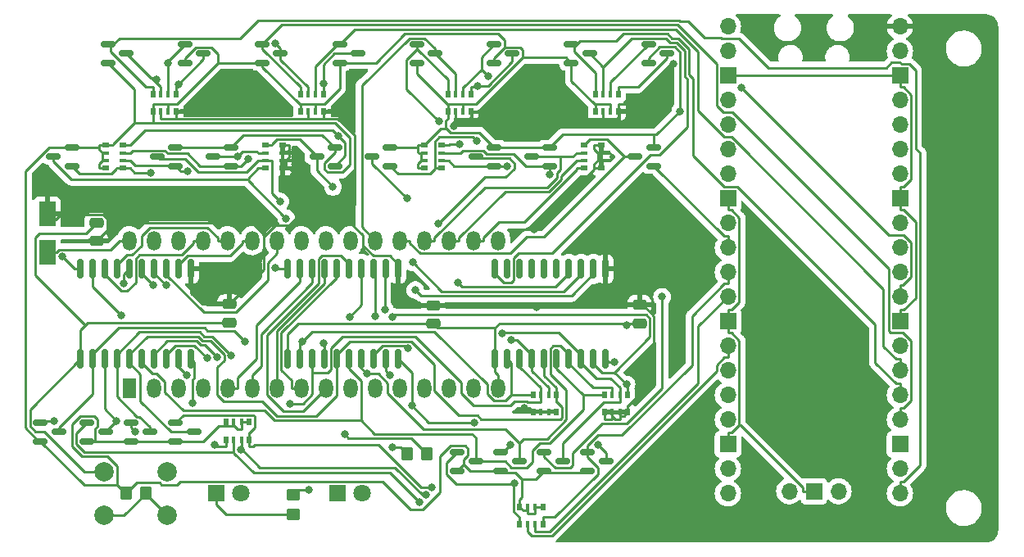
<source format=gbr>
%TF.GenerationSoftware,KiCad,Pcbnew,7.0.10*%
%TF.CreationDate,2024-03-08T14:18:15+01:00*%
%TF.ProjectId,pico-sst39sf0x0-pcb,7069636f-2d73-4737-9433-397366307830,rev?*%
%TF.SameCoordinates,Original*%
%TF.FileFunction,Copper,L2,Bot*%
%TF.FilePolarity,Positive*%
%FSLAX46Y46*%
G04 Gerber Fmt 4.6, Leading zero omitted, Abs format (unit mm)*
G04 Created by KiCad (PCBNEW 7.0.10) date 2024-03-08 14:18:15*
%MOMM*%
%LPD*%
G01*
G04 APERTURE LIST*
G04 Aperture macros list*
%AMRoundRect*
0 Rectangle with rounded corners*
0 $1 Rounding radius*
0 $2 $3 $4 $5 $6 $7 $8 $9 X,Y pos of 4 corners*
0 Add a 4 corners polygon primitive as box body*
4,1,4,$2,$3,$4,$5,$6,$7,$8,$9,$2,$3,0*
0 Add four circle primitives for the rounded corners*
1,1,$1+$1,$2,$3*
1,1,$1+$1,$4,$5*
1,1,$1+$1,$6,$7*
1,1,$1+$1,$8,$9*
0 Add four rect primitives between the rounded corners*
20,1,$1+$1,$2,$3,$4,$5,0*
20,1,$1+$1,$4,$5,$6,$7,0*
20,1,$1+$1,$6,$7,$8,$9,0*
20,1,$1+$1,$8,$9,$2,$3,0*%
G04 Aperture macros list end*
%TA.AperFunction,SMDPad,CuDef*%
%ADD10RoundRect,0.250000X-0.350000X-0.450000X0.350000X-0.450000X0.350000X0.450000X-0.350000X0.450000X0*%
%TD*%
%TA.AperFunction,SMDPad,CuDef*%
%ADD11RoundRect,0.250000X0.450000X-0.350000X0.450000X0.350000X-0.450000X0.350000X-0.450000X-0.350000X0*%
%TD*%
%TA.AperFunction,ComponentPad*%
%ADD12O,1.700000X1.700000*%
%TD*%
%TA.AperFunction,ComponentPad*%
%ADD13R,1.700000X1.700000*%
%TD*%
%TA.AperFunction,ComponentPad*%
%ADD14R,1.440000X2.000000*%
%TD*%
%TA.AperFunction,ComponentPad*%
%ADD15O,1.440000X2.000000*%
%TD*%
%TA.AperFunction,ComponentPad*%
%ADD16C,2.000000*%
%TD*%
%TA.AperFunction,ComponentPad*%
%ADD17R,1.800000X1.800000*%
%TD*%
%TA.AperFunction,ComponentPad*%
%ADD18C,1.800000*%
%TD*%
%TA.AperFunction,SMDPad,CuDef*%
%ADD19RoundRect,0.150000X0.587500X0.150000X-0.587500X0.150000X-0.587500X-0.150000X0.587500X-0.150000X0*%
%TD*%
%TA.AperFunction,SMDPad,CuDef*%
%ADD20RoundRect,0.150000X-0.587500X-0.150000X0.587500X-0.150000X0.587500X0.150000X-0.587500X0.150000X0*%
%TD*%
%TA.AperFunction,SMDPad,CuDef*%
%ADD21R,0.500000X0.800000*%
%TD*%
%TA.AperFunction,SMDPad,CuDef*%
%ADD22R,0.400000X0.800000*%
%TD*%
%TA.AperFunction,SMDPad,CuDef*%
%ADD23RoundRect,0.250000X-0.475000X0.250000X-0.475000X-0.250000X0.475000X-0.250000X0.475000X0.250000X0*%
%TD*%
%TA.AperFunction,SMDPad,CuDef*%
%ADD24R,1.800000X2.500000*%
%TD*%
%TA.AperFunction,SMDPad,CuDef*%
%ADD25R,0.800000X0.500000*%
%TD*%
%TA.AperFunction,SMDPad,CuDef*%
%ADD26R,0.800000X0.400000*%
%TD*%
%TA.AperFunction,SMDPad,CuDef*%
%ADD27RoundRect,0.150000X0.150000X-0.875000X0.150000X0.875000X-0.150000X0.875000X-0.150000X-0.875000X0*%
%TD*%
%TA.AperFunction,SMDPad,CuDef*%
%ADD28RoundRect,0.250000X0.475000X-0.250000X0.475000X0.250000X-0.475000X0.250000X-0.475000X-0.250000X0*%
%TD*%
%TA.AperFunction,ViaPad*%
%ADD29C,0.800000*%
%TD*%
%TA.AperFunction,Conductor*%
%ADD30C,0.250000*%
%TD*%
G04 APERTURE END LIST*
D10*
%TO.P,R3,1*%
%TO.N,Net-(D3-K)*%
X54515000Y-81026000D03*
%TO.P,R3,2*%
%TO.N,GND*%
X56515000Y-81026000D03*
%TD*%
D11*
%TO.P,R2,1*%
%TO.N,Net-(D2-K)*%
X42672000Y-87233000D03*
%TO.P,R2,2*%
%TO.N,GND*%
X42672000Y-85233000D03*
%TD*%
D12*
%TO.P,U5,1,GPIO0*%
%TO.N,LD0*%
X87630000Y-36830000D03*
%TO.P,U5,2,GPIO1*%
%TO.N,LD1*%
X87630000Y-39370000D03*
D13*
%TO.P,U5,3,GND*%
%TO.N,GND*%
X87630000Y-41910000D03*
D12*
%TO.P,U5,4,GPIO2*%
%TO.N,LD2*%
X87630000Y-44450000D03*
%TO.P,U5,5,GPIO3*%
%TO.N,LD3*%
X87630000Y-46990000D03*
%TO.P,U5,6,GPIO4*%
%TO.N,LD4*%
X87630000Y-49530000D03*
%TO.P,U5,7,GPIO5*%
%TO.N,LD5*%
X87630000Y-52070000D03*
D13*
%TO.P,U5,8,GND*%
%TO.N,GND*%
X87630000Y-54610000D03*
D12*
%TO.P,U5,9,GPIO6*%
%TO.N,LD6*%
X87630000Y-57150000D03*
%TO.P,U5,10,GPIO7*%
%TO.N,LD7*%
X87630000Y-59690000D03*
%TO.P,U5,11,GPIO8*%
%TO.N,LP0*%
X87630000Y-62230000D03*
%TO.P,U5,12,GPIO9*%
%TO.N,LP1*%
X87630000Y-64770000D03*
D13*
%TO.P,U5,13,GND*%
%TO.N,GND*%
X87630000Y-67310000D03*
D12*
%TO.P,U5,14,GPIO10*%
%TO.N,LP2*%
X87630000Y-69850000D03*
%TO.P,U5,15,GPIO11*%
%TO.N,LP3*%
X87630000Y-72390000D03*
%TO.P,U5,16,GPIO12*%
%TO.N,LP4*%
X87630000Y-74930000D03*
%TO.P,U5,17,GPIO13*%
%TO.N,LP5*%
X87630000Y-77470000D03*
D13*
%TO.P,U5,18,GND*%
%TO.N,GND*%
X87630000Y-80010000D03*
D12*
%TO.P,U5,19,GPIO14*%
%TO.N,LP6*%
X87630000Y-82550000D03*
%TO.P,U5,20,GPIO15*%
%TO.N,LP7*%
X87630000Y-85090000D03*
%TO.P,U5,21,GPIO16*%
%TO.N,~{LROE}*%
X105410000Y-85090000D03*
%TO.P,U5,22,GPIO17*%
%TO.N,LALS*%
X105410000Y-82550000D03*
D13*
%TO.P,U5,23,GND*%
%TO.N,GND*%
X105410000Y-80010000D03*
D12*
%TO.P,U5,24,GPIO18*%
%TO.N,LAHS*%
X105410000Y-77470000D03*
%TO.P,U5,25,GPIO19*%
%TO.N,LAUS*%
X105410000Y-74930000D03*
%TO.P,U5,26,GPIO20*%
%TO.N,~{LPGM}*%
X105410000Y-72390000D03*
%TO.P,U5,27,GPIO21*%
%TO.N,~{LCE}*%
X105410000Y-69850000D03*
D13*
%TO.P,U5,28,GND*%
%TO.N,GND*%
X105410000Y-67310000D03*
D12*
%TO.P,U5,29,GPIO22*%
%TO.N,~{LOE}*%
X105410000Y-64770000D03*
%TO.P,U5,30,RUN*%
%TO.N,RUN*%
X105410000Y-62230000D03*
%TO.P,U5,31,GPIO26_ADC0*%
%TO.N,GPIO26_3v3*%
X105410000Y-59690000D03*
%TO.P,U5,32,GPIO27_ADC1*%
%TO.N,GPIO27_3v3*%
X105410000Y-57150000D03*
D13*
%TO.P,U5,33,AGND*%
%TO.N,GND*%
X105410000Y-54610000D03*
D12*
%TO.P,U5,34,GPIO28_ADC2*%
%TO.N,unconnected-(U5-GPIO28_ADC2-Pad34)*%
X105410000Y-52070000D03*
%TO.P,U5,35,ADC_VREF*%
%TO.N,unconnected-(U5-ADC_VREF-Pad35)*%
X105410000Y-49530000D03*
%TO.P,U5,36,3V3*%
%TO.N,+3V3*%
X105410000Y-46990000D03*
%TO.P,U5,37,3V3_EN*%
%TO.N,unconnected-(U5-3V3_EN-Pad37)*%
X105410000Y-44450000D03*
D13*
%TO.P,U5,38,GND*%
%TO.N,GND*%
X105410000Y-41910000D03*
D12*
%TO.P,U5,39,VSYS*%
%TO.N,unconnected-(U5-VSYS-Pad39)*%
X105410000Y-39370000D03*
%TO.P,U5,40,VBUS*%
%TO.N,+5V*%
X105410000Y-36830000D03*
%TO.P,U5,41,SWCLK*%
%TO.N,unconnected-(U5-SWCLK-Pad41)*%
X93980000Y-84860000D03*
D13*
%TO.P,U5,42,GND*%
%TO.N,GND*%
X96520000Y-84860000D03*
D12*
%TO.P,U5,43,SWDIO*%
%TO.N,unconnected-(U5-SWDIO-Pad43)*%
X99060000Y-84860000D03*
%TD*%
D14*
%TO.P,U2,1,A18*%
%TO.N,A18*%
X25790000Y-74202500D03*
D15*
%TO.P,U2,2,A16*%
%TO.N,A16*%
X28330000Y-74202500D03*
%TO.P,U2,3,A15*%
%TO.N,A15*%
X30870000Y-74202500D03*
%TO.P,U2,4,A12*%
%TO.N,A12*%
X33410000Y-74202500D03*
%TO.P,U2,5,A7*%
%TO.N,A7*%
X35950000Y-74202500D03*
%TO.P,U2,6,A6*%
%TO.N,A6*%
X38490000Y-74202500D03*
%TO.P,U2,7,A5*%
%TO.N,A5*%
X41030000Y-74202500D03*
%TO.P,U2,8,A4*%
%TO.N,A4*%
X43570000Y-74202500D03*
%TO.P,U2,9,A3*%
%TO.N,A3*%
X46110000Y-74202500D03*
%TO.P,U2,10,A2*%
%TO.N,A2*%
X48650000Y-74202500D03*
%TO.P,U2,11,A1*%
%TO.N,A1*%
X51190000Y-74202500D03*
%TO.P,U2,12,A0*%
%TO.N,A0*%
X53730000Y-74202500D03*
%TO.P,U2,13,D0*%
%TO.N,D0*%
X56270000Y-74202500D03*
%TO.P,U2,14,D1*%
%TO.N,D1*%
X58810000Y-74202500D03*
%TO.P,U2,15,D2*%
%TO.N,D2*%
X61350000Y-74202500D03*
%TO.P,U2,16,GND*%
%TO.N,GND*%
X63890000Y-74202500D03*
%TO.P,U2,17,D3*%
%TO.N,D3*%
X63890000Y-58962500D03*
%TO.P,U2,18,D4*%
%TO.N,D4*%
X61350000Y-58962500D03*
%TO.P,U2,19,D5*%
%TO.N,D5*%
X58810000Y-58962500D03*
%TO.P,U2,20,D6*%
%TO.N,D6*%
X56270000Y-58962500D03*
%TO.P,U2,21,D7*%
%TO.N,D7*%
X53730000Y-58962500D03*
%TO.P,U2,22,CE*%
%TO.N,~{CE}*%
X51190000Y-58962500D03*
%TO.P,U2,23,A10*%
%TO.N,A10*%
X48650000Y-58962500D03*
%TO.P,U2,24,OE*%
%TO.N,~{OE}*%
X46110000Y-58962500D03*
%TO.P,U2,25,A11*%
%TO.N,A11*%
X43570000Y-58962500D03*
%TO.P,U2,26,A9*%
%TO.N,A9*%
X41030000Y-58962500D03*
%TO.P,U2,27,A8*%
%TO.N,A8*%
X38490000Y-58962500D03*
%TO.P,U2,28,A13*%
%TO.N,A13*%
X35950000Y-58962500D03*
%TO.P,U2,29,A14*%
%TO.N,A14*%
X33410000Y-58962500D03*
%TO.P,U2,30,A17*%
%TO.N,A17*%
X30870000Y-58962500D03*
%TO.P,U2,31,PGM*%
%TO.N,~{PGM}*%
X28330000Y-58962500D03*
%TO.P,U2,32,VCC*%
%TO.N,Net-(D1-K)*%
X25790000Y-58962500D03*
%TD*%
D16*
%TO.P,SW1,1,1*%
%TO.N,RUN*%
X23166000Y-87340000D03*
X29666000Y-87340000D03*
%TO.P,SW1,2,2*%
%TO.N,GND*%
X29666000Y-82840000D03*
X23166000Y-82840000D03*
%TD*%
D17*
%TO.P,D2,1,K*%
%TO.N,Net-(D2-K)*%
X34793000Y-85090000D03*
D18*
%TO.P,D2,2,A*%
%TO.N,GPIO26_3v3*%
X37333000Y-85090000D03*
%TD*%
D17*
%TO.P,D3,1,K*%
%TO.N,Net-(D3-K)*%
X47244000Y-85090000D03*
D18*
%TO.P,D3,2,A*%
%TO.N,GPIO27_3v3*%
X49784000Y-85090000D03*
%TD*%
D19*
%TO.P,Q21,1,G*%
%TO.N,+3V3*%
X69202500Y-49342000D03*
%TO.P,Q21,2,S*%
%TO.N,LD6*%
X69202500Y-51242000D03*
%TO.P,Q21,3,D*%
%TO.N,D6*%
X67327500Y-50292000D03*
%TD*%
D20*
%TO.P,Q6,1,G*%
%TO.N,+3V3*%
X31538200Y-40574000D03*
%TO.P,Q6,2,S*%
%TO.N,LALS*%
X31538200Y-38674000D03*
%TO.P,Q6,3,D*%
%TO.N,ALS*%
X33413200Y-39624000D03*
%TD*%
%TO.P,Q12,1,G*%
%TO.N,+3V3*%
X47503900Y-40574000D03*
%TO.P,Q12,2,S*%
%TO.N,~{LPGM}*%
X47503900Y-38674000D03*
%TO.P,Q12,3,D*%
%TO.N,~{PGM}*%
X49378900Y-39624000D03*
%TD*%
%TO.P,Q4,1,G*%
%TO.N,+3V3*%
X59683800Y-82738000D03*
%TO.P,Q4,2,S*%
%TO.N,LP3*%
X59683800Y-80838000D03*
%TO.P,Q4,3,D*%
%TO.N,P3*%
X61558800Y-81788000D03*
%TD*%
D21*
%TO.P,RN6,1,R1.1*%
%TO.N,+5V*%
X69888000Y-76708000D03*
D22*
%TO.P,RN6,2,R2.1*%
X69088000Y-76708000D03*
%TO.P,RN6,3,R3.1*%
X68288000Y-76708000D03*
D21*
%TO.P,RN6,4,R4.1*%
X67488000Y-76708000D03*
%TO.P,RN6,5,R4.2*%
%TO.N,P7*%
X67488000Y-74908000D03*
D22*
%TO.P,RN6,6,R3.2*%
%TO.N,P6*%
X68288000Y-74908000D03*
%TO.P,RN6,7,R2.2*%
%TO.N,P5*%
X69088000Y-74908000D03*
D21*
%TO.P,RN6,8,R1.2*%
%TO.N,P4*%
X69888000Y-74908000D03*
%TD*%
D23*
%TO.P,C4,1*%
%TO.N,+5V*%
X78486000Y-65598000D03*
%TO.P,C4,2*%
%TO.N,GND*%
X78486000Y-67498000D03*
%TD*%
D10*
%TO.P,R1,1*%
%TO.N,+3V3*%
X25432000Y-85090000D03*
%TO.P,R1,2*%
%TO.N,RUN*%
X27432000Y-85090000D03*
%TD*%
D20*
%TO.P,Q5,1,G*%
%TO.N,+3V3*%
X23555400Y-40574000D03*
%TO.P,Q5,2,S*%
%TO.N,~{LROE}*%
X23555400Y-38674000D03*
%TO.P,Q5,3,D*%
%TO.N,~{ROE}*%
X25430400Y-39624000D03*
%TD*%
D21*
%TO.P,RN5,1,R1.1*%
%TO.N,LAHS*%
X43431500Y-43804000D03*
D22*
%TO.P,RN5,2,R2.1*%
%TO.N,AHS*%
X44231500Y-43804000D03*
%TO.P,RN5,3,R3.1*%
%TO.N,~{LPGM}*%
X45031500Y-43804000D03*
D21*
%TO.P,RN5,4,R4.1*%
%TO.N,~{PGM}*%
X45831500Y-43804000D03*
%TO.P,RN5,5,R4.2*%
%TO.N,+5V*%
X45831500Y-45604000D03*
D22*
%TO.P,RN5,6,R3.2*%
%TO.N,+3V3*%
X45031500Y-45604000D03*
%TO.P,RN5,7,R2.2*%
%TO.N,+5V*%
X44231500Y-45604000D03*
D21*
%TO.P,RN5,8,R1.2*%
%TO.N,+3V3*%
X43431500Y-45604000D03*
%TD*%
D19*
%TO.P,Q15,1,G*%
%TO.N,+3V3*%
X36275500Y-49342000D03*
%TO.P,Q15,2,S*%
%TO.N,LD2*%
X36275500Y-51242000D03*
%TO.P,Q15,3,D*%
%TO.N,D2*%
X34400500Y-50292000D03*
%TD*%
D23*
%TO.P,C3,1*%
%TO.N,+5V*%
X57150000Y-65664000D03*
%TO.P,C3,2*%
%TO.N,GND*%
X57150000Y-67564000D03*
%TD*%
D24*
%TO.P,D1,1,K*%
%TO.N,Net-(D1-K)*%
X17272000Y-60166000D03*
%TO.P,D1,2,A*%
%TO.N,+5V*%
X17272000Y-56166000D03*
%TD*%
D25*
%TO.P,RN10,1,R1.1*%
%TO.N,+3V3*%
X56266000Y-51492000D03*
D26*
%TO.P,RN10,2,R2.1*%
X56266000Y-50692000D03*
%TO.P,RN10,3,R3.1*%
X56266000Y-49892000D03*
D25*
%TO.P,RN10,4,R4.1*%
X56266000Y-49092000D03*
%TO.P,RN10,5,R4.2*%
%TO.N,LD7*%
X58066000Y-49092000D03*
D26*
%TO.P,RN10,6,R3.2*%
%TO.N,LD6*%
X58066000Y-49892000D03*
%TO.P,RN10,7,R2.2*%
%TO.N,LD5*%
X58066000Y-50692000D03*
D25*
%TO.P,RN10,8,R1.2*%
%TO.N,LD4*%
X58066000Y-51492000D03*
%TD*%
D20*
%TO.P,Q18,1,G*%
%TO.N,+3V3*%
X63469700Y-40574000D03*
%TO.P,Q18,2,S*%
%TO.N,~{LOE}*%
X63469700Y-38674000D03*
%TO.P,Q18,3,D*%
%TO.N,~{OE}*%
X65344700Y-39624000D03*
%TD*%
D25*
%TO.P,RN9,1,R1.1*%
%TO.N,D0*%
X39802500Y-51492000D03*
D26*
%TO.P,RN9,2,R2.1*%
%TO.N,D1*%
X39802500Y-50692000D03*
%TO.P,RN9,3,R3.1*%
%TO.N,D2*%
X39802500Y-49892000D03*
D25*
%TO.P,RN9,4,R4.1*%
%TO.N,D3*%
X39802500Y-49092000D03*
%TO.P,RN9,5,R4.2*%
%TO.N,+5V*%
X41602500Y-49092000D03*
D26*
%TO.P,RN9,6,R3.2*%
X41602500Y-49892000D03*
%TO.P,RN9,7,R2.2*%
X41602500Y-50692000D03*
D25*
%TO.P,RN9,8,R1.2*%
X41602500Y-51492000D03*
%TD*%
D20*
%TO.P,Q2,1,G*%
%TO.N,+3V3*%
X68658500Y-82738000D03*
%TO.P,Q2,2,S*%
%TO.N,LP1*%
X68658500Y-80838000D03*
%TO.P,Q2,3,D*%
%TO.N,P1*%
X70533500Y-81788000D03*
%TD*%
D19*
%TO.P,Q14,1,G*%
%TO.N,+3V3*%
X30541000Y-49342000D03*
%TO.P,Q14,2,S*%
%TO.N,LD1*%
X30541000Y-51242000D03*
%TO.P,Q14,3,D*%
%TO.N,D1*%
X28666000Y-50292000D03*
%TD*%
%TO.P,Q19,1,G*%
%TO.N,+3V3*%
X52739000Y-49342000D03*
%TO.P,Q19,2,S*%
%TO.N,LD4*%
X52739000Y-51242000D03*
%TO.P,Q19,3,D*%
%TO.N,D4*%
X50864000Y-50292000D03*
%TD*%
D20*
%TO.P,Q1,1,G*%
%TO.N,+3V3*%
X73145800Y-82738000D03*
%TO.P,Q1,2,S*%
%TO.N,LP0*%
X73145800Y-80838000D03*
%TO.P,Q1,3,D*%
%TO.N,P0*%
X75020800Y-81788000D03*
%TD*%
D21*
%TO.P,RN2,1,R1.1*%
%TO.N,~{LROE}*%
X28191500Y-43804000D03*
D22*
%TO.P,RN2,2,R2.1*%
%TO.N,~{ROE}*%
X28991500Y-43804000D03*
%TO.P,RN2,3,R3.1*%
%TO.N,LALS*%
X29791500Y-43804000D03*
D21*
%TO.P,RN2,4,R4.1*%
%TO.N,ALS*%
X30591500Y-43804000D03*
%TO.P,RN2,5,R4.2*%
%TO.N,+5V*%
X30591500Y-45604000D03*
D22*
%TO.P,RN2,6,R3.2*%
%TO.N,+3V3*%
X29791500Y-45604000D03*
%TO.P,RN2,7,R2.2*%
%TO.N,+5V*%
X28991500Y-45604000D03*
D21*
%TO.P,RN2,8,R1.2*%
%TO.N,+3V3*%
X28191500Y-45604000D03*
%TD*%
%TO.P,RN1,1,R1.1*%
%TO.N,LP0*%
X68510000Y-88276000D03*
D22*
%TO.P,RN1,2,R2.1*%
%TO.N,LP1*%
X67710000Y-88276000D03*
%TO.P,RN1,3,R3.1*%
%TO.N,LP2*%
X66910000Y-88276000D03*
D21*
%TO.P,RN1,4,R4.1*%
%TO.N,LP3*%
X66110000Y-88276000D03*
%TO.P,RN1,5,R4.2*%
%TO.N,+3V3*%
X66110000Y-86476000D03*
D22*
%TO.P,RN1,6,R3.2*%
X66910000Y-86476000D03*
%TO.P,RN1,7,R2.2*%
X67710000Y-86476000D03*
D21*
%TO.P,RN1,8,R1.2*%
X68510000Y-86476000D03*
%TD*%
D20*
%TO.P,Q9,1,G*%
%TO.N,+3V3*%
X21414500Y-79690000D03*
%TO.P,Q9,2,S*%
%TO.N,LP6*%
X21414500Y-77790000D03*
%TO.P,Q9,3,D*%
%TO.N,P6*%
X23289500Y-78740000D03*
%TD*%
D27*
%TO.P,U4,1,OE*%
%TO.N,~{ROE}*%
X75006200Y-71198000D03*
%TO.P,U4,2,D0*%
%TO.N,P0*%
X73736200Y-71198000D03*
%TO.P,U4,3,D1*%
%TO.N,P1*%
X72466200Y-71198000D03*
%TO.P,U4,4,D2*%
%TO.N,P2*%
X71196200Y-71198000D03*
%TO.P,U4,5,D3*%
%TO.N,P3*%
X69926200Y-71198000D03*
%TO.P,U4,6,D4*%
%TO.N,P4*%
X68656200Y-71198000D03*
%TO.P,U4,7,D5*%
%TO.N,P5*%
X67386200Y-71198000D03*
%TO.P,U4,8,D6*%
%TO.N,P6*%
X66116200Y-71198000D03*
%TO.P,U4,9,D7*%
%TO.N,P7*%
X64846200Y-71198000D03*
%TO.P,U4,10,GND*%
%TO.N,GND*%
X63576200Y-71198000D03*
%TO.P,U4,11,Load*%
%TO.N,AUS*%
X63576200Y-61898000D03*
%TO.P,U4,12,Q7*%
%TO.N,unconnected-(U4-Q7-Pad12)*%
X64846200Y-61898000D03*
%TO.P,U4,13,Q6*%
%TO.N,unconnected-(U4-Q6-Pad13)*%
X66116200Y-61898000D03*
%TO.P,U4,14,Q5*%
%TO.N,unconnected-(U4-Q5-Pad14)*%
X67386200Y-61898000D03*
%TO.P,U4,15,Q4*%
%TO.N,unconnected-(U4-Q4-Pad15)*%
X68656200Y-61898000D03*
%TO.P,U4,16,Q3*%
%TO.N,unconnected-(U4-Q3-Pad16)*%
X69926200Y-61898000D03*
%TO.P,U4,17,Q2*%
%TO.N,A18*%
X71196200Y-61898000D03*
%TO.P,U4,18,Q1*%
%TO.N,A17*%
X72466200Y-61898000D03*
%TO.P,U4,19,Q0*%
%TO.N,A16*%
X73736200Y-61898000D03*
%TO.P,U4,20,VCC*%
%TO.N,+5V*%
X75006200Y-61898000D03*
%TD*%
D19*
%TO.P,Q22,1,G*%
%TO.N,+3V3*%
X79931500Y-49342000D03*
%TO.P,Q22,2,S*%
%TO.N,LD7*%
X79931500Y-51242000D03*
%TO.P,Q22,3,D*%
%TO.N,D7*%
X78056500Y-50292000D03*
%TD*%
D20*
%TO.P,Q23,1,G*%
%TO.N,+3V3*%
X71452500Y-40574000D03*
%TO.P,Q23,2,S*%
%TO.N,LAUS*%
X71452500Y-38674000D03*
%TO.P,Q23,3,D*%
%TO.N,AUS*%
X73327500Y-39624000D03*
%TD*%
D28*
%TO.P,C1,1*%
%TO.N,+5V*%
X22352000Y-59012500D03*
%TO.P,C1,2*%
%TO.N,GND*%
X22352000Y-57112500D03*
%TD*%
D25*
%TO.P,RN7,1,R1.1*%
%TO.N,+3V3*%
X23339000Y-51492000D03*
D26*
%TO.P,RN7,2,R2.1*%
X23339000Y-50692000D03*
%TO.P,RN7,3,R3.1*%
X23339000Y-49892000D03*
D25*
%TO.P,RN7,4,R4.1*%
X23339000Y-49092000D03*
%TO.P,RN7,5,R4.2*%
%TO.N,LD3*%
X25139000Y-49092000D03*
D26*
%TO.P,RN7,6,R3.2*%
%TO.N,LD2*%
X25139000Y-49892000D03*
%TO.P,RN7,7,R2.2*%
%TO.N,LD1*%
X25139000Y-50692000D03*
D25*
%TO.P,RN7,8,R1.2*%
%TO.N,LD0*%
X25139000Y-51492000D03*
%TD*%
D27*
%TO.P,U3,1,OE*%
%TO.N,~{ROE}*%
X32131000Y-71198000D03*
%TO.P,U3,2,D0*%
%TO.N,P0*%
X30861000Y-71198000D03*
%TO.P,U3,3,D1*%
%TO.N,P1*%
X29591000Y-71198000D03*
%TO.P,U3,4,D2*%
%TO.N,P2*%
X28321000Y-71198000D03*
%TO.P,U3,5,D3*%
%TO.N,P3*%
X27051000Y-71198000D03*
%TO.P,U3,6,D4*%
%TO.N,P4*%
X25781000Y-71198000D03*
%TO.P,U3,7,D5*%
%TO.N,P5*%
X24511000Y-71198000D03*
%TO.P,U3,8,D6*%
%TO.N,P6*%
X23241000Y-71198000D03*
%TO.P,U3,9,D7*%
%TO.N,P7*%
X21971000Y-71198000D03*
%TO.P,U3,10,GND*%
%TO.N,GND*%
X20701000Y-71198000D03*
%TO.P,U3,11,Load*%
%TO.N,AHS*%
X20701000Y-61898000D03*
%TO.P,U3,12,Q7*%
%TO.N,A15*%
X21971000Y-61898000D03*
%TO.P,U3,13,Q6*%
%TO.N,A14*%
X23241000Y-61898000D03*
%TO.P,U3,14,Q5*%
%TO.N,A13*%
X24511000Y-61898000D03*
%TO.P,U3,15,Q4*%
%TO.N,A12*%
X25781000Y-61898000D03*
%TO.P,U3,16,Q3*%
%TO.N,A11*%
X27051000Y-61898000D03*
%TO.P,U3,17,Q2*%
%TO.N,A10*%
X28321000Y-61898000D03*
%TO.P,U3,18,Q1*%
%TO.N,A9*%
X29591000Y-61898000D03*
%TO.P,U3,19,Q0*%
%TO.N,A8*%
X30861000Y-61898000D03*
%TO.P,U3,20,VCC*%
%TO.N,+5V*%
X32131000Y-61898000D03*
%TD*%
D23*
%TO.P,C2,1*%
%TO.N,+5V*%
X36068000Y-65532000D03*
%TO.P,C2,2*%
%TO.N,GND*%
X36068000Y-67432000D03*
%TD*%
D20*
%TO.P,Q10,1,G*%
%TO.N,+3V3*%
X16588500Y-79690000D03*
%TO.P,Q10,2,S*%
%TO.N,LP7*%
X16588500Y-77790000D03*
%TO.P,Q10,3,D*%
%TO.N,P7*%
X18463500Y-78740000D03*
%TD*%
%TO.P,Q24,1,G*%
%TO.N,+3V3*%
X79435400Y-40574000D03*
%TO.P,Q24,2,S*%
%TO.N,unconnected-(Q24-S-Pad2)*%
X79435400Y-38674000D03*
%TO.P,Q24,3,D*%
%TO.N,unconnected-(Q24-D-Pad3)*%
X81310400Y-39624000D03*
%TD*%
%TO.P,Q17,1,G*%
%TO.N,+3V3*%
X55486800Y-40574000D03*
%TO.P,Q17,2,S*%
%TO.N,~{LCE}*%
X55486800Y-38674000D03*
%TO.P,Q17,3,D*%
%TO.N,~{CE}*%
X57361800Y-39624000D03*
%TD*%
D19*
%TO.P,Q13,1,G*%
%TO.N,+3V3*%
X19812000Y-49342000D03*
%TO.P,Q13,2,S*%
%TO.N,LD0*%
X19812000Y-51242000D03*
%TO.P,Q13,3,D*%
%TO.N,D0*%
X17937000Y-50292000D03*
%TD*%
D21*
%TO.P,RN8,1,R1.1*%
%TO.N,~{LCE}*%
X58671500Y-43804000D03*
D22*
%TO.P,RN8,2,R2.1*%
%TO.N,~{CE}*%
X59471500Y-43804000D03*
%TO.P,RN8,3,R3.1*%
%TO.N,~{LOE}*%
X60271500Y-43804000D03*
D21*
%TO.P,RN8,4,R4.1*%
%TO.N,~{OE}*%
X61071500Y-43804000D03*
%TO.P,RN8,5,R4.2*%
%TO.N,+5V*%
X61071500Y-45604000D03*
D22*
%TO.P,RN8,6,R3.2*%
%TO.N,+3V3*%
X60271500Y-45604000D03*
%TO.P,RN8,7,R2.2*%
%TO.N,+5V*%
X59471500Y-45604000D03*
D21*
%TO.P,RN8,8,R1.2*%
%TO.N,+3V3*%
X58671500Y-45604000D03*
%TD*%
D20*
%TO.P,Q3,1,G*%
%TO.N,+3V3*%
X64171200Y-82738000D03*
%TO.P,Q3,2,S*%
%TO.N,LP2*%
X64171200Y-80838000D03*
%TO.P,Q3,3,D*%
%TO.N,P2*%
X66046200Y-81788000D03*
%TD*%
%TO.P,Q11,1,G*%
%TO.N,+3V3*%
X39521100Y-40574000D03*
%TO.P,Q11,2,S*%
%TO.N,LAHS*%
X39521100Y-38674000D03*
%TO.P,Q11,3,D*%
%TO.N,AHS*%
X41396100Y-39624000D03*
%TD*%
D19*
%TO.P,Q16,1,G*%
%TO.N,+3V3*%
X47004500Y-49342000D03*
%TO.P,Q16,2,S*%
%TO.N,LD3*%
X47004500Y-51242000D03*
%TO.P,Q16,3,D*%
%TO.N,D3*%
X45129500Y-50292000D03*
%TD*%
D25*
%TO.P,RN12,1,R1.1*%
%TO.N,D4*%
X72729500Y-51492000D03*
D26*
%TO.P,RN12,2,R2.1*%
%TO.N,D5*%
X72729500Y-50692000D03*
%TO.P,RN12,3,R3.1*%
%TO.N,D6*%
X72729500Y-49892000D03*
D25*
%TO.P,RN12,4,R4.1*%
%TO.N,D7*%
X72729500Y-49092000D03*
%TO.P,RN12,5,R4.2*%
%TO.N,+5V*%
X74529500Y-49092000D03*
D26*
%TO.P,RN12,6,R3.2*%
X74529500Y-49892000D03*
%TO.P,RN12,7,R2.2*%
X74529500Y-50692000D03*
D25*
%TO.P,RN12,8,R1.2*%
X74529500Y-51492000D03*
%TD*%
D20*
%TO.P,Q7,1,G*%
%TO.N,+3V3*%
X30558500Y-79690000D03*
%TO.P,Q7,2,S*%
%TO.N,LP4*%
X30558500Y-77790000D03*
%TO.P,Q7,3,D*%
%TO.N,P4*%
X32433500Y-78740000D03*
%TD*%
D27*
%TO.P,U1,1,OE*%
%TO.N,~{ROE}*%
X53568600Y-71198000D03*
%TO.P,U1,2,D0*%
%TO.N,P0*%
X52298600Y-71198000D03*
%TO.P,U1,3,D1*%
%TO.N,P1*%
X51028600Y-71198000D03*
%TO.P,U1,4,D2*%
%TO.N,P2*%
X49758600Y-71198000D03*
%TO.P,U1,5,D3*%
%TO.N,P3*%
X48488600Y-71198000D03*
%TO.P,U1,6,D4*%
%TO.N,P4*%
X47218600Y-71198000D03*
%TO.P,U1,7,D5*%
%TO.N,P5*%
X45948600Y-71198000D03*
%TO.P,U1,8,D6*%
%TO.N,P6*%
X44678600Y-71198000D03*
%TO.P,U1,9,D7*%
%TO.N,P7*%
X43408600Y-71198000D03*
%TO.P,U1,10,GND*%
%TO.N,GND*%
X42138600Y-71198000D03*
%TO.P,U1,11,Load*%
%TO.N,ALS*%
X42138600Y-61898000D03*
%TO.P,U1,12,Q7*%
%TO.N,A7*%
X43408600Y-61898000D03*
%TO.P,U1,13,Q6*%
%TO.N,A6*%
X44678600Y-61898000D03*
%TO.P,U1,14,Q5*%
%TO.N,A5*%
X45948600Y-61898000D03*
%TO.P,U1,15,Q4*%
%TO.N,A4*%
X47218600Y-61898000D03*
%TO.P,U1,16,Q3*%
%TO.N,A3*%
X48488600Y-61898000D03*
%TO.P,U1,17,Q2*%
%TO.N,A2*%
X49758600Y-61898000D03*
%TO.P,U1,18,Q1*%
%TO.N,A1*%
X51028600Y-61898000D03*
%TO.P,U1,19,Q0*%
%TO.N,A0*%
X52298600Y-61898000D03*
%TO.P,U1,20,VCC*%
%TO.N,+5V*%
X53568600Y-61898000D03*
%TD*%
D21*
%TO.P,RN11,1,R1.1*%
%TO.N,LAUS*%
X73911500Y-43804000D03*
D22*
%TO.P,RN11,2,R2.1*%
%TO.N,AUS*%
X74711500Y-43804000D03*
%TO.P,RN11,3,R3.1*%
%TO.N,unconnected-(Q24-S-Pad2)*%
X75511500Y-43804000D03*
D21*
%TO.P,RN11,4,R4.1*%
%TO.N,unconnected-(Q24-D-Pad3)*%
X76311500Y-43804000D03*
%TO.P,RN11,5,R4.2*%
%TO.N,+5V*%
X76311500Y-45604000D03*
D22*
%TO.P,RN11,6,R3.2*%
%TO.N,+3V3*%
X75511500Y-45604000D03*
%TO.P,RN11,7,R2.2*%
%TO.N,+5V*%
X74711500Y-45604000D03*
D21*
%TO.P,RN11,8,R1.2*%
%TO.N,+3V3*%
X73911500Y-45604000D03*
%TD*%
%TO.P,RN4,1,R1.1*%
%TO.N,LP4*%
X38138000Y-79524000D03*
D22*
%TO.P,RN4,2,R2.1*%
%TO.N,LP5*%
X37338000Y-79524000D03*
%TO.P,RN4,3,R3.1*%
%TO.N,LP6*%
X36538000Y-79524000D03*
D21*
%TO.P,RN4,4,R4.1*%
%TO.N,LP7*%
X35738000Y-79524000D03*
%TO.P,RN4,5,R4.2*%
%TO.N,+3V3*%
X35738000Y-77724000D03*
D22*
%TO.P,RN4,6,R3.2*%
X36538000Y-77724000D03*
%TO.P,RN4,7,R2.2*%
X37338000Y-77724000D03*
D21*
%TO.P,RN4,8,R1.2*%
X38138000Y-77724000D03*
%TD*%
D19*
%TO.P,Q20,1,G*%
%TO.N,+3V3*%
X63468000Y-49342000D03*
%TO.P,Q20,2,S*%
%TO.N,LD5*%
X63468000Y-51242000D03*
%TO.P,Q20,3,D*%
%TO.N,D5*%
X61593000Y-50292000D03*
%TD*%
D21*
%TO.P,RN3,1,R1.1*%
%TO.N,+5V*%
X77254000Y-76708000D03*
D22*
%TO.P,RN3,2,R2.1*%
X76454000Y-76708000D03*
%TO.P,RN3,3,R3.1*%
X75654000Y-76708000D03*
D21*
%TO.P,RN3,4,R4.1*%
X74854000Y-76708000D03*
%TO.P,RN3,5,R4.2*%
%TO.N,P3*%
X74854000Y-74908000D03*
D22*
%TO.P,RN3,6,R3.2*%
%TO.N,P2*%
X75654000Y-74908000D03*
%TO.P,RN3,7,R2.2*%
%TO.N,P1*%
X76454000Y-74908000D03*
D21*
%TO.P,RN3,8,R1.2*%
%TO.N,P0*%
X77254000Y-74908000D03*
%TD*%
D20*
%TO.P,Q8,1,G*%
%TO.N,+3V3*%
X25986500Y-79690000D03*
%TO.P,Q8,2,S*%
%TO.N,LP5*%
X25986500Y-77790000D03*
%TO.P,Q8,3,D*%
%TO.N,P5*%
X27861500Y-78740000D03*
%TD*%
D29*
%TO.N,GND*%
X48006000Y-78994000D03*
X44323000Y-84709000D03*
%TO.N,Net-(D3-K)*%
X52959000Y-80354000D03*
%TO.N,+3V3*%
X82696300Y-45572500D03*
%TO.N,P0*%
X52985900Y-66837400D03*
X52701600Y-72852600D03*
X74206900Y-80098100D03*
X77154900Y-73839000D03*
X31728900Y-72871200D03*
%TO.N,LP1*%
X80826200Y-64770000D03*
%TO.N,P1*%
X33844600Y-71111000D03*
X64303400Y-68573200D03*
X54551500Y-70099800D03*
%TO.N,LP2*%
X65163000Y-80025300D03*
%TO.N,P2*%
X34845000Y-71045100D03*
X50310600Y-72740700D03*
%TO.N,LP3*%
X65581700Y-84053800D03*
%TO.N,~{ROE}*%
X54958300Y-76019200D03*
X32309100Y-75754700D03*
X75921500Y-71504700D03*
X61418800Y-77749100D03*
X28548000Y-42347900D03*
%TO.N,LALS*%
X29791500Y-40615700D03*
%TO.N,ALS*%
X30845300Y-42798300D03*
X40811100Y-61813300D03*
%TO.N,LP4*%
X57055900Y-84494300D03*
%TO.N,LP5*%
X56400400Y-85253600D03*
X26362600Y-78697900D03*
X37269700Y-80553400D03*
%TO.N,P5*%
X45866800Y-69543500D03*
X65216500Y-69191700D03*
X36295700Y-70834700D03*
%TO.N,LP6*%
X55730300Y-85998200D03*
%TO.N,P6*%
X24455000Y-77574500D03*
X42354100Y-75842600D03*
%TO.N,LP7*%
X17965000Y-77631600D03*
X34623000Y-80054400D03*
%TO.N,P7*%
X37736600Y-69366200D03*
X43669700Y-69366200D03*
%TO.N,AHS*%
X18798000Y-60630100D03*
X40881300Y-38552400D03*
%TO.N,~{PGM}*%
X45831500Y-42701900D03*
%TO.N,LD0*%
X27991200Y-51916000D03*
%TO.N,D0*%
X41972700Y-56661000D03*
%TO.N,LD1*%
X31776000Y-51815600D03*
%TO.N,D1*%
X41371000Y-54914400D03*
%TO.N,LD2*%
X38013700Y-50521800D03*
%TO.N,D2*%
X36935400Y-50292000D03*
%TO.N,LD3*%
X47409800Y-48173900D03*
%TO.N,D3*%
X46810800Y-53414800D03*
%TO.N,~{LCE}*%
X57747100Y-46648300D03*
%TO.N,~{LOE}*%
X62820100Y-41940000D03*
X88986300Y-43128700D03*
%TO.N,~{OE}*%
X61734700Y-42947000D03*
%TO.N,LD4*%
X61643300Y-48675100D03*
%TO.N,D4*%
X54469600Y-54590500D03*
%TO.N,LD5*%
X64810000Y-51243500D03*
%TO.N,D5*%
X57665500Y-57246100D03*
%TO.N,LD6*%
X69213500Y-52144800D03*
%TO.N,LD7*%
X59884800Y-48999600D03*
%TO.N,GND*%
X77138200Y-67747500D03*
%TO.N,A2*%
X48535600Y-66832100D03*
%TO.N,A1*%
X51182400Y-66814000D03*
%TO.N,A0*%
X52171000Y-66064300D03*
%TO.N,A18*%
X59702900Y-63327200D03*
%TO.N,A16*%
X55316500Y-64076200D03*
%TO.N,A15*%
X24935700Y-66654800D03*
%TO.N,A12*%
X25206300Y-63417500D03*
%TO.N,A10*%
X29545700Y-63588300D03*
%TO.N,A11*%
X28197000Y-63532300D03*
%TO.N,A17*%
X55076600Y-61211700D03*
%TO.N,+5V*%
X67622600Y-57788800D03*
X59276900Y-47098600D03*
X67872300Y-65814700D03*
X66575300Y-76293900D03*
X81957100Y-40734600D03*
%TD*%
D30*
%TO.N,GND*%
X48386600Y-79374600D02*
X48006000Y-78994000D01*
X54863600Y-79374600D02*
X48386600Y-79374600D01*
X56515000Y-81026000D02*
X54863600Y-79374600D01*
X56515000Y-81026000D02*
X56515000Y-80897252D01*
%TO.N,P3*%
X61558800Y-79338800D02*
X61558800Y-81788000D01*
X61144600Y-78924600D02*
X61558800Y-79338800D01*
X51103900Y-78924600D02*
X61144600Y-78924600D01*
X49741100Y-77562400D02*
X51103600Y-78924900D01*
X51103600Y-78924900D02*
X51103900Y-78924600D01*
%TO.N,GND*%
X43196000Y-84709000D02*
X42672000Y-85233000D01*
X44323000Y-84709000D02*
X43196000Y-84709000D01*
%TO.N,Net-(D2-K)*%
X34793000Y-86228000D02*
X34793000Y-85090000D01*
X35798000Y-87233000D02*
X34793000Y-86228000D01*
X42672000Y-87233000D02*
X35798000Y-87233000D01*
%TO.N,GND*%
X56515000Y-81026000D02*
X56515000Y-80896195D01*
%TO.N,Net-(D3-K)*%
X52959000Y-80354000D02*
X53843000Y-80354000D01*
X53843000Y-80354000D02*
X54515000Y-81026000D01*
%TO.N,+3V3*%
X38138000Y-77724000D02*
X37338000Y-77724000D01*
X22493500Y-77448800D02*
X22159100Y-77114400D01*
X61570200Y-44878700D02*
X66408200Y-40040700D01*
X22976400Y-50692000D02*
X22613700Y-51054700D01*
X73911500Y-45604000D02*
X73911500Y-44878700D01*
X66408200Y-39245900D02*
X66143300Y-38981000D01*
X35038000Y-78086600D02*
X35738000Y-78086600D01*
X24505300Y-82286300D02*
X24505300Y-84213800D01*
X45890200Y-44878700D02*
X45031500Y-44878700D01*
X60358400Y-82063400D02*
X59683800Y-82738000D01*
X32630500Y-38994200D02*
X34275900Y-38994200D01*
X72960800Y-82923000D02*
X73145800Y-82738000D01*
X70919200Y-40040700D02*
X66408200Y-40040700D01*
X68510000Y-86476000D02*
X67710000Y-86476000D01*
X66335100Y-85525600D02*
X66110000Y-85750700D01*
X60271500Y-45604000D02*
X60271500Y-44878700D01*
X66110000Y-86476000D02*
X66110000Y-85750700D01*
X29791500Y-45604000D02*
X29791500Y-44878700D01*
X66910000Y-86838600D02*
X66472600Y-86838600D01*
X23339000Y-49092000D02*
X24064300Y-49092000D01*
X58671500Y-44878700D02*
X58617800Y-44878700D01*
X15045200Y-78323700D02*
X15045200Y-51754000D01*
X20676300Y-77114400D02*
X19849700Y-77941000D01*
X26266100Y-46799500D02*
X26266100Y-43284700D01*
X21414500Y-79690000D02*
X22196500Y-79690000D01*
X23339000Y-49092000D02*
X22613700Y-49092000D01*
X64171200Y-82738000D02*
X64371600Y-82938400D01*
X56266000Y-49092000D02*
X57984400Y-47373600D01*
X17457200Y-49342000D02*
X19812000Y-49342000D01*
X60271500Y-44878700D02*
X58671500Y-44878700D01*
X48547600Y-51122000D02*
X47754300Y-51915300D01*
X43396100Y-44884800D02*
X43431500Y-44884800D01*
X24505300Y-84213800D02*
X21112300Y-84213800D01*
X55540700Y-49787600D02*
X55540700Y-49342000D01*
X25381500Y-85090000D02*
X25432000Y-85090000D01*
X82132400Y-38959600D02*
X82696300Y-39523500D01*
X34957600Y-40574000D02*
X30652900Y-44878700D01*
X58671500Y-45604000D02*
X58671500Y-46329300D01*
X55540700Y-49342000D02*
X55540700Y-49092000D01*
X73911500Y-44878700D02*
X75511500Y-44878700D01*
X64575200Y-38981000D02*
X64575200Y-38282800D01*
X58671500Y-45241300D02*
X58671500Y-45604000D01*
X51261100Y-40574000D02*
X47503900Y-40574000D01*
X23339000Y-51492000D02*
X22613700Y-51492000D01*
X45907000Y-50927000D02*
X47004500Y-49829500D01*
X58617800Y-44878700D02*
X55486800Y-41747700D01*
X36538000Y-78086600D02*
X35738000Y-78086600D01*
X66408200Y-40040700D02*
X66408200Y-39245900D01*
X24064300Y-49001300D02*
X24064300Y-49092000D01*
X26524900Y-83997100D02*
X28885700Y-83997100D01*
X22196500Y-79690000D02*
X22196500Y-78418600D01*
X43431500Y-45604000D02*
X43431500Y-44884800D01*
X19849700Y-77941000D02*
X19849700Y-80226800D01*
X36538000Y-77724000D02*
X36538000Y-77905300D01*
X69202500Y-49342000D02*
X63468000Y-49342000D01*
X21112300Y-84213800D02*
X16588500Y-79690000D01*
X29791500Y-44878700D02*
X28191500Y-44878700D01*
X31538200Y-40086500D02*
X32630500Y-38994200D01*
X80560400Y-38959600D02*
X82132400Y-38959600D01*
X34275900Y-38994200D02*
X34957600Y-39675900D01*
X22196500Y-78418600D02*
X22493500Y-78121600D01*
X23339000Y-49892000D02*
X22976400Y-49892000D01*
X28191500Y-45604000D02*
X28191500Y-46329300D01*
X58671500Y-46329300D02*
X58472400Y-46528400D01*
X71452500Y-42491700D02*
X73839500Y-44878700D01*
X47503900Y-40574000D02*
X47503900Y-43265000D01*
X54251900Y-37583200D02*
X51261100Y-40574000D01*
X39521100Y-41009800D02*
X43396100Y-44884800D01*
X55903400Y-49892000D02*
X55645100Y-49892000D01*
X66335100Y-83605400D02*
X66335100Y-85525600D01*
X22976400Y-49892000D02*
X22976400Y-50692000D01*
X28191500Y-46799500D02*
X47066700Y-46799500D01*
X34957600Y-39675900D02*
X34957600Y-40574000D01*
X24505300Y-84213800D02*
X25381500Y-85090000D01*
X26266100Y-43284700D02*
X23555400Y-40574000D01*
X57984400Y-47373600D02*
X58330000Y-47373600D01*
X61949900Y-47823900D02*
X63468000Y-49342000D01*
X35738000Y-77724000D02*
X35738000Y-78086600D01*
X47754300Y-51915300D02*
X46239300Y-51915300D01*
X22613700Y-49092000D02*
X22613700Y-49342000D01*
X15045200Y-51754000D02*
X17457200Y-49342000D01*
X36945900Y-78449300D02*
X37338000Y-78449300D01*
X79435400Y-40574000D02*
X79435400Y-40084600D01*
X73839500Y-44878700D02*
X73911500Y-44878700D01*
X56266000Y-50692000D02*
X55903400Y-50692000D01*
X70529400Y-48015100D02*
X79931500Y-48015100D01*
X63875600Y-37583200D02*
X54251900Y-37583200D01*
X61033000Y-82738000D02*
X64171200Y-82738000D01*
X47004500Y-49342000D02*
X45695200Y-48032700D01*
X66910000Y-86476000D02*
X66910000Y-86838600D01*
X79931500Y-48015100D02*
X79931500Y-49342000D01*
X56266000Y-49892000D02*
X55903400Y-49892000D01*
X45907000Y-51583000D02*
X45907000Y-50927000D01*
X45695200Y-48032700D02*
X37584800Y-48032700D01*
X79435400Y-40084600D02*
X80560400Y-38959600D01*
X28191500Y-46799500D02*
X28191500Y-46329300D01*
X65668100Y-82938400D02*
X66335100Y-83605400D01*
X22613700Y-49529300D02*
X22976400Y-49892000D01*
X60781300Y-80497000D02*
X60781300Y-81153000D01*
X56266000Y-49092000D02*
X55540700Y-49092000D01*
X63469700Y-40086500D02*
X63469700Y-40574000D01*
X64575200Y-38981000D02*
X63469700Y-40086500D01*
X66910000Y-86838600D02*
X66910000Y-87201300D01*
X66472600Y-86838600D02*
X66110000Y-86476000D01*
X58472400Y-46528400D02*
X58472400Y-47231200D01*
X25432000Y-85090000D02*
X26524900Y-83997100D01*
X60358400Y-82063400D02*
X61033000Y-82738000D01*
X56054200Y-86751000D02*
X57835900Y-84969300D01*
X68658500Y-82738000D02*
X68843500Y-82923000D01*
X55645100Y-49892000D02*
X55540700Y-49787600D01*
X47503900Y-43265000D02*
X45890200Y-44878700D01*
X57835900Y-81270300D02*
X58938100Y-80168100D01*
X22159100Y-77114400D02*
X20676300Y-77114400D01*
X36538000Y-77905300D02*
X36538000Y-78086600D01*
X55540700Y-49342000D02*
X52739000Y-49342000D01*
X60271500Y-44878700D02*
X61570200Y-44878700D01*
X34957600Y-40574000D02*
X39521100Y-40574000D01*
X58976500Y-47823900D02*
X61949900Y-47823900D01*
X22493500Y-78121600D02*
X22493500Y-77448800D01*
X82696300Y-39523500D02*
X82696300Y-45572500D01*
X68843500Y-82923000D02*
X72960800Y-82923000D01*
X71452500Y-40574000D02*
X70919200Y-40040700D01*
X67710000Y-86476000D02*
X67710000Y-87201300D01*
X80253700Y-48015100D02*
X79931500Y-48015100D01*
X55486800Y-41747700D02*
X55486800Y-40574000D01*
X54814600Y-86751000D02*
X56054200Y-86751000D01*
X45031500Y-45604000D02*
X45031500Y-44878700D01*
X47066700Y-46799500D02*
X48547600Y-48280400D01*
X36538000Y-77905300D02*
X36538000Y-78041400D01*
X33434600Y-79690000D02*
X35038000Y-78086600D01*
X20907100Y-81284200D02*
X23503200Y-81284200D01*
X66335100Y-83605400D02*
X67791100Y-83605400D01*
X60781300Y-81153000D02*
X60358400Y-81575900D01*
X58671500Y-45241300D02*
X58671500Y-44878700D01*
X55903400Y-50692000D02*
X55540700Y-51054700D01*
X37338000Y-77724000D02*
X37338000Y-78449300D01*
X43431500Y-44884800D02*
X43437600Y-44878700D01*
X47004500Y-49829500D02*
X47004500Y-49342000D01*
X66143300Y-38981000D02*
X64575200Y-38981000D01*
X30541000Y-49342000D02*
X36275500Y-49342000D01*
X28885700Y-83997100D02*
X29070800Y-84182200D01*
X23503200Y-81284200D02*
X24505300Y-82286300D01*
X82696300Y-45572500D02*
X80253700Y-48015100D01*
X48547600Y-48280400D02*
X48547600Y-51122000D01*
X30652900Y-44878700D02*
X29791500Y-44878700D01*
X23339000Y-50692000D02*
X22976400Y-50692000D01*
X22613700Y-51054700D02*
X22613700Y-51492000D01*
X55903400Y-49892000D02*
X55903400Y-50692000D01*
X28191500Y-46799500D02*
X26266100Y-46799500D01*
X75511500Y-45604000D02*
X75511500Y-44878700D01*
X31020600Y-83835400D02*
X51899000Y-83835400D01*
X67791100Y-83605400D02*
X68658500Y-82738000D01*
X25986500Y-79690000D02*
X30558500Y-79690000D01*
X39521100Y-40574000D02*
X39521100Y-41009800D01*
X60452400Y-80168100D02*
X60781300Y-80497000D01*
X51899000Y-83835400D02*
X54814600Y-86751000D01*
X19849700Y-80226800D02*
X20907100Y-81284200D01*
X69202500Y-49342000D02*
X70529400Y-48015100D01*
X71452500Y-40574000D02*
X71452500Y-42491700D01*
X64575200Y-38282800D02*
X63875600Y-37583200D01*
X60358400Y-81575900D02*
X60358400Y-82063400D01*
X58938100Y-80168100D02*
X60452400Y-80168100D01*
X28191500Y-45604000D02*
X28191500Y-44878700D01*
X16411500Y-79690000D02*
X15045200Y-78323700D01*
X30558500Y-79690000D02*
X33434600Y-79690000D01*
X30673800Y-84182200D02*
X31020600Y-83835400D01*
X58330000Y-47373600D02*
X58428100Y-47275500D01*
X56266000Y-51492000D02*
X55540700Y-51492000D01*
X36538000Y-78041400D02*
X36945900Y-78449300D01*
X64371600Y-82938400D02*
X65668100Y-82938400D01*
X19812000Y-49342000D02*
X22613700Y-49342000D01*
X58428100Y-47275500D02*
X58976500Y-47823900D01*
X22196500Y-79690000D02*
X25986500Y-79690000D01*
X57835900Y-84969300D02*
X57835900Y-81270300D01*
X43437600Y-44878700D02*
X45031500Y-44878700D01*
X26266100Y-46799500D02*
X24064300Y-49001300D01*
X55540700Y-51054700D02*
X55540700Y-51492000D01*
X67710000Y-87201300D02*
X66910000Y-87201300D01*
X58472400Y-47231200D02*
X58428100Y-47275500D01*
X16588500Y-79690000D02*
X16411500Y-79690000D01*
X31538200Y-40574000D02*
X31538200Y-40086500D01*
X29070800Y-84182200D02*
X30673800Y-84182200D01*
X37584800Y-48032700D02*
X36275500Y-49342000D01*
X22613700Y-49342000D02*
X22613700Y-49529300D01*
X46239300Y-51915300D02*
X45907000Y-51583000D01*
%TO.N,LP0*%
X68510000Y-87550700D02*
X69748900Y-87550700D01*
X69748900Y-87550700D02*
X74219700Y-83079900D01*
X74219700Y-83079900D02*
X74219700Y-82399400D01*
X83923100Y-71821800D02*
X83923100Y-66744900D01*
X73145800Y-81325500D02*
X73145800Y-80838000D01*
X87630000Y-62230000D02*
X87630000Y-63405300D01*
X73145800Y-80133200D02*
X74218700Y-79060300D01*
X76684600Y-79060300D02*
X83923100Y-71821800D01*
X68510000Y-88276000D02*
X68510000Y-87550700D01*
X87262700Y-63405300D02*
X87630000Y-63405300D01*
X74218700Y-79060300D02*
X76684600Y-79060300D01*
X73145800Y-80838000D02*
X73145800Y-80133200D01*
X74219700Y-82399400D02*
X73145800Y-81325500D01*
X83923100Y-66744900D02*
X87262700Y-63405300D01*
%TO.N,P0*%
X73736200Y-71198000D02*
X73736200Y-71696100D01*
X73736200Y-71696100D02*
X74618400Y-72578300D01*
X52298600Y-71198000D02*
X52298600Y-72449600D01*
X31728900Y-72871200D02*
X30861000Y-72003300D01*
X74206900Y-80098100D02*
X75020800Y-80912000D01*
X79168500Y-66619800D02*
X53203500Y-66619800D01*
X77254000Y-73938100D02*
X77254000Y-74182700D01*
X30861000Y-72003300D02*
X30861000Y-71198000D01*
X75020800Y-80912000D02*
X75020800Y-81788000D01*
X75894200Y-72578300D02*
X79540900Y-68931600D01*
X52298600Y-72449600D02*
X52701600Y-72852600D01*
X79540900Y-66992200D02*
X79168500Y-66619800D01*
X74618400Y-72578300D02*
X75894200Y-72578300D01*
X75894200Y-72578300D02*
X77154900Y-73839000D01*
X77254000Y-74908000D02*
X77254000Y-74182700D01*
X53203500Y-66619800D02*
X52985900Y-66837400D01*
X79540900Y-68931600D02*
X79540900Y-66992200D01*
X77154900Y-73839000D02*
X77254000Y-73938100D01*
%TO.N,LP1*%
X80826200Y-74245900D02*
X80826200Y-64770000D01*
X69242700Y-89001300D02*
X67710000Y-89001300D01*
X69789500Y-82456500D02*
X71301300Y-82456500D01*
X84568200Y-67831800D02*
X84568200Y-73675800D01*
X71596900Y-82160900D02*
X71596900Y-80922600D01*
X67710000Y-88276000D02*
X67710000Y-89001300D01*
X77188500Y-77883600D02*
X80826200Y-74245900D01*
X71596900Y-80922600D02*
X74635900Y-77883600D01*
X68658500Y-80838000D02*
X68658500Y-81325500D01*
X87630000Y-64770000D02*
X84568200Y-67831800D01*
X84568200Y-73675800D02*
X69242700Y-89001300D01*
X71301300Y-82456500D02*
X71596900Y-82160900D01*
X68658500Y-81325500D02*
X69789500Y-82456500D01*
X74635900Y-77883600D02*
X77188500Y-77883600D01*
%TO.N,P1*%
X30509500Y-69822000D02*
X32491300Y-69822000D01*
X51946000Y-69824900D02*
X51028600Y-70742300D01*
X33780300Y-71111000D02*
X33844600Y-71111000D01*
X72466200Y-70745300D02*
X70176900Y-68456000D01*
X70533500Y-79911500D02*
X70533500Y-81788000D01*
X29591000Y-70740500D02*
X30509500Y-69822000D01*
X54551500Y-70099800D02*
X54276600Y-69824900D01*
X76454000Y-75633300D02*
X74811700Y-75633300D01*
X75480900Y-73209600D02*
X74048100Y-73209600D01*
X64420600Y-68456000D02*
X64303400Y-68573200D01*
X29591000Y-71198000D02*
X29591000Y-70740500D01*
X76454000Y-74545300D02*
X76454000Y-74182700D01*
X74048100Y-73209600D02*
X72466200Y-71627700D01*
X76454000Y-74182700D02*
X75480900Y-73209600D01*
X54276600Y-69824900D02*
X51946000Y-69824900D01*
X51028600Y-70742300D02*
X51028600Y-71198000D01*
X72466200Y-71627700D02*
X72466200Y-71198000D01*
X72466200Y-71198000D02*
X72466200Y-70745300D01*
X32491300Y-69822000D02*
X33780300Y-71111000D01*
X76454000Y-74908000D02*
X76454000Y-75633300D01*
X76454000Y-74545300D02*
X76454000Y-74908000D01*
X70176900Y-68456000D02*
X64420600Y-68456000D01*
X74811700Y-75633300D02*
X70533500Y-79911500D01*
%TO.N,LP2*%
X64350300Y-80838000D02*
X65163000Y-80025300D01*
X67365700Y-89457000D02*
X66910000Y-89001300D01*
X86454700Y-71833200D02*
X86454700Y-72466000D01*
X64171200Y-80838000D02*
X64350300Y-80838000D01*
X87262600Y-71025300D02*
X86454700Y-71833200D01*
X87630000Y-71025300D02*
X87262600Y-71025300D01*
X87630000Y-69850000D02*
X87630000Y-71025300D01*
X69463700Y-89457000D02*
X67365700Y-89457000D01*
X86454700Y-72466000D02*
X69463700Y-89457000D01*
X66910000Y-88276000D02*
X66910000Y-89001300D01*
%TO.N,P2*%
X70941300Y-74426500D02*
X70941300Y-77471200D01*
X56167400Y-78474600D02*
X52460000Y-74767200D01*
X75654000Y-74182700D02*
X73689800Y-74182700D01*
X69579900Y-69837700D02*
X69291200Y-70126400D01*
X33116100Y-69766500D02*
X32696300Y-69346700D01*
X70324600Y-69837700D02*
X69579900Y-69837700D01*
X34845000Y-71045100D02*
X33566400Y-69766500D01*
X66046200Y-81788000D02*
X66046200Y-79882700D01*
X29689400Y-69346700D02*
X28321000Y-70715100D01*
X73689800Y-74182700D02*
X71196200Y-71689100D01*
X71196200Y-70709300D02*
X70324600Y-69837700D01*
X71196200Y-71198000D02*
X71196200Y-70709300D01*
X75654000Y-74908000D02*
X75654000Y-74182700D01*
X68980100Y-79432400D02*
X66496500Y-79432400D01*
X52460000Y-73675400D02*
X51525300Y-72740700D01*
X70941300Y-77471200D02*
X68980100Y-79432400D01*
X49758600Y-72188700D02*
X50310600Y-72740700D01*
X66496500Y-79432400D02*
X66046200Y-79882700D01*
X32696300Y-69346700D02*
X29689400Y-69346700D01*
X71196200Y-71689100D02*
X71196200Y-71198000D01*
X64638100Y-78474600D02*
X56167400Y-78474600D01*
X28321000Y-70715100D02*
X28321000Y-71198000D01*
X69291200Y-70126400D02*
X69291200Y-72776400D01*
X33566400Y-69766500D02*
X33116100Y-69766500D01*
X51525300Y-72740700D02*
X50310600Y-72740700D01*
X49758600Y-71198000D02*
X49758600Y-72188700D01*
X52460000Y-74767200D02*
X52460000Y-73675400D01*
X66046200Y-79882700D02*
X64638100Y-78474600D01*
X69291200Y-72776400D02*
X70941300Y-74426500D01*
%TO.N,LP3*%
X65518900Y-84116600D02*
X65581700Y-84053800D01*
X59585100Y-84116600D02*
X58569000Y-83100500D01*
X58569000Y-81952800D02*
X59683800Y-80838000D01*
X65518900Y-87031600D02*
X65518900Y-84116600D01*
X66110000Y-87550700D02*
X66038000Y-87550700D01*
X66038000Y-87550700D02*
X65518900Y-87031600D01*
X66110000Y-88276000D02*
X66110000Y-87550700D01*
X58569000Y-83100500D02*
X58569000Y-81952800D01*
X65518900Y-84116600D02*
X59585100Y-84116600D01*
%TO.N,P3*%
X28130500Y-72713100D02*
X27051000Y-71633600D01*
X69183100Y-79882700D02*
X72675700Y-76390100D01*
X49741100Y-73463200D02*
X49741100Y-77562400D01*
X48488600Y-71198000D02*
X48488600Y-72210700D01*
X69926200Y-72158500D02*
X69926200Y-71198000D01*
X39706100Y-76533100D02*
X31344900Y-76533100D01*
X66853700Y-82416600D02*
X67447200Y-81823100D01*
X40735400Y-77562400D02*
X39706100Y-76533100D01*
X72675700Y-74908000D02*
X69926200Y-72158500D01*
X27051000Y-71633600D02*
X27051000Y-71198000D01*
X49741100Y-77562400D02*
X40735400Y-77562400D01*
X29436000Y-74624200D02*
X29436000Y-73537700D01*
X61558800Y-81788000D02*
X64635600Y-81788000D01*
X65264200Y-82416600D02*
X66853700Y-82416600D01*
X29436000Y-73537700D02*
X28611400Y-72713100D01*
X74854000Y-74908000D02*
X72675700Y-74908000D01*
X28611400Y-72713100D02*
X28130500Y-72713100D01*
X48488600Y-72210700D02*
X49741100Y-73463200D01*
X72675700Y-76390100D02*
X72675700Y-74908000D01*
X67447200Y-81823100D02*
X67447200Y-80638200D01*
X67447200Y-80638200D02*
X68202700Y-79882700D01*
X31344900Y-76533100D02*
X29436000Y-74624200D01*
X68202700Y-79882700D02*
X69183100Y-79882700D01*
X64635600Y-81788000D02*
X65264200Y-82416600D01*
%TO.N,~{LROE}*%
X39049300Y-36220500D02*
X82578000Y-36220500D01*
X37221800Y-38048000D02*
X39049300Y-36220500D01*
X24730700Y-38048000D02*
X37221800Y-38048000D01*
X106360200Y-40734700D02*
X106394800Y-40734700D01*
X107035700Y-41375600D02*
X107035700Y-49434700D01*
X23830100Y-38948600D02*
X24730700Y-38048000D01*
X107035700Y-49434700D02*
X107491300Y-49890300D01*
X82578000Y-36220500D02*
X82656800Y-36299300D01*
X88805400Y-38100000D02*
X91820401Y-41115001D01*
X23830000Y-38948700D02*
X23830100Y-38948600D01*
X83534200Y-36299300D02*
X85240300Y-38005400D01*
X107491300Y-82200700D02*
X105777300Y-83914700D01*
X105410000Y-85090000D02*
X105410000Y-83914700D01*
X107491300Y-49890300D02*
X107491300Y-82200700D01*
X105777300Y-83914700D02*
X105410000Y-83914700D01*
X103983799Y-41115001D02*
X104553400Y-40545400D01*
X23830100Y-38948600D02*
X23555400Y-38674000D01*
X91820401Y-41115001D02*
X103983799Y-41115001D01*
X82656800Y-36299300D02*
X83534200Y-36299300D01*
X105578300Y-40734600D02*
X106360100Y-40734600D01*
X28191500Y-43804000D02*
X28191500Y-43078700D01*
X28191500Y-43078700D02*
X27472800Y-43078700D01*
X27472800Y-43078700D02*
X23830000Y-39435900D01*
X86905200Y-38005400D02*
X86999800Y-38100000D01*
X104553400Y-40545400D02*
X105389100Y-40545400D01*
X23830000Y-39435900D02*
X23830000Y-38948700D01*
X85240300Y-38005400D02*
X86905200Y-38005400D01*
X86999800Y-38100000D02*
X88805400Y-38100000D01*
X105389100Y-40545400D02*
X105578300Y-40734600D01*
X106360100Y-40734600D02*
X106360200Y-40734700D01*
X106394800Y-40734700D02*
X107035700Y-41375600D01*
%TO.N,~{ROE}*%
X75312800Y-71504600D02*
X75921500Y-71504600D01*
X61418800Y-77749100D02*
X56688200Y-77749100D01*
X53568600Y-71198000D02*
X54958300Y-72587700D01*
X28053800Y-42141000D02*
X27947400Y-42141000D01*
X75921500Y-71504600D02*
X75921500Y-71504700D01*
X28991500Y-43078700D02*
X28404400Y-42491500D01*
X32454200Y-73171700D02*
X32454200Y-71521200D01*
X32309100Y-73316800D02*
X32454200Y-73171700D01*
X32454200Y-71521200D02*
X32131000Y-71198000D01*
X56688200Y-77749100D02*
X54958300Y-76019200D01*
X28404400Y-42491500D02*
X28053800Y-42141000D01*
X28548000Y-42347900D02*
X28404400Y-42491500D01*
X32309100Y-75754700D02*
X32309100Y-73316800D01*
X28991500Y-43804000D02*
X28991500Y-43078700D01*
X75006200Y-71198000D02*
X75312800Y-71504600D01*
X27947400Y-42141000D02*
X25430400Y-39624000D01*
X54958300Y-72587700D02*
X54958300Y-76019200D01*
%TO.N,LALS*%
X29791500Y-43078700D02*
X29791500Y-40615700D01*
X29791500Y-40615700D02*
X29791500Y-40420700D01*
X29791500Y-43804000D02*
X29791500Y-43078700D01*
X29791500Y-40420700D02*
X31538200Y-38674000D01*
%TO.N,ALS*%
X30845300Y-42798300D02*
X33413200Y-40230400D01*
X30591500Y-43052100D02*
X30845300Y-42798300D01*
X42138600Y-61898000D02*
X40895800Y-61898000D01*
X40895800Y-61898000D02*
X40811100Y-61813300D01*
X30591500Y-43804000D02*
X30591500Y-43052100D01*
X33413200Y-40230400D02*
X33413200Y-39624000D01*
%TO.N,LP4*%
X38210000Y-78798700D02*
X38713300Y-78295400D01*
X38569400Y-80249300D02*
X38750700Y-80068000D01*
X38138000Y-80249300D02*
X38569400Y-80249300D01*
X55938700Y-84494300D02*
X57055900Y-84494300D01*
X38138000Y-79524000D02*
X38138000Y-79886600D01*
X38713300Y-77136800D02*
X38575100Y-76998600D01*
X31349900Y-76998600D02*
X30558500Y-77790000D01*
X38138000Y-79886600D02*
X38138000Y-80249300D01*
X38138000Y-78798700D02*
X38210000Y-78798700D01*
X38750700Y-80068000D02*
X51512400Y-80068000D01*
X38138000Y-79524000D02*
X38138000Y-78798700D01*
X38575100Y-76998600D02*
X31349900Y-76998600D01*
X51512400Y-80068000D02*
X55938700Y-84494300D01*
X38713300Y-78295400D02*
X38713300Y-77136800D01*
%TO.N,P4*%
X32433500Y-78740000D02*
X30092300Y-78740000D01*
X48573900Y-69374400D02*
X47218600Y-70729700D01*
X25781000Y-71635200D02*
X25781000Y-71198000D01*
X62137200Y-77441700D02*
X61719300Y-77023800D01*
X70463300Y-76136600D02*
X70463300Y-77286300D01*
X34862000Y-72053900D02*
X35570300Y-71345600D01*
X25781000Y-70704900D02*
X25781000Y-71198000D01*
X27619900Y-68866000D02*
X25781000Y-70704900D01*
X30092300Y-78740000D02*
X26900700Y-75548400D01*
X33302700Y-69316200D02*
X32852500Y-68866000D01*
X54907800Y-69374400D02*
X48573900Y-69374400D01*
X47218600Y-74946000D02*
X45090300Y-77074300D01*
X26900700Y-75548400D02*
X26900700Y-72754900D01*
X45090300Y-77074300D02*
X40991800Y-77074300D01*
X69960000Y-75633300D02*
X70463300Y-76136600D01*
X70307900Y-77441700D02*
X62137200Y-77441700D01*
X35570300Y-71345600D02*
X35570300Y-70744600D01*
X34141900Y-69316200D02*
X33302700Y-69316200D01*
X47218600Y-71198000D02*
X47218600Y-74946000D01*
X59838300Y-77023800D02*
X57315400Y-74500900D01*
X69888000Y-75633300D02*
X69960000Y-75633300D01*
X69888000Y-74908000D02*
X69888000Y-75633300D01*
X70463300Y-77286300D02*
X70307900Y-77441700D01*
X61719300Y-77023800D02*
X59838300Y-77023800D01*
X57315400Y-71782000D02*
X54907800Y-69374400D01*
X26900700Y-72754900D02*
X25781000Y-71635200D01*
X47218600Y-70729700D02*
X47218600Y-71198000D01*
X57315400Y-74500900D02*
X57315400Y-71782000D01*
X69888000Y-74908000D02*
X69888000Y-74182700D01*
X68656200Y-72950900D02*
X68656200Y-71198000D01*
X32852500Y-68866000D02*
X27619900Y-68866000D01*
X40991800Y-77074300D02*
X39484900Y-75567400D01*
X69888000Y-74182700D02*
X68656200Y-72950900D01*
X35521400Y-75567400D02*
X34862000Y-74908000D01*
X39484900Y-75567400D02*
X35521400Y-75567400D01*
X35570300Y-70744600D02*
X34141900Y-69316200D01*
X34862000Y-74908000D02*
X34862000Y-72053900D01*
%TO.N,LP5*%
X56400400Y-85253500D02*
X56400400Y-85253600D01*
X37338000Y-79524000D02*
X37338000Y-80485100D01*
X37338000Y-80485100D02*
X37269700Y-80553400D01*
X56061000Y-85253500D02*
X56400400Y-85253500D01*
X53212900Y-82405400D02*
X56061000Y-85253500D01*
X25986500Y-78321800D02*
X26362600Y-78697900D01*
X37338000Y-80485100D02*
X39258300Y-82405400D01*
X25986500Y-77790000D02*
X25986500Y-78321800D01*
X39258300Y-82405400D02*
X53212900Y-82405400D01*
%TO.N,P5*%
X65816900Y-69191700D02*
X65216500Y-69191700D01*
X27861500Y-78740000D02*
X27861500Y-78211300D01*
X26832900Y-68415600D02*
X24511000Y-70737500D01*
X33039000Y-68415600D02*
X26832900Y-68415600D01*
X36295700Y-70833100D02*
X34328500Y-68865900D01*
X24511000Y-75104100D02*
X24511000Y-71198000D01*
X45948600Y-69625300D02*
X45866800Y-69543500D01*
X26807600Y-77157400D02*
X26564300Y-77157400D01*
X67386200Y-71198000D02*
X67386200Y-72480900D01*
X67386200Y-72480900D02*
X69088000Y-74182700D01*
X67386200Y-70761000D02*
X65816900Y-69191700D01*
X24511000Y-70737500D02*
X24511000Y-71198000D01*
X34328500Y-68865900D02*
X33489300Y-68865900D01*
X36295700Y-70834700D02*
X36295700Y-70833100D01*
X45948600Y-71198000D02*
X45948600Y-69625300D01*
X27861500Y-78211300D02*
X26807600Y-77157400D01*
X67386200Y-71198000D02*
X67386200Y-70761000D01*
X26564300Y-77157400D02*
X24511000Y-75104100D01*
X33489300Y-68865900D02*
X33039000Y-68415600D01*
X69088000Y-74908000D02*
X69088000Y-74182700D01*
%TO.N,LP6*%
X52712900Y-82980800D02*
X55730300Y-85998200D01*
X21414500Y-77790000D02*
X20304100Y-78900400D01*
X20304100Y-78900400D02*
X20304100Y-80009600D01*
X21099900Y-80805400D02*
X36538000Y-80805400D01*
X36538000Y-80805400D02*
X36538000Y-80249300D01*
X36538000Y-79524000D02*
X36538000Y-80249300D01*
X38634000Y-82980800D02*
X52712900Y-82980800D01*
X36538000Y-80805400D02*
X36538000Y-80884800D01*
X20304100Y-80009600D02*
X21099900Y-80805400D01*
X36538000Y-80884800D02*
X38634000Y-82980800D01*
%TO.N,P6*%
X55291900Y-68858900D02*
X47814500Y-68858900D01*
X44678600Y-72618000D02*
X44678600Y-74859100D01*
X68288000Y-74908000D02*
X68288000Y-74182700D01*
X23241000Y-71198000D02*
X23241000Y-76360500D01*
X44678600Y-74859100D02*
X43695100Y-75842600D01*
X66866100Y-75558900D02*
X65557300Y-75558900D01*
X68288000Y-75633300D02*
X66940500Y-75633300D01*
X24455000Y-77574500D02*
X23289500Y-78740000D01*
X65557300Y-75558900D02*
X65131200Y-75985000D01*
X46583600Y-70089800D02*
X46583600Y-72278800D01*
X60080000Y-74709300D02*
X60080000Y-73647000D01*
X23241000Y-76360500D02*
X24455000Y-77574500D01*
X66116200Y-71198000D02*
X66116200Y-72010900D01*
X65131200Y-75985000D02*
X61355700Y-75985000D01*
X44678600Y-72618000D02*
X44678600Y-71198000D01*
X60080000Y-73647000D02*
X55291900Y-68858900D01*
X43695100Y-75842600D02*
X42354100Y-75842600D01*
X66940500Y-75633300D02*
X66866100Y-75558900D01*
X61355700Y-75985000D02*
X60080000Y-74709300D01*
X46583600Y-72278800D02*
X46244400Y-72618000D01*
X46244400Y-72618000D02*
X44678600Y-72618000D01*
X47814500Y-68858900D02*
X46583600Y-70089800D01*
X66116200Y-72010900D02*
X68288000Y-74182700D01*
X68288000Y-74908000D02*
X68288000Y-75633300D01*
%TO.N,LP7*%
X16746900Y-77631600D02*
X17965000Y-77631600D01*
X35738000Y-80249300D02*
X34817900Y-80249300D01*
X35738000Y-79524000D02*
X35738000Y-80249300D01*
X34817900Y-80249300D02*
X34623000Y-80054400D01*
X16588500Y-77790000D02*
X16746900Y-77631600D01*
%TO.N,P7*%
X36653900Y-68283500D02*
X33862100Y-68283500D01*
X24698800Y-67965200D02*
X21971000Y-70693000D01*
X37736600Y-69366200D02*
X36653900Y-68283500D01*
X65262500Y-71614300D02*
X65262500Y-74908000D01*
X65262500Y-74908000D02*
X67488000Y-74908000D01*
X21971000Y-74776200D02*
X18463500Y-78283700D01*
X43408600Y-69627300D02*
X43669700Y-69366200D01*
X33543800Y-67965200D02*
X24698800Y-67965200D01*
X64846200Y-71198000D02*
X65262500Y-71614300D01*
X63434000Y-75534700D02*
X62741000Y-74841700D01*
X62741000Y-74841700D02*
X62741000Y-73835100D01*
X65262500Y-74908000D02*
X64635800Y-75534700D01*
X62741000Y-73835100D02*
X57296300Y-68390400D01*
X64635800Y-75534700D02*
X63434000Y-75534700D01*
X44645500Y-68390400D02*
X43669700Y-69366200D01*
X33862100Y-68283500D02*
X33543800Y-67965200D01*
X57296300Y-68390400D02*
X44645500Y-68390400D01*
X18463500Y-78283700D02*
X18463500Y-78740000D01*
X43408600Y-71198000D02*
X43408600Y-69627300D01*
X21971000Y-71198000D02*
X21971000Y-74776200D01*
X21971000Y-70693000D02*
X21971000Y-71198000D01*
%TO.N,LAHS*%
X87158400Y-45720000D02*
X88063400Y-45720000D01*
X41524200Y-36670900D02*
X82391400Y-36670900D01*
X82391400Y-36670900D02*
X86454600Y-40734100D01*
X106585300Y-69351000D02*
X106585300Y-75486800D01*
X104234600Y-68299800D02*
X104420200Y-68485400D01*
X43431500Y-43071900D02*
X39521100Y-39161500D01*
X86454600Y-40734100D02*
X86454600Y-45016200D01*
X39521100Y-39161500D02*
X39521100Y-38674000D01*
X104420200Y-68485400D02*
X105719700Y-68485400D01*
X88063400Y-45720000D02*
X104234600Y-61891200D01*
X43431500Y-43804000D02*
X43431500Y-43071900D01*
X105777400Y-76294700D02*
X105410000Y-76294700D01*
X105410000Y-77470000D02*
X105410000Y-76294700D01*
X86454600Y-45016200D02*
X87158400Y-45720000D01*
X104234600Y-61891200D02*
X104234600Y-68299800D01*
X106585300Y-75486800D02*
X105777400Y-76294700D01*
X105719700Y-68485400D02*
X106585300Y-69351000D01*
X39521100Y-38674000D02*
X41524200Y-36670900D01*
%TO.N,AHS*%
X41396100Y-39624000D02*
X41396100Y-39067200D01*
X20065900Y-61898000D02*
X18798000Y-60630100D01*
X44231500Y-43804000D02*
X44231500Y-43078700D01*
X41396100Y-40243300D02*
X41396100Y-39624000D01*
X41396100Y-39067200D02*
X40881300Y-38552400D01*
X20701000Y-61898000D02*
X20065900Y-61898000D01*
X44231500Y-43078700D02*
X41396100Y-40243300D01*
%TO.N,~{LPGM}*%
X105410000Y-72390000D02*
X105410000Y-71214700D01*
X45031500Y-40929000D02*
X47286500Y-38674000D01*
X84497500Y-39413900D02*
X84497500Y-45538500D01*
X47286500Y-38674000D02*
X47503900Y-38674000D01*
X88032000Y-48260000D02*
X103710300Y-63938300D01*
X49045000Y-37132900D02*
X82216500Y-37132900D01*
X87219000Y-48260000D02*
X88032000Y-48260000D01*
X105041600Y-71214700D02*
X105410000Y-71214700D01*
X47503900Y-38674000D02*
X49045000Y-37132900D01*
X84497500Y-45538500D02*
X87219000Y-48260000D01*
X45031500Y-43804000D02*
X45031500Y-40929000D01*
X103710300Y-69883400D02*
X105041600Y-71214700D01*
X103710300Y-63938300D02*
X103710300Y-69883400D01*
X82216500Y-37132900D02*
X84497500Y-39413900D01*
%TO.N,~{PGM}*%
X45831500Y-43804000D02*
X45831500Y-42701900D01*
X45831600Y-42701900D02*
X45831500Y-42701900D01*
X49378900Y-39624000D02*
X46973400Y-39624000D01*
X45831600Y-40765800D02*
X45831600Y-42701900D01*
X46973400Y-39624000D02*
X45831600Y-40765800D01*
%TO.N,LD0*%
X20637300Y-52067300D02*
X23910400Y-52067300D01*
X24413700Y-51564000D02*
X24413700Y-51492000D01*
X25864300Y-51492000D02*
X26288300Y-51916000D01*
X19812000Y-51242000D02*
X20637300Y-52067300D01*
X26288300Y-51916000D02*
X27991200Y-51916000D01*
X23910400Y-52067300D02*
X24413700Y-51564000D01*
X25139000Y-51492000D02*
X25864300Y-51492000D01*
X25139000Y-51492000D02*
X24413700Y-51492000D01*
%TO.N,D0*%
X38048000Y-52736300D02*
X41972700Y-56661000D01*
X38048000Y-52521200D02*
X38048000Y-52641300D01*
X17937000Y-50292000D02*
X17937000Y-50809100D01*
X17937000Y-50809100D02*
X19769200Y-52641300D01*
X19769200Y-52641300D02*
X38048000Y-52641300D01*
X39077200Y-51492000D02*
X38048000Y-52521200D01*
X39802500Y-51492000D02*
X39077200Y-51492000D01*
X38048000Y-52641300D02*
X38048000Y-52736300D01*
%TO.N,LD1*%
X31114600Y-51815600D02*
X31776000Y-51815600D01*
X30541000Y-51242000D02*
X31114600Y-51815600D01*
X30541000Y-51242000D02*
X30489700Y-51190700D01*
X26363000Y-51190700D02*
X25864300Y-50692000D01*
X25139000Y-50692000D02*
X25864300Y-50692000D01*
X30489700Y-51190700D02*
X26363000Y-51190700D01*
%TO.N,D1*%
X39802500Y-50692000D02*
X40527800Y-50692000D01*
X40527800Y-54071200D02*
X41371000Y-54914400D01*
X28666000Y-50292000D02*
X28891200Y-50517200D01*
X32881000Y-51877800D02*
X37891400Y-51877800D01*
X39802500Y-50692000D02*
X39077200Y-50692000D01*
X40527800Y-50692000D02*
X40527800Y-54071200D01*
X37891400Y-51877800D02*
X39077200Y-50692000D01*
X31520400Y-50517200D02*
X32881000Y-51877800D01*
X28891200Y-50517200D02*
X31520400Y-50517200D01*
%TO.N,LD2*%
X37293500Y-51242000D02*
X38013700Y-50521800D01*
X25139000Y-49892000D02*
X25864300Y-49892000D01*
X36275500Y-51242000D02*
X37293500Y-51242000D01*
X31799100Y-49968000D02*
X33073100Y-51242000D01*
X25864300Y-49892000D02*
X26112000Y-49644300D01*
X29430800Y-49644300D02*
X29754500Y-49968000D01*
X29754500Y-49968000D02*
X31799100Y-49968000D01*
X33073100Y-51242000D02*
X36275500Y-51242000D01*
X26112000Y-49644300D02*
X29430800Y-49644300D01*
%TO.N,D2*%
X39077200Y-49892000D02*
X38981700Y-49796500D01*
X38981700Y-49796500D02*
X37430900Y-49796500D01*
X37430900Y-49796500D02*
X36935400Y-50292000D01*
X39802500Y-49892000D02*
X39077200Y-49892000D01*
X36935400Y-50292000D02*
X34400500Y-50292000D01*
%TO.N,LD3*%
X25864300Y-49092000D02*
X27417000Y-47539300D01*
X25139000Y-49092000D02*
X25864300Y-49092000D01*
X48084100Y-50162400D02*
X48084100Y-48848200D01*
X27417000Y-47539300D02*
X46775200Y-47539300D01*
X48084100Y-48848200D02*
X47409800Y-48173900D01*
X47004500Y-51242000D02*
X48084100Y-50162400D01*
X46775200Y-47539300D02*
X47409800Y-48173900D01*
%TO.N,D3*%
X40527800Y-49020000D02*
X40527800Y-49092000D01*
X46810800Y-53414800D02*
X45129500Y-51733500D01*
X45129500Y-51733500D02*
X45129500Y-50292000D01*
X43354200Y-48516700D02*
X41031100Y-48516700D01*
X45129500Y-50292000D02*
X43354200Y-48516700D01*
X39802500Y-49092000D02*
X40527800Y-49092000D01*
X41031100Y-48516700D02*
X40527800Y-49020000D01*
%TO.N,~{LCE}*%
X55597900Y-39272500D02*
X55486800Y-39272500D01*
X58671500Y-43804000D02*
X58671500Y-42346100D01*
X54416500Y-43317700D02*
X57747100Y-46648300D01*
X55377600Y-39272500D02*
X54416500Y-40233600D01*
X58671500Y-42346100D02*
X55597900Y-39272500D01*
X55486800Y-38674000D02*
X55486800Y-39272500D01*
X55486800Y-39272500D02*
X55377600Y-39272500D01*
X54416500Y-40233600D02*
X54416500Y-43317700D01*
%TO.N,~{CE}*%
X56283600Y-38044600D02*
X57361800Y-39122800D01*
X51190000Y-58962500D02*
X49800500Y-57573000D01*
X59471500Y-41733700D02*
X57361800Y-39624000D01*
X59471500Y-43804000D02*
X59471500Y-41733700D01*
X57361800Y-39122800D02*
X57361800Y-39624000D01*
X49800500Y-57573000D02*
X49800500Y-42936500D01*
X54692400Y-38044600D02*
X56283600Y-38044600D01*
X49800500Y-42936500D02*
X54692400Y-38044600D01*
%TO.N,~{LOE}*%
X106585300Y-62720700D02*
X106585300Y-59179300D01*
X62160400Y-41280300D02*
X62820100Y-41940000D01*
X62160400Y-39983300D02*
X62160400Y-41280300D01*
X105410000Y-63594700D02*
X105711300Y-63594700D01*
X63469700Y-38674000D02*
X62160400Y-39983300D01*
X60271500Y-43804000D02*
X60271500Y-43078700D01*
X106585300Y-59179300D02*
X105826000Y-58420000D01*
X105826000Y-58420000D02*
X104277600Y-58420000D01*
X60271500Y-43078700D02*
X60362000Y-43078700D01*
X105410000Y-64770000D02*
X105410000Y-63594700D01*
X105711300Y-63594700D02*
X106585300Y-62720700D01*
X104277600Y-58420000D02*
X88986300Y-43128700D01*
X60362000Y-43078700D02*
X62160400Y-41280300D01*
%TO.N,~{OE}*%
X61071500Y-43804000D02*
X61071500Y-43078700D01*
X65344700Y-40441200D02*
X65344700Y-39624000D01*
X61603000Y-43078700D02*
X61734700Y-42947000D01*
X62838900Y-42947000D02*
X65344700Y-40441200D01*
X61071500Y-43078700D02*
X61603000Y-43078700D01*
X61734700Y-42947000D02*
X62838900Y-42947000D01*
%TO.N,LD4*%
X58066000Y-51492000D02*
X57509600Y-51492000D01*
X57340700Y-51492000D02*
X57340700Y-48707200D01*
X56837400Y-52067300D02*
X53564300Y-52067300D01*
X53564300Y-52067300D02*
X52739000Y-51242000D01*
X57340700Y-48707200D02*
X57773700Y-48274200D01*
X57340700Y-51492000D02*
X57340700Y-51564000D01*
X57340700Y-51564000D02*
X56837400Y-52067300D01*
X57509600Y-51492000D02*
X57340700Y-51492000D01*
X57773700Y-48274200D02*
X61242400Y-48274200D01*
X61242400Y-48274200D02*
X61643300Y-48675100D01*
%TO.N,D4*%
X72004200Y-51653700D02*
X72004200Y-51492000D01*
X50864000Y-50984900D02*
X54469600Y-54590500D01*
X66597700Y-57060200D02*
X72004200Y-51653700D01*
X62395300Y-58962500D02*
X62395300Y-58668500D01*
X50864000Y-50292000D02*
X50864000Y-50984900D01*
X72729500Y-51492000D02*
X72004200Y-51492000D01*
X64003600Y-57060200D02*
X66597700Y-57060200D01*
X62395300Y-58668500D02*
X64003600Y-57060200D01*
X61350000Y-58962500D02*
X62395300Y-58962500D01*
%TO.N,LD5*%
X63468000Y-51242000D02*
X63469500Y-51243500D01*
X58066000Y-50692000D02*
X58791300Y-50692000D01*
X63469500Y-51243500D02*
X64810000Y-51243500D01*
X59341300Y-51242000D02*
X58791300Y-50692000D01*
X63468000Y-51242000D02*
X59341300Y-51242000D01*
%TO.N,D5*%
X65582700Y-51517000D02*
X64676200Y-52423500D01*
X62488100Y-52423500D02*
X57665500Y-57246100D01*
X65582700Y-50987500D02*
X65582700Y-51517000D01*
X59855300Y-58962500D02*
X59855300Y-58674000D01*
X64638800Y-53890500D02*
X69130500Y-53890500D01*
X61767400Y-50466400D02*
X65061600Y-50466400D01*
X70389100Y-52631900D02*
X70389100Y-52307100D01*
X58810000Y-58962500D02*
X59855300Y-58962500D01*
X64676200Y-52423500D02*
X62488100Y-52423500D01*
X61593000Y-50292000D02*
X61767400Y-50466400D01*
X59855300Y-58674000D02*
X64638800Y-53890500D01*
X70389100Y-52307100D02*
X72004200Y-50692000D01*
X65061600Y-50466400D02*
X65582700Y-50987500D01*
X69130500Y-53890500D02*
X70389100Y-52631900D01*
X72729500Y-50692000D02*
X72004200Y-50692000D01*
%TO.N,LD6*%
X69202500Y-52133800D02*
X69213500Y-52144800D01*
X62374700Y-49661200D02*
X62729500Y-50016000D01*
X62729500Y-50016000D02*
X65518200Y-50016000D01*
X66744200Y-51242000D02*
X69202500Y-51242000D01*
X60018200Y-49892000D02*
X60249000Y-49661200D01*
X69202500Y-51242000D02*
X69202500Y-52133800D01*
X60249000Y-49661200D02*
X62374700Y-49661200D01*
X58066000Y-49892000D02*
X58791300Y-49892000D01*
X58791300Y-49892000D02*
X60018200Y-49892000D01*
X65518200Y-50016000D02*
X66744200Y-51242000D01*
%TO.N,D6*%
X57315300Y-58962500D02*
X57315300Y-58668500D01*
X69938800Y-52445300D02*
X69938800Y-51948200D01*
X70284200Y-51602800D02*
X70284200Y-50292000D01*
X72729500Y-49892000D02*
X72004200Y-49892000D01*
X62543700Y-53440100D02*
X68944000Y-53440100D01*
X68944000Y-53440100D02*
X69938800Y-52445300D01*
X69938800Y-51948200D02*
X70284200Y-51602800D01*
X57315300Y-58668500D02*
X62543700Y-53440100D01*
X71604200Y-50292000D02*
X72004200Y-49892000D01*
X67327500Y-50292000D02*
X70284200Y-50292000D01*
X70284200Y-50292000D02*
X71604200Y-50292000D01*
X56270000Y-58962500D02*
X57315300Y-58962500D01*
%TO.N,LD7*%
X87204200Y-58514700D02*
X79931500Y-51242000D01*
X58791300Y-49092000D02*
X58883700Y-48999600D01*
X87630000Y-59690000D02*
X87630000Y-58514700D01*
X87630000Y-58514700D02*
X87204200Y-58514700D01*
X58066000Y-49092000D02*
X58791300Y-49092000D01*
X58883700Y-48999600D02*
X59884800Y-48999600D01*
%TO.N,D7*%
X76937800Y-50292000D02*
X68639100Y-58590700D01*
X76937800Y-50292000D02*
X75136300Y-48490500D01*
X68639100Y-58590700D02*
X66842300Y-58590700D01*
X73331000Y-48490500D02*
X72729500Y-49092000D01*
X66842300Y-58590700D02*
X65136600Y-60296400D01*
X78056500Y-50292000D02*
X76937800Y-50292000D01*
X75136300Y-48490500D02*
X73331000Y-48490500D01*
X54775300Y-59256500D02*
X54775300Y-58962500D01*
X55815200Y-60296400D02*
X54775300Y-59256500D01*
X53730000Y-58962500D02*
X54775300Y-58962500D01*
X65136600Y-60296400D02*
X55815200Y-60296400D01*
%TO.N,LAUS*%
X71727200Y-38948600D02*
X71452500Y-38674000D01*
X71727100Y-38948700D02*
X71727200Y-38948600D01*
X87252400Y-53434700D02*
X88642400Y-53434700D01*
X83596900Y-39150300D02*
X83596900Y-41810500D01*
X81843300Y-38033500D02*
X82480100Y-38033500D01*
X82480100Y-38033500D02*
X83596900Y-39150300D01*
X76848400Y-37583200D02*
X81393000Y-37583200D01*
X84014200Y-50196500D02*
X87252400Y-53434700D01*
X105410000Y-74930000D02*
X105410000Y-73754700D01*
X102849200Y-67641500D02*
X102849200Y-71561200D01*
X71727100Y-39436100D02*
X71727100Y-38948700D01*
X72312000Y-38363800D02*
X76067800Y-38363800D01*
X83596900Y-41810500D02*
X84014200Y-42227800D01*
X76067800Y-38363800D02*
X76848400Y-37583200D01*
X73911500Y-43804000D02*
X73911500Y-41620500D01*
X105042700Y-73754700D02*
X105410000Y-73754700D01*
X71727200Y-38948600D02*
X72312000Y-38363800D01*
X88642400Y-53434700D02*
X102849200Y-67641500D01*
X102849200Y-71561200D02*
X105042700Y-73754700D01*
X73911500Y-41620500D02*
X71727100Y-39436100D01*
X84014200Y-42227800D02*
X84014200Y-50196500D01*
X81393000Y-37583200D02*
X81843300Y-38033500D01*
%TO.N,AUS*%
X83459600Y-47244600D02*
X80571500Y-50132700D01*
X81206400Y-38033500D02*
X81656700Y-38483800D01*
X82293500Y-38483800D02*
X83146600Y-39336900D01*
X77686000Y-38033500D02*
X81206400Y-38033500D01*
X81656700Y-38483800D02*
X82293500Y-38483800D01*
X65481200Y-60766500D02*
X65481200Y-63008300D01*
X83459600Y-42310100D02*
X83459600Y-47244600D01*
X79628400Y-50132700D02*
X69468000Y-60293100D01*
X74711500Y-43804000D02*
X74711500Y-41008000D01*
X64445300Y-63267200D02*
X63576200Y-62398100D01*
X69468000Y-60293100D02*
X65954600Y-60293100D01*
X83146600Y-41997100D02*
X83459600Y-42310100D01*
X74711500Y-41008000D02*
X73327500Y-39624000D01*
X80571500Y-50132700D02*
X79628400Y-50132700D01*
X65481200Y-63008300D02*
X65222300Y-63267200D01*
X65222300Y-63267200D02*
X64445300Y-63267200D01*
X74711500Y-41008000D02*
X77686000Y-38033500D01*
X63576200Y-62398100D02*
X63576200Y-61898000D01*
X65954600Y-60293100D02*
X65481200Y-60766500D01*
X83146600Y-39336900D02*
X83146600Y-41997100D01*
%TO.N,RUN*%
X23166000Y-87340000D02*
X25198000Y-87340000D01*
X25198000Y-87340000D02*
X27432000Y-85106000D01*
X27432000Y-85106000D02*
X27432000Y-85090000D01*
X29666000Y-87340000D02*
X27432000Y-85106000D01*
%TO.N,GND*%
X105777300Y-66134700D02*
X107040900Y-64871100D01*
X63576200Y-72563400D02*
X63890000Y-72877200D01*
X87997400Y-66134700D02*
X87630000Y-66134700D01*
X78486000Y-67498000D02*
X77138200Y-67498000D01*
X106585300Y-43893300D02*
X106585300Y-52626800D01*
X88915500Y-78026800D02*
X88805300Y-78026800D01*
X88805300Y-65326800D02*
X87997400Y-66134700D01*
X15499400Y-76399600D02*
X20701000Y-71198000D01*
X21151000Y-82840000D02*
X17006700Y-78695700D01*
X95344700Y-84456000D02*
X88915500Y-78026800D01*
X21184700Y-67715300D02*
X16047000Y-62577600D01*
X105410000Y-67310000D02*
X105410000Y-66134700D01*
X87630000Y-67310000D02*
X87630000Y-66722300D01*
X88805300Y-56593300D02*
X88805300Y-65326800D01*
X87630000Y-80010000D02*
X87630000Y-78834700D01*
X23166000Y-82840000D02*
X21151000Y-82840000D01*
X105777300Y-55785300D02*
X105410000Y-55785300D01*
X77138200Y-67498000D02*
X77138200Y-67747500D01*
X16047000Y-58629000D02*
X16489900Y-58186100D01*
X87997300Y-55785300D02*
X88805300Y-56593300D01*
X21468000Y-67432000D02*
X21184700Y-67715300D01*
X105410000Y-66134700D02*
X105777300Y-66134700D01*
X63576200Y-67995800D02*
X63576200Y-71198000D01*
X96520000Y-84860000D02*
X95344700Y-84860000D01*
X43180000Y-67564000D02*
X42138600Y-68605400D01*
X105410000Y-54610000D02*
X105410000Y-55785300D01*
X87630000Y-41910000D02*
X88805300Y-41910000D01*
X16489900Y-58186100D02*
X21278400Y-58186100D01*
X87630000Y-66722300D02*
X87630000Y-66134700D01*
X87997400Y-68485300D02*
X88805300Y-69293200D01*
X21278400Y-58186100D02*
X22352000Y-57112500D01*
X63576200Y-67995800D02*
X57581800Y-67995800D01*
X87630000Y-54610000D02*
X87630000Y-55785300D01*
X88805300Y-69293200D02*
X88805300Y-78026800D01*
X42138600Y-68605400D02*
X42138600Y-71198000D01*
X107040900Y-64871100D02*
X107040900Y-57048900D01*
X105410000Y-41910000D02*
X105410000Y-43085300D01*
X36068000Y-67432000D02*
X21468000Y-67432000D01*
X20701000Y-68199000D02*
X20701000Y-71198000D01*
X95344700Y-84860000D02*
X95344700Y-84456000D01*
X87997400Y-78834700D02*
X87630000Y-78834700D01*
X17006700Y-78695700D02*
X16054300Y-78695700D01*
X64074000Y-67498000D02*
X63576200Y-67995800D01*
X88805300Y-78026800D02*
X87997400Y-78834700D01*
X105410000Y-54610000D02*
X105410000Y-53434700D01*
X57581800Y-67995800D02*
X57150000Y-67564000D01*
X57150000Y-67564000D02*
X43180000Y-67564000D01*
X16054300Y-78695700D02*
X15499400Y-78140800D01*
X15499400Y-78140800D02*
X15499400Y-76399600D01*
X105777400Y-53434700D02*
X105410000Y-53434700D01*
X16047000Y-62577600D02*
X16047000Y-58629000D01*
X63890000Y-74202500D02*
X63890000Y-72877200D01*
X106585300Y-52626800D02*
X105777400Y-53434700D01*
X105410000Y-43085300D02*
X105777300Y-43085300D01*
X21184700Y-67715300D02*
X20701000Y-68199000D01*
X77138200Y-67498000D02*
X64074000Y-67498000D01*
X63576200Y-71198000D02*
X63576200Y-72563400D01*
X105410000Y-41910000D02*
X88805300Y-41910000D01*
X105777300Y-43085300D02*
X106585300Y-43893300D01*
X107040900Y-57048900D02*
X105777300Y-55785300D01*
X87630000Y-68485300D02*
X87997400Y-68485300D01*
X87630000Y-67310000D02*
X87630000Y-68485300D01*
X87630000Y-55785300D02*
X87997300Y-55785300D01*
%TO.N,A7*%
X35950000Y-74202500D02*
X36995300Y-74202500D01*
X38935400Y-71217100D02*
X36995300Y-73157200D01*
X36995300Y-73157200D02*
X36995300Y-74202500D01*
X38935400Y-67722200D02*
X38935400Y-71217100D01*
X43408600Y-61898000D02*
X43408600Y-63249000D01*
X43408600Y-63249000D02*
X38935400Y-67722200D01*
%TO.N,A6*%
X44678600Y-63313600D02*
X44678600Y-61898000D01*
X39385800Y-68606400D02*
X44678600Y-63313600D01*
X38490000Y-72877200D02*
X39385800Y-71981400D01*
X39385800Y-71981400D02*
X39385800Y-68606400D01*
X38490000Y-74202500D02*
X38490000Y-72877200D01*
%TO.N,A5*%
X45948600Y-63394200D02*
X41030000Y-68312800D01*
X45948600Y-61898000D02*
X45948600Y-63394200D01*
X41030000Y-68312800D02*
X41030000Y-74202500D01*
%TO.N,A4*%
X41480400Y-72353900D02*
X42524700Y-73398200D01*
X43570000Y-74202500D02*
X42524700Y-74202500D01*
X47218600Y-61898000D02*
X47218600Y-62761100D01*
X41480400Y-68499300D02*
X41480400Y-72353900D01*
X42524700Y-73398200D02*
X42524700Y-74202500D01*
X47218600Y-62761100D02*
X41480400Y-68499300D01*
%TO.N,A3*%
X48488600Y-61391400D02*
X48488600Y-61898000D01*
X45650300Y-60495500D02*
X47592700Y-60495500D01*
X45313600Y-60832200D02*
X45650300Y-60495500D01*
X41663800Y-76606100D02*
X39984600Y-74926900D01*
X45313600Y-63392300D02*
X45313600Y-60832200D01*
X46110000Y-74202500D02*
X43706400Y-76606100D01*
X43706400Y-76606100D02*
X41663800Y-76606100D01*
X47592700Y-60495500D02*
X48488600Y-61391400D01*
X39984600Y-68721300D02*
X45313600Y-63392300D01*
X39984600Y-74926900D02*
X39984600Y-68721300D01*
%TO.N,A2*%
X49758600Y-61898000D02*
X49758600Y-65609100D01*
X49758600Y-65609100D02*
X48535600Y-66832100D01*
%TO.N,A1*%
X51182400Y-62051800D02*
X51182400Y-66814000D01*
X51028600Y-61898000D02*
X51182400Y-62051800D01*
%TO.N,A0*%
X52298600Y-61898000D02*
X52171000Y-62025600D01*
X52171000Y-62025600D02*
X52171000Y-66064300D01*
%TO.N,A18*%
X60136900Y-63761200D02*
X59702900Y-63327200D01*
X71196200Y-62410900D02*
X69845900Y-63761200D01*
X71196200Y-61898000D02*
X71196200Y-62410900D01*
X69845900Y-63761200D02*
X60136900Y-63761200D01*
%TO.N,A16*%
X71478900Y-64661900D02*
X55902200Y-64661900D01*
X73736200Y-61898000D02*
X73736200Y-62404600D01*
X73736200Y-62404600D02*
X71478900Y-64661900D01*
X55902200Y-64661900D02*
X55316500Y-64076200D01*
%TO.N,A15*%
X21971000Y-61898000D02*
X21971000Y-63690100D01*
X21971000Y-63690100D02*
X24935700Y-66654800D01*
%TO.N,A12*%
X25781000Y-61898000D02*
X25206300Y-62472700D01*
X25206300Y-62472700D02*
X25206300Y-63417500D01*
%TO.N,A10*%
X28321000Y-62363600D02*
X29545700Y-63588300D01*
X28321000Y-61898000D02*
X28321000Y-62363600D01*
%TO.N,A11*%
X27051000Y-62386300D02*
X28197000Y-63532300D01*
X27051000Y-61898000D02*
X27051000Y-62386300D01*
%TO.N,A9*%
X40085800Y-63076800D02*
X36793200Y-66369400D01*
X33457900Y-66369400D02*
X29591000Y-62502500D01*
X36793200Y-66369400D02*
X33457900Y-66369400D01*
X40085800Y-61232000D02*
X40085800Y-63076800D01*
X29591000Y-62502500D02*
X29591000Y-61898000D01*
X41030000Y-58962500D02*
X41030000Y-60287800D01*
X41030000Y-60287800D02*
X40085800Y-61232000D01*
%TO.N,A8*%
X36155600Y-60545600D02*
X37444700Y-59256500D01*
X38490000Y-58962500D02*
X37444700Y-58962500D01*
X30861000Y-61469400D02*
X31784800Y-60545600D01*
X37444700Y-59256500D02*
X37444700Y-58962500D01*
X30861000Y-61898000D02*
X30861000Y-61469400D01*
X31784800Y-60545600D02*
X36155600Y-60545600D01*
%TO.N,A13*%
X27060000Y-58459100D02*
X27900900Y-57618200D01*
X24511000Y-61452500D02*
X25502000Y-60461500D01*
X26053900Y-60461500D02*
X27060000Y-59455400D01*
X33854400Y-57618200D02*
X34904700Y-58668500D01*
X24511000Y-61898000D02*
X24511000Y-61452500D01*
X34904700Y-58668500D02*
X34904700Y-58962500D01*
X27900900Y-57618200D02*
X33854400Y-57618200D01*
X27060000Y-59455400D02*
X27060000Y-58459100D01*
X35950000Y-58962500D02*
X34904700Y-58962500D01*
X25502000Y-60461500D02*
X26053900Y-60461500D01*
%TO.N,A14*%
X26765400Y-60461500D02*
X31159400Y-60461500D01*
X23241000Y-61898000D02*
X23241100Y-61898000D01*
X24905700Y-64151400D02*
X25553000Y-64151400D01*
X32364700Y-59256200D02*
X32364700Y-58962500D01*
X26416000Y-63288400D02*
X26416000Y-60810900D01*
X23241100Y-62486800D02*
X24905700Y-64151400D01*
X33410000Y-58962500D02*
X32364700Y-58962500D01*
X25553000Y-64151400D02*
X26416000Y-63288400D01*
X23241100Y-61898000D02*
X23241100Y-62486800D01*
X31159400Y-60461500D02*
X32364700Y-59256200D01*
X26416000Y-60810900D02*
X26765400Y-60461500D01*
%TO.N,A17*%
X70692500Y-64211600D02*
X72466200Y-62437900D01*
X58076500Y-64211600D02*
X70692500Y-64211600D01*
X72466200Y-62437900D02*
X72466200Y-61898000D01*
X55076600Y-61211700D02*
X58076500Y-64211600D01*
%TO.N,Net-(D1-K)*%
X18218000Y-60166000D02*
X17272000Y-60166000D01*
X25790000Y-58962500D02*
X24744700Y-58962500D01*
X24744700Y-58962500D02*
X23814200Y-59893000D01*
X23814200Y-59893000D02*
X18491000Y-59893000D01*
X18491000Y-59893000D02*
X18218000Y-60166000D01*
%TO.N,unconnected-(Q24-S-Pad2)*%
X75511500Y-42597900D02*
X79435400Y-38674000D01*
X75511500Y-43804000D02*
X75511500Y-42597900D01*
%TO.N,unconnected-(Q24-D-Pad3)*%
X76311500Y-43078700D02*
X78355900Y-43078700D01*
X78355900Y-43078700D02*
X81310400Y-40124200D01*
X81310400Y-40124200D02*
X81310400Y-39624000D01*
X76311500Y-43804000D02*
X76311500Y-43078700D01*
%TO.N,+5V*%
X44231500Y-46216700D02*
X44231500Y-46329300D01*
X59471500Y-46329300D02*
X59471500Y-46904000D01*
X49032500Y-48070500D02*
X49032500Y-55293500D01*
X76891400Y-77070600D02*
X77254000Y-76708000D01*
X76454000Y-77070600D02*
X76891400Y-77070600D01*
X74711500Y-46329300D02*
X61071500Y-46329300D01*
X40835700Y-57389700D02*
X42269800Y-57389700D01*
X44231500Y-46329300D02*
X45831500Y-46329300D01*
X73804200Y-51054700D02*
X74166900Y-50692000D01*
X74442400Y-65664000D02*
X75006200Y-65100200D01*
X73804200Y-49527000D02*
X73804200Y-49092000D01*
X75006200Y-65100200D02*
X75006200Y-61898000D01*
X44231500Y-46329300D02*
X30591500Y-46329300D01*
X74380700Y-49892000D02*
X74169200Y-49892000D01*
X74529500Y-49092000D02*
X73804200Y-49092000D01*
X79994100Y-73314500D02*
X77325900Y-75982700D01*
X23458600Y-57905900D02*
X22352000Y-59012500D01*
X42269800Y-57389700D02*
X43239600Y-56419900D01*
X41602500Y-50692000D02*
X41965200Y-50692000D01*
X23458600Y-57118400D02*
X23458600Y-57905900D01*
X74169200Y-49892000D02*
X73804200Y-49527000D01*
X18631500Y-56281800D02*
X23068300Y-56281800D01*
X74529500Y-51492000D02*
X73804200Y-51492000D01*
X18147300Y-56766000D02*
X18631500Y-56281800D01*
X66575300Y-76293900D02*
X67073900Y-76293900D01*
X32131000Y-61898000D02*
X32131000Y-64389000D01*
X28991500Y-46329300D02*
X30591500Y-46329300D01*
X68288000Y-76708000D02*
X67488000Y-76708000D01*
X23068300Y-56281800D02*
X23458600Y-56672100D01*
X74854000Y-77433300D02*
X75654000Y-77433300D01*
X23458600Y-56672100D02*
X23458600Y-57118400D01*
X36068000Y-65532000D02*
X39635500Y-61964500D01*
X45831500Y-45604000D02*
X45831500Y-46329300D01*
X59471500Y-46329300D02*
X61071500Y-46329300D01*
X57150000Y-65664000D02*
X67872300Y-65664000D01*
X41965200Y-51492000D02*
X41965200Y-50692000D01*
X74711500Y-46216700D02*
X74711500Y-46329300D01*
X39635500Y-61964500D02*
X39635500Y-58589900D01*
X43239600Y-56419900D02*
X43239600Y-52403800D01*
X41602500Y-51492000D02*
X41965200Y-51492000D01*
X78486000Y-65598000D02*
X75504000Y-65598000D01*
X17272000Y-56766000D02*
X18147300Y-56766000D01*
X59471500Y-45604000D02*
X59471500Y-46329300D01*
X47291300Y-46329300D02*
X49032500Y-48070500D01*
X41965200Y-51492000D02*
X42327800Y-51492000D01*
X47906100Y-56419900D02*
X49920000Y-58433800D01*
X73804200Y-51607200D02*
X73804200Y-51492000D01*
X43239600Y-56419900D02*
X47906100Y-56419900D01*
X59471500Y-46904000D02*
X59276900Y-47098600D01*
X79994100Y-66744800D02*
X79994100Y-73314500D01*
X69088000Y-76708000D02*
X68288000Y-76708000D01*
X74711500Y-45604000D02*
X74711500Y-46216700D01*
X69088000Y-76708000D02*
X69888000Y-76708000D01*
X49032500Y-55293500D02*
X47906100Y-56419900D01*
X33274000Y-65532000D02*
X36068000Y-65532000D01*
X76311500Y-44878700D02*
X77813000Y-44878700D01*
X74529500Y-50692000D02*
X74166900Y-50692000D01*
X45831500Y-46329300D02*
X47291300Y-46329300D01*
X42327800Y-50329400D02*
X42327800Y-49892000D01*
X53980000Y-65664000D02*
X53568600Y-65252600D01*
X51008800Y-60547000D02*
X52689600Y-60547000D01*
X52689600Y-60547000D02*
X53568600Y-61426000D01*
X41965200Y-49892000D02*
X42327800Y-49892000D01*
X75504000Y-65598000D02*
X75006200Y-65100200D01*
X39635500Y-58589900D02*
X39785500Y-58439900D01*
X41602500Y-49892000D02*
X41965200Y-49892000D01*
X76016700Y-77433300D02*
X76454000Y-77433300D01*
X41965200Y-49892000D02*
X42327800Y-49529400D01*
X75654000Y-77070600D02*
X75654000Y-77433300D01*
X78486000Y-65598000D02*
X78847300Y-65598000D01*
X67872300Y-65664000D02*
X74442400Y-65664000D01*
X57150000Y-65664000D02*
X53980000Y-65664000D01*
X28991500Y-45604000D02*
X28991500Y-46329300D01*
X41602500Y-49092000D02*
X42327800Y-49092000D01*
X32131000Y-64389000D02*
X33274000Y-65532000D01*
X77254000Y-76708000D02*
X77254000Y-75982700D01*
X67622600Y-57788800D02*
X73804200Y-51607200D01*
X74854000Y-76708000D02*
X74854000Y-77433300D01*
X73804200Y-51492000D02*
X73804200Y-51054700D01*
X49920000Y-58433800D02*
X49920000Y-59458200D01*
X61071500Y-45604000D02*
X61071500Y-46329300D01*
X74529500Y-49892000D02*
X74380700Y-49892000D01*
X76454000Y-76708000D02*
X76454000Y-77070600D01*
X77325900Y-75982700D02*
X77254000Y-75982700D01*
X77813000Y-44878700D02*
X81957100Y-40734600D01*
X39785500Y-58439900D02*
X40835700Y-57389700D01*
X67872300Y-65664000D02*
X67872300Y-65814700D01*
X76311500Y-45604000D02*
X76311500Y-44878700D01*
X39785500Y-58439900D02*
X38464000Y-57118400D01*
X78847300Y-65598000D02*
X79994100Y-66744800D01*
X43239600Y-52403800D02*
X42327800Y-51492000D01*
X76454000Y-77070600D02*
X76454000Y-77433300D01*
X42327800Y-49529400D02*
X42327800Y-49092000D01*
X67073900Y-76293900D02*
X67488000Y-76708000D01*
X74169200Y-50689700D02*
X74169200Y-49892000D01*
X75654000Y-77070600D02*
X76016700Y-77433300D01*
X53568600Y-61426000D02*
X53568600Y-61898000D01*
X76311500Y-45604000D02*
X76311500Y-46329300D01*
X41965200Y-50692000D02*
X42327800Y-50329400D01*
X74166900Y-50692000D02*
X74169200Y-50689700D01*
X74711500Y-46329300D02*
X76311500Y-46329300D01*
X30591500Y-45604000D02*
X30591500Y-46329300D01*
X38464000Y-57118400D02*
X23458600Y-57118400D01*
X49920000Y-59458200D02*
X51008800Y-60547000D01*
X53568600Y-65252600D02*
X53568600Y-61898000D01*
X75654000Y-76708000D02*
X75654000Y-77070600D01*
X44231500Y-45604000D02*
X44231500Y-46216700D01*
%TD*%
%TA.AperFunction,Conductor*%
%TO.N,+5V*%
G36*
X114304929Y-35560888D02*
G01*
X114308462Y-35561166D01*
X114356516Y-35564948D01*
X114357447Y-35565026D01*
X114497423Y-35577273D01*
X114515854Y-35580274D01*
X114534699Y-35584798D01*
X114594434Y-35599139D01*
X114597537Y-35599927D01*
X114702681Y-35628100D01*
X114718265Y-35633390D01*
X114798446Y-35666602D01*
X114803413Y-35668787D01*
X114896686Y-35712282D01*
X114909237Y-35719026D01*
X114985121Y-35765528D01*
X114991505Y-35769713D01*
X115074082Y-35827534D01*
X115083630Y-35834928D01*
X115151919Y-35893252D01*
X115159184Y-35899968D01*
X115230030Y-35970814D01*
X115236746Y-35978079D01*
X115295070Y-36046368D01*
X115302469Y-36055923D01*
X115360275Y-36138479D01*
X115364481Y-36144894D01*
X115402435Y-36206829D01*
X115410963Y-36220744D01*
X115417726Y-36233330D01*
X115461200Y-36326561D01*
X115463414Y-36331593D01*
X115496603Y-36411719D01*
X115501901Y-36427326D01*
X115530057Y-36532406D01*
X115530869Y-36535604D01*
X115549724Y-36614144D01*
X115552725Y-36632574D01*
X115564981Y-36772647D01*
X115565072Y-36773743D01*
X115569111Y-36825057D01*
X115569500Y-36834944D01*
X115569500Y-88895055D01*
X115569111Y-88904942D01*
X115565072Y-88956255D01*
X115564981Y-88957351D01*
X115552725Y-89097424D01*
X115549724Y-89115854D01*
X115530869Y-89194394D01*
X115530057Y-89197592D01*
X115501901Y-89302672D01*
X115496603Y-89318279D01*
X115463414Y-89398405D01*
X115461200Y-89403437D01*
X115417726Y-89496668D01*
X115410963Y-89509254D01*
X115364482Y-89585103D01*
X115360263Y-89591538D01*
X115302472Y-89674071D01*
X115295070Y-89683630D01*
X115236746Y-89751919D01*
X115230030Y-89759184D01*
X115159184Y-89830030D01*
X115151919Y-89836746D01*
X115083630Y-89895070D01*
X115074071Y-89902472D01*
X114991538Y-89960263D01*
X114985103Y-89964482D01*
X114909254Y-90010963D01*
X114896668Y-90017726D01*
X114803437Y-90061200D01*
X114798405Y-90063414D01*
X114718279Y-90096603D01*
X114702672Y-90101901D01*
X114597592Y-90130057D01*
X114594394Y-90130869D01*
X114515854Y-90149724D01*
X114497424Y-90152725D01*
X114357351Y-90164981D01*
X114356255Y-90165072D01*
X114304942Y-90169111D01*
X114295055Y-90169500D01*
X69951295Y-90169500D01*
X69883174Y-90149498D01*
X69836681Y-90095842D01*
X69826577Y-90025568D01*
X69856071Y-89960988D01*
X69862193Y-89954411D01*
X69869379Y-89947224D01*
X69884424Y-89934374D01*
X69900807Y-89922472D01*
X69929003Y-89888386D01*
X69936972Y-89879630D01*
X73134837Y-86681765D01*
X110159788Y-86681765D01*
X110189412Y-86951014D01*
X110257928Y-87213090D01*
X110363869Y-87462389D01*
X110408923Y-87536211D01*
X110504982Y-87693610D01*
X110678255Y-87901820D01*
X110678257Y-87901822D01*
X110678259Y-87901824D01*
X110757690Y-87972994D01*
X110879998Y-88082582D01*
X111105910Y-88232044D01*
X111351176Y-88347020D01*
X111610569Y-88425060D01*
X111610572Y-88425060D01*
X111610574Y-88425061D01*
X111878557Y-88464500D01*
X111878561Y-88464500D01*
X112081631Y-88464500D01*
X112284156Y-88449677D01*
X112284160Y-88449676D01*
X112284161Y-88449676D01*
X112394665Y-88425060D01*
X112548553Y-88390780D01*
X112801558Y-88294014D01*
X113037777Y-88161441D01*
X113252177Y-87995888D01*
X113440186Y-87800881D01*
X113597799Y-87580579D01*
X113599789Y-87576710D01*
X113721656Y-87339675D01*
X113721657Y-87339672D01*
X113734982Y-87300614D01*
X113809118Y-87083305D01*
X113840331Y-86914321D01*
X113858318Y-86816941D01*
X113858319Y-86816930D01*
X113861548Y-86728574D01*
X113868212Y-86546235D01*
X113845338Y-86338343D01*
X113838587Y-86276985D01*
X113794498Y-86108342D01*
X113770072Y-86014912D01*
X113764240Y-86001189D01*
X113664130Y-85765610D01*
X113647764Y-85738793D01*
X113523018Y-85534390D01*
X113349745Y-85326180D01*
X113349741Y-85326177D01*
X113349740Y-85326175D01*
X113148012Y-85145427D01*
X113148002Y-85145418D01*
X112922090Y-84995956D01*
X112676824Y-84880980D01*
X112470606Y-84818938D01*
X112417425Y-84802938D01*
X112149442Y-84763500D01*
X112149439Y-84763500D01*
X111946369Y-84763500D01*
X111743839Y-84778323D01*
X111743838Y-84778323D01*
X111479456Y-84837217D01*
X111479441Y-84837222D01*
X111226441Y-84933986D01*
X110990229Y-85066555D01*
X110990225Y-85066557D01*
X110775818Y-85232116D01*
X110587815Y-85427117D01*
X110587810Y-85427123D01*
X110430203Y-85647417D01*
X110430196Y-85647427D01*
X110306343Y-85888324D01*
X110306342Y-85888327D01*
X110218883Y-86144689D01*
X110218880Y-86144702D01*
X110169681Y-86411058D01*
X110169680Y-86411069D01*
X110159788Y-86681765D01*
X73134837Y-86681765D01*
X86478227Y-73338375D01*
X86540537Y-73304351D01*
X86611352Y-73309416D01*
X86660022Y-73342135D01*
X86703435Y-73389295D01*
X86706760Y-73392906D01*
X86706764Y-73392909D01*
X86706765Y-73392910D01*
X86802526Y-73467445D01*
X86884424Y-73531189D01*
X86917680Y-73549186D01*
X86968071Y-73599200D01*
X86983423Y-73668516D01*
X86958862Y-73735129D01*
X86917680Y-73770814D01*
X86884426Y-73788810D01*
X86884424Y-73788811D01*
X86706762Y-73927091D01*
X86554279Y-74092729D01*
X86554275Y-74092734D01*
X86431141Y-74281206D01*
X86340703Y-74487386D01*
X86340702Y-74487387D01*
X86285437Y-74705624D01*
X86285436Y-74705630D01*
X86285436Y-74705632D01*
X86266844Y-74930000D01*
X86285200Y-75151521D01*
X86285437Y-75154375D01*
X86340702Y-75372612D01*
X86340703Y-75372613D01*
X86340704Y-75372616D01*
X86428677Y-75573176D01*
X86431141Y-75578793D01*
X86554275Y-75767265D01*
X86554279Y-75767270D01*
X86706762Y-75932908D01*
X86710356Y-75935705D01*
X86884424Y-76071189D01*
X86917678Y-76089185D01*
X86917680Y-76089186D01*
X86968071Y-76139200D01*
X86983423Y-76208516D01*
X86958862Y-76275129D01*
X86917680Y-76310814D01*
X86884426Y-76328810D01*
X86884424Y-76328811D01*
X86706762Y-76467091D01*
X86554279Y-76632729D01*
X86554275Y-76632734D01*
X86431141Y-76821206D01*
X86340703Y-77027386D01*
X86340702Y-77027387D01*
X86285437Y-77245624D01*
X86285436Y-77245630D01*
X86285436Y-77245632D01*
X86266844Y-77470000D01*
X86285165Y-77691100D01*
X86285437Y-77694375D01*
X86340702Y-77912612D01*
X86340703Y-77912613D01*
X86340704Y-77912616D01*
X86428167Y-78112014D01*
X86431141Y-78118793D01*
X86554275Y-78307265D01*
X86554278Y-78307268D01*
X86614831Y-78373045D01*
X86697475Y-78462820D01*
X86728896Y-78526485D01*
X86720909Y-78597031D01*
X86676051Y-78652060D01*
X86648807Y-78666213D01*
X86533797Y-78709110D01*
X86533792Y-78709112D01*
X86416738Y-78796738D01*
X86329112Y-78913792D01*
X86329110Y-78913797D01*
X86278011Y-79050795D01*
X86278009Y-79050803D01*
X86271500Y-79111350D01*
X86271500Y-80908649D01*
X86278009Y-80969196D01*
X86278011Y-80969204D01*
X86329110Y-81106202D01*
X86329112Y-81106207D01*
X86416738Y-81223261D01*
X86533791Y-81310886D01*
X86533792Y-81310886D01*
X86533796Y-81310889D01*
X86648810Y-81353787D01*
X86705642Y-81396332D01*
X86730453Y-81462852D01*
X86715362Y-81532226D01*
X86697475Y-81557179D01*
X86554280Y-81712729D01*
X86554275Y-81712734D01*
X86431141Y-81901206D01*
X86340703Y-82107386D01*
X86340702Y-82107387D01*
X86285437Y-82325624D01*
X86285436Y-82325630D01*
X86285436Y-82325632D01*
X86266844Y-82550000D01*
X86279087Y-82697753D01*
X86285437Y-82774375D01*
X86340702Y-82992612D01*
X86340703Y-82992613D01*
X86340704Y-82992616D01*
X86372899Y-83066014D01*
X86431141Y-83198793D01*
X86554275Y-83387265D01*
X86554279Y-83387270D01*
X86706762Y-83552908D01*
X86734393Y-83574414D01*
X86884424Y-83691189D01*
X86917678Y-83709185D01*
X86917680Y-83709186D01*
X86968071Y-83759200D01*
X86983423Y-83828516D01*
X86958862Y-83895129D01*
X86917680Y-83930813D01*
X86884428Y-83948809D01*
X86884426Y-83948810D01*
X86884424Y-83948811D01*
X86706762Y-84087091D01*
X86554279Y-84252729D01*
X86554275Y-84252734D01*
X86431141Y-84441206D01*
X86340703Y-84647386D01*
X86340702Y-84647387D01*
X86285437Y-84865624D01*
X86285436Y-84865630D01*
X86285436Y-84865632D01*
X86266844Y-85090000D01*
X86284462Y-85302616D01*
X86285437Y-85314375D01*
X86340702Y-85532612D01*
X86340703Y-85532613D01*
X86340704Y-85532616D01*
X86419712Y-85712738D01*
X86431141Y-85738793D01*
X86554275Y-85927265D01*
X86554279Y-85927270D01*
X86706762Y-86092908D01*
X86736206Y-86115825D01*
X86884424Y-86231189D01*
X87082426Y-86338342D01*
X87082427Y-86338342D01*
X87082428Y-86338343D01*
X87173949Y-86369762D01*
X87295365Y-86411444D01*
X87517431Y-86448500D01*
X87517435Y-86448500D01*
X87742565Y-86448500D01*
X87742569Y-86448500D01*
X87964635Y-86411444D01*
X88177574Y-86338342D01*
X88375576Y-86231189D01*
X88553240Y-86092906D01*
X88705722Y-85927268D01*
X88828860Y-85738791D01*
X88919296Y-85532616D01*
X88974564Y-85314368D01*
X88993156Y-85090000D01*
X88974564Y-84865632D01*
X88971117Y-84852019D01*
X88919297Y-84647387D01*
X88919296Y-84647386D01*
X88919296Y-84647384D01*
X88828860Y-84441209D01*
X88779005Y-84364900D01*
X88705724Y-84252734D01*
X88705720Y-84252729D01*
X88553237Y-84087091D01*
X88389865Y-83959933D01*
X88375576Y-83948811D01*
X88342319Y-83930813D01*
X88291929Y-83880802D01*
X88276576Y-83811485D01*
X88301136Y-83744872D01*
X88342320Y-83709186D01*
X88342322Y-83709185D01*
X88375576Y-83691189D01*
X88553240Y-83552906D01*
X88705722Y-83387268D01*
X88828860Y-83198791D01*
X88919296Y-82992616D01*
X88974564Y-82774368D01*
X88993156Y-82550000D01*
X88974564Y-82325632D01*
X88962086Y-82276359D01*
X88919297Y-82107387D01*
X88919296Y-82107386D01*
X88919296Y-82107384D01*
X88828860Y-81901209D01*
X88790933Y-81843157D01*
X88705724Y-81712734D01*
X88705719Y-81712729D01*
X88644750Y-81646500D01*
X88562524Y-81557179D01*
X88531103Y-81493514D01*
X88539090Y-81422968D01*
X88583948Y-81367939D01*
X88611183Y-81353789D01*
X88726204Y-81310889D01*
X88756082Y-81288523D01*
X88843261Y-81223261D01*
X88930887Y-81106207D01*
X88930887Y-81106206D01*
X88930889Y-81106204D01*
X88981989Y-80969201D01*
X88988500Y-80908638D01*
X88988500Y-79299894D01*
X89008502Y-79231773D01*
X89062158Y-79185280D01*
X89132432Y-79175176D01*
X89197012Y-79204670D01*
X89203595Y-79210799D01*
X93424562Y-83431766D01*
X93458588Y-83494078D01*
X93453523Y-83564893D01*
X93410976Y-83621729D01*
X93395437Y-83631674D01*
X93234430Y-83718807D01*
X93234424Y-83718811D01*
X93056762Y-83857091D01*
X92904279Y-84022729D01*
X92904275Y-84022734D01*
X92781141Y-84211206D01*
X92690703Y-84417386D01*
X92690702Y-84417387D01*
X92635437Y-84635624D01*
X92635436Y-84635630D01*
X92635436Y-84635632D01*
X92616844Y-84860000D01*
X92635120Y-85080556D01*
X92635437Y-85084375D01*
X92690702Y-85302612D01*
X92690703Y-85302613D01*
X92690704Y-85302616D01*
X92762681Y-85466708D01*
X92781141Y-85508793D01*
X92904275Y-85697265D01*
X92904279Y-85697270D01*
X92972511Y-85771388D01*
X93056605Y-85862738D01*
X93056762Y-85862908D01*
X93098653Y-85895513D01*
X93234424Y-86001189D01*
X93432426Y-86108342D01*
X93432427Y-86108342D01*
X93432428Y-86108343D01*
X93538301Y-86144689D01*
X93645365Y-86181444D01*
X93867431Y-86218500D01*
X93867435Y-86218500D01*
X94092565Y-86218500D01*
X94092569Y-86218500D01*
X94314635Y-86181444D01*
X94527574Y-86108342D01*
X94725576Y-86001189D01*
X94903240Y-85862906D01*
X94964245Y-85796637D01*
X95025096Y-85760067D01*
X95096061Y-85762200D01*
X95154606Y-85802362D01*
X95175000Y-85837941D01*
X95219111Y-85956204D01*
X95219112Y-85956207D01*
X95306738Y-86073261D01*
X95423792Y-86160887D01*
X95423794Y-86160888D01*
X95423796Y-86160889D01*
X95478900Y-86181442D01*
X95560795Y-86211988D01*
X95560803Y-86211990D01*
X95621350Y-86218499D01*
X95621355Y-86218499D01*
X95621362Y-86218500D01*
X95621368Y-86218500D01*
X97418632Y-86218500D01*
X97418638Y-86218500D01*
X97418645Y-86218499D01*
X97418649Y-86218499D01*
X97479196Y-86211990D01*
X97479199Y-86211989D01*
X97479201Y-86211989D01*
X97616204Y-86160889D01*
X97637828Y-86144702D01*
X97733261Y-86073261D01*
X97820886Y-85956208D01*
X97820885Y-85956208D01*
X97820889Y-85956204D01*
X97864999Y-85837939D01*
X97907545Y-85781107D01*
X97974066Y-85756296D01*
X98043440Y-85771388D01*
X98075753Y-85796635D01*
X98136760Y-85862906D01*
X98136762Y-85862908D01*
X98178653Y-85895513D01*
X98314424Y-86001189D01*
X98512426Y-86108342D01*
X98512427Y-86108342D01*
X98512428Y-86108343D01*
X98618301Y-86144689D01*
X98725365Y-86181444D01*
X98947431Y-86218500D01*
X98947435Y-86218500D01*
X99172565Y-86218500D01*
X99172569Y-86218500D01*
X99394635Y-86181444D01*
X99607574Y-86108342D01*
X99805576Y-86001189D01*
X99983240Y-85862906D01*
X100135722Y-85697268D01*
X100258860Y-85508791D01*
X100349296Y-85302616D01*
X100404564Y-85084368D01*
X100423156Y-84860000D01*
X100404564Y-84635632D01*
X100385478Y-84560262D01*
X100349297Y-84417387D01*
X100349296Y-84417386D01*
X100349296Y-84417384D01*
X100258860Y-84211209D01*
X100228638Y-84164951D01*
X100135724Y-84022734D01*
X100135720Y-84022729D01*
X100006220Y-83882057D01*
X99983240Y-83857094D01*
X99983239Y-83857093D01*
X99983237Y-83857091D01*
X99863367Y-83763792D01*
X99805576Y-83718811D01*
X99607574Y-83611658D01*
X99607572Y-83611657D01*
X99607571Y-83611656D01*
X99394639Y-83538557D01*
X99394630Y-83538555D01*
X99325161Y-83526963D01*
X99172569Y-83501500D01*
X98947431Y-83501500D01*
X98799211Y-83526233D01*
X98725369Y-83538555D01*
X98725360Y-83538557D01*
X98512428Y-83611656D01*
X98512426Y-83611658D01*
X98314432Y-83718807D01*
X98314426Y-83718810D01*
X98314424Y-83718811D01*
X98136762Y-83857091D01*
X98075754Y-83923363D01*
X98014901Y-83959933D01*
X97943936Y-83957798D01*
X97885391Y-83917636D01*
X97864999Y-83882057D01*
X97823798Y-83771595D01*
X97820889Y-83763796D01*
X97820888Y-83763794D01*
X97820887Y-83763792D01*
X97733261Y-83646738D01*
X97616207Y-83559112D01*
X97616202Y-83559110D01*
X97479204Y-83508011D01*
X97479196Y-83508009D01*
X97418649Y-83501500D01*
X97418638Y-83501500D01*
X95621362Y-83501500D01*
X95621350Y-83501500D01*
X95560803Y-83508009D01*
X95560802Y-83508010D01*
X95560799Y-83508010D01*
X95560799Y-83508011D01*
X95441338Y-83552568D01*
X95370523Y-83557633D01*
X95308213Y-83523609D01*
X89475705Y-77691100D01*
X89441679Y-77628788D01*
X89438800Y-77602005D01*
X89438800Y-69377055D01*
X89440549Y-69361214D01*
X89440256Y-69361187D01*
X89441001Y-69353294D01*
X89441002Y-69353291D01*
X89438862Y-69285213D01*
X89438800Y-69281254D01*
X89438800Y-69253349D01*
X89438800Y-69253344D01*
X89438292Y-69249330D01*
X89437361Y-69237497D01*
X89435973Y-69193310D01*
X89430322Y-69173863D01*
X89426312Y-69154500D01*
X89424421Y-69139526D01*
X89423774Y-69134403D01*
X89407495Y-69093290D01*
X89403653Y-69082069D01*
X89391318Y-69039607D01*
X89381006Y-69022170D01*
X89372310Y-69004421D01*
X89364852Y-68985583D01*
X89338852Y-68949798D01*
X89332359Y-68939914D01*
X89309842Y-68901838D01*
X89295514Y-68887510D01*
X89282684Y-68872489D01*
X89270772Y-68856093D01*
X89270769Y-68856091D01*
X89270769Y-68856090D01*
X89236694Y-68827900D01*
X89227916Y-68819912D01*
X88956375Y-68548371D01*
X88922349Y-68486059D01*
X88927414Y-68415244D01*
X88927973Y-68414018D01*
X88930886Y-68406207D01*
X88930889Y-68406204D01*
X88981989Y-68269201D01*
X88982685Y-68262732D01*
X88988499Y-68208649D01*
X88988500Y-68208632D01*
X88988500Y-66411367D01*
X88988499Y-66411350D01*
X88981990Y-66350803D01*
X88981988Y-66350795D01*
X88927740Y-66205353D01*
X88931175Y-66204071D01*
X88919790Y-66151736D01*
X88944600Y-66085216D01*
X88956367Y-66071635D01*
X89193957Y-65834045D01*
X89206392Y-65824084D01*
X89206205Y-65823857D01*
X89212316Y-65818801D01*
X89212315Y-65818801D01*
X89212318Y-65818800D01*
X89258976Y-65769112D01*
X89261667Y-65766335D01*
X89281434Y-65746570D01*
X89283917Y-65743367D01*
X89291608Y-65734362D01*
X89321886Y-65702121D01*
X89331645Y-65684367D01*
X89342497Y-65667846D01*
X89354913Y-65651841D01*
X89372468Y-65611270D01*
X89377692Y-65600608D01*
X89398995Y-65561860D01*
X89404033Y-65542235D01*
X89410438Y-65523530D01*
X89418481Y-65504945D01*
X89425396Y-65461281D01*
X89427804Y-65449652D01*
X89438800Y-65406830D01*
X89438800Y-65386575D01*
X89440351Y-65366863D01*
X89441157Y-65361774D01*
X89443520Y-65346857D01*
X89439359Y-65302836D01*
X89438800Y-65290979D01*
X89438800Y-56677154D01*
X89440549Y-56661312D01*
X89440256Y-56661285D01*
X89441000Y-56653399D01*
X89441002Y-56653392D01*
X89438862Y-56585300D01*
X89438800Y-56581342D01*
X89438800Y-56553450D01*
X89438800Y-56553444D01*
X89438293Y-56549435D01*
X89437362Y-56537606D01*
X89437127Y-56530125D01*
X89435974Y-56493411D01*
X89430320Y-56473952D01*
X89426312Y-56454597D01*
X89423774Y-56434503D01*
X89407495Y-56393387D01*
X89403656Y-56382172D01*
X89402242Y-56377306D01*
X89391319Y-56339707D01*
X89381003Y-56322264D01*
X89372305Y-56304509D01*
X89364852Y-56285683D01*
X89338863Y-56249912D01*
X89332352Y-56240000D01*
X89309842Y-56201938D01*
X89295514Y-56187610D01*
X89282684Y-56172589D01*
X89270772Y-56156193D01*
X89270769Y-56156191D01*
X89270769Y-56156190D01*
X89236694Y-56128000D01*
X89227916Y-56120012D01*
X88956339Y-55848435D01*
X88922313Y-55786123D01*
X88927378Y-55715308D01*
X88927999Y-55713949D01*
X88930886Y-55706207D01*
X88930889Y-55706204D01*
X88981989Y-55569201D01*
X88984118Y-55549405D01*
X88988499Y-55508649D01*
X88988500Y-55508632D01*
X88988500Y-54980894D01*
X89008502Y-54912773D01*
X89062158Y-54866280D01*
X89132432Y-54856176D01*
X89197012Y-54885670D01*
X89203595Y-54891799D01*
X102178795Y-67866999D01*
X102212821Y-67929311D01*
X102215700Y-67956094D01*
X102215700Y-71477346D01*
X102213951Y-71493188D01*
X102214244Y-71493216D01*
X102213498Y-71501107D01*
X102215638Y-71569184D01*
X102215700Y-71573143D01*
X102215700Y-71601051D01*
X102215701Y-71601069D01*
X102216207Y-71605077D01*
X102217137Y-71616896D01*
X102218526Y-71661088D01*
X102218527Y-71661093D01*
X102224177Y-71680539D01*
X102228186Y-71699897D01*
X102230725Y-71719993D01*
X102230726Y-71720000D01*
X102247000Y-71761103D01*
X102250844Y-71772329D01*
X102263182Y-71814793D01*
X102273494Y-71832231D01*
X102282188Y-71849979D01*
X102289644Y-71868809D01*
X102289650Y-71868820D01*
X102315632Y-71904581D01*
X102322149Y-71914501D01*
X102344658Y-71952562D01*
X102344659Y-71952563D01*
X102344661Y-71952566D01*
X102358979Y-71966884D01*
X102371817Y-71981914D01*
X102383726Y-71998304D01*
X102383730Y-71998309D01*
X102417798Y-72026492D01*
X102426578Y-72034482D01*
X104321490Y-73929394D01*
X104355516Y-73991706D01*
X104350451Y-74062521D01*
X104336324Y-74087844D01*
X104337128Y-74088369D01*
X104211141Y-74281206D01*
X104120703Y-74487386D01*
X104120702Y-74487387D01*
X104065437Y-74705624D01*
X104065436Y-74705630D01*
X104065436Y-74705632D01*
X104046844Y-74930000D01*
X104065200Y-75151521D01*
X104065437Y-75154375D01*
X104120702Y-75372612D01*
X104120703Y-75372613D01*
X104120704Y-75372616D01*
X104208677Y-75573176D01*
X104211141Y-75578793D01*
X104334275Y-75767265D01*
X104334279Y-75767270D01*
X104486762Y-75932908D01*
X104490356Y-75935705D01*
X104664424Y-76071189D01*
X104689165Y-76084578D01*
X104697678Y-76089185D01*
X104748069Y-76139197D01*
X104763422Y-76208514D01*
X104738862Y-76275127D01*
X104697683Y-76310811D01*
X104664426Y-76328809D01*
X104664424Y-76328811D01*
X104486762Y-76467091D01*
X104334279Y-76632729D01*
X104334275Y-76632734D01*
X104211141Y-76821206D01*
X104120703Y-77027386D01*
X104120702Y-77027387D01*
X104065437Y-77245624D01*
X104065436Y-77245630D01*
X104065436Y-77245632D01*
X104046844Y-77470000D01*
X104065165Y-77691100D01*
X104065437Y-77694375D01*
X104120702Y-77912612D01*
X104120703Y-77912613D01*
X104120704Y-77912616D01*
X104208167Y-78112014D01*
X104211141Y-78118793D01*
X104334275Y-78307265D01*
X104334278Y-78307268D01*
X104394831Y-78373045D01*
X104477475Y-78462820D01*
X104508896Y-78526485D01*
X104500909Y-78597031D01*
X104456051Y-78652060D01*
X104428807Y-78666213D01*
X104313797Y-78709110D01*
X104313792Y-78709112D01*
X104196738Y-78796738D01*
X104109112Y-78913792D01*
X104109110Y-78913797D01*
X104058011Y-79050795D01*
X104058009Y-79050803D01*
X104051500Y-79111350D01*
X104051500Y-80908649D01*
X104058009Y-80969196D01*
X104058011Y-80969204D01*
X104109110Y-81106202D01*
X104109112Y-81106207D01*
X104196738Y-81223261D01*
X104313791Y-81310886D01*
X104313792Y-81310886D01*
X104313796Y-81310889D01*
X104428810Y-81353787D01*
X104485642Y-81396332D01*
X104510453Y-81462852D01*
X104495362Y-81532226D01*
X104477475Y-81557179D01*
X104334280Y-81712729D01*
X104334275Y-81712734D01*
X104211141Y-81901206D01*
X104120703Y-82107386D01*
X104120702Y-82107387D01*
X104065437Y-82325624D01*
X104065436Y-82325630D01*
X104065436Y-82325632D01*
X104046844Y-82550000D01*
X104059087Y-82697753D01*
X104065437Y-82774375D01*
X104120702Y-82992612D01*
X104120703Y-82992613D01*
X104120704Y-82992616D01*
X104152899Y-83066014D01*
X104211141Y-83198793D01*
X104334275Y-83387265D01*
X104334279Y-83387270D01*
X104486762Y-83552908D01*
X104514393Y-83574414D01*
X104664424Y-83691189D01*
X104664430Y-83691192D01*
X104697678Y-83709185D01*
X104748069Y-83759197D01*
X104763422Y-83828514D01*
X104738862Y-83895127D01*
X104697683Y-83930811D01*
X104664426Y-83948809D01*
X104664424Y-83948811D01*
X104486762Y-84087091D01*
X104334279Y-84252729D01*
X104334275Y-84252734D01*
X104211141Y-84441206D01*
X104120703Y-84647386D01*
X104120702Y-84647387D01*
X104065437Y-84865624D01*
X104065436Y-84865630D01*
X104065436Y-84865632D01*
X104046844Y-85090000D01*
X104064462Y-85302616D01*
X104065437Y-85314375D01*
X104120702Y-85532612D01*
X104120703Y-85532613D01*
X104120704Y-85532616D01*
X104199712Y-85712738D01*
X104211141Y-85738793D01*
X104334275Y-85927265D01*
X104334279Y-85927270D01*
X104486762Y-86092908D01*
X104516206Y-86115825D01*
X104664424Y-86231189D01*
X104862426Y-86338342D01*
X104862427Y-86338342D01*
X104862428Y-86338343D01*
X104953949Y-86369762D01*
X105075365Y-86411444D01*
X105297431Y-86448500D01*
X105297435Y-86448500D01*
X105522565Y-86448500D01*
X105522569Y-86448500D01*
X105744635Y-86411444D01*
X105957574Y-86338342D01*
X106155576Y-86231189D01*
X106333240Y-86092906D01*
X106485722Y-85927268D01*
X106608860Y-85738791D01*
X106699296Y-85532616D01*
X106754564Y-85314368D01*
X106773156Y-85090000D01*
X106754564Y-84865632D01*
X106751117Y-84852019D01*
X106699297Y-84647387D01*
X106699296Y-84647386D01*
X106699296Y-84647384D01*
X106608860Y-84441209D01*
X106559005Y-84364900D01*
X106482872Y-84248369D01*
X106484728Y-84247155D01*
X106462115Y-84189830D01*
X106475905Y-84120186D01*
X106498506Y-84089397D01*
X107879960Y-82707943D01*
X107892398Y-82697980D01*
X107892210Y-82697753D01*
X107898316Y-82692701D01*
X107898315Y-82692701D01*
X107898318Y-82692700D01*
X107944962Y-82643027D01*
X107947652Y-82640251D01*
X107967435Y-82620470D01*
X107969914Y-82617273D01*
X107977611Y-82608259D01*
X108007886Y-82576021D01*
X108017646Y-82558265D01*
X108028495Y-82541750D01*
X108040914Y-82525741D01*
X108058479Y-82485146D01*
X108063684Y-82474521D01*
X108084995Y-82435760D01*
X108090033Y-82416134D01*
X108096437Y-82397432D01*
X108104480Y-82378847D01*
X108104479Y-82378847D01*
X108104481Y-82378845D01*
X108111396Y-82335181D01*
X108113804Y-82323552D01*
X108124800Y-82280730D01*
X108124800Y-82260475D01*
X108126351Y-82240763D01*
X108129520Y-82220757D01*
X108125359Y-82176736D01*
X108124800Y-82164879D01*
X108124800Y-49974154D01*
X108126549Y-49958312D01*
X108126256Y-49958285D01*
X108127000Y-49950399D01*
X108127002Y-49950392D01*
X108124862Y-49882300D01*
X108124800Y-49878342D01*
X108124800Y-49850450D01*
X108124800Y-49850444D01*
X108124293Y-49846435D01*
X108123362Y-49834606D01*
X108121974Y-49790411D01*
X108116317Y-49770942D01*
X108112312Y-49751598D01*
X108109774Y-49731503D01*
X108093496Y-49690392D01*
X108089656Y-49679177D01*
X108077318Y-49636707D01*
X108067006Y-49619270D01*
X108058310Y-49601521D01*
X108050852Y-49582683D01*
X108024852Y-49546898D01*
X108018359Y-49537014D01*
X107995842Y-49498938D01*
X107981514Y-49484610D01*
X107968684Y-49469589D01*
X107956772Y-49453193D01*
X107956769Y-49453191D01*
X107956769Y-49453190D01*
X107922700Y-49425005D01*
X107913921Y-49417017D01*
X107706104Y-49209199D01*
X107672079Y-49146887D01*
X107669200Y-49120104D01*
X107669200Y-41459449D01*
X107670949Y-41443612D01*
X107670655Y-41443585D01*
X107671401Y-41435692D01*
X107669262Y-41367631D01*
X107669200Y-41363673D01*
X107669200Y-41335751D01*
X107669200Y-41335744D01*
X107668691Y-41331723D01*
X107667761Y-41319896D01*
X107667712Y-41318323D01*
X107666373Y-41275710D01*
X107660722Y-41256263D01*
X107656712Y-41236900D01*
X107656335Y-41233913D01*
X107654174Y-41216803D01*
X107637892Y-41175681D01*
X107634058Y-41164482D01*
X107621718Y-41122006D01*
X107611400Y-41104561D01*
X107602705Y-41086809D01*
X107595253Y-41067985D01*
X107595250Y-41067979D01*
X107569264Y-41032213D01*
X107562745Y-41022289D01*
X107562521Y-41021911D01*
X107542234Y-40987605D01*
X107540241Y-40984235D01*
X107525918Y-40969912D01*
X107513077Y-40954879D01*
X107501171Y-40938492D01*
X107467105Y-40910310D01*
X107458326Y-40902321D01*
X106902044Y-40346039D01*
X106892079Y-40333601D01*
X106891852Y-40333790D01*
X106886801Y-40327684D01*
X106886800Y-40327682D01*
X106878800Y-40320170D01*
X106837149Y-40281057D01*
X106834305Y-40278300D01*
X106814577Y-40258571D01*
X106814571Y-40258566D01*
X106811367Y-40256080D01*
X106802356Y-40248383D01*
X106770125Y-40218117D01*
X106770119Y-40218113D01*
X106752363Y-40208351D01*
X106735847Y-40197502D01*
X106719841Y-40185086D01*
X106681468Y-40168481D01*
X106626896Y-40123073D01*
X106605535Y-40055366D01*
X106616122Y-40002234D01*
X106699296Y-39812616D01*
X106754564Y-39594368D01*
X106773156Y-39370000D01*
X106757724Y-39183765D01*
X110159788Y-39183765D01*
X110189412Y-39453014D01*
X110257928Y-39715090D01*
X110363869Y-39964389D01*
X110397072Y-40018793D01*
X110504982Y-40195610D01*
X110678255Y-40403820D01*
X110678257Y-40403822D01*
X110678259Y-40403824D01*
X110755556Y-40473082D01*
X110879998Y-40584582D01*
X111105910Y-40734044D01*
X111351176Y-40849020D01*
X111610569Y-40927060D01*
X111610572Y-40927060D01*
X111610574Y-40927061D01*
X111878557Y-40966500D01*
X111878561Y-40966500D01*
X112081631Y-40966500D01*
X112284156Y-40951677D01*
X112284160Y-40951676D01*
X112284161Y-40951676D01*
X112469858Y-40910310D01*
X112548553Y-40892780D01*
X112801558Y-40796014D01*
X113037777Y-40663441D01*
X113252177Y-40497888D01*
X113440186Y-40302881D01*
X113597799Y-40082579D01*
X113599853Y-40078585D01*
X113721656Y-39841675D01*
X113721657Y-39841672D01*
X113740785Y-39785603D01*
X113809118Y-39585305D01*
X113839256Y-39422139D01*
X113858318Y-39318941D01*
X113858319Y-39318930D01*
X113859657Y-39282313D01*
X113868212Y-39048235D01*
X113852482Y-38905270D01*
X113838587Y-38778985D01*
X113779387Y-38552542D01*
X113770072Y-38516912D01*
X113768611Y-38513475D01*
X113664130Y-38267610D01*
X113652226Y-38248105D01*
X113523018Y-38036390D01*
X113349745Y-37828180D01*
X113349741Y-37828177D01*
X113349740Y-37828175D01*
X113148012Y-37647427D01*
X113148002Y-37647418D01*
X112922090Y-37497956D01*
X112676824Y-37382980D01*
X112482120Y-37324402D01*
X112417425Y-37304938D01*
X112149442Y-37265500D01*
X112149439Y-37265500D01*
X111946369Y-37265500D01*
X111743839Y-37280323D01*
X111743838Y-37280323D01*
X111479456Y-37339217D01*
X111479441Y-37339222D01*
X111226441Y-37435986D01*
X110990229Y-37568555D01*
X110990225Y-37568557D01*
X110880274Y-37653458D01*
X110818502Y-37701157D01*
X110775818Y-37734116D01*
X110587815Y-37929117D01*
X110587810Y-37929123D01*
X110430203Y-38149417D01*
X110430196Y-38149427D01*
X110306343Y-38390324D01*
X110306342Y-38390327D01*
X110218883Y-38646689D01*
X110218880Y-38646702D01*
X110169681Y-38913058D01*
X110169680Y-38913069D01*
X110159788Y-39183765D01*
X106757724Y-39183765D01*
X106754564Y-39145632D01*
X106739869Y-39087601D01*
X106699297Y-38927387D01*
X106699296Y-38927386D01*
X106699296Y-38927384D01*
X106608860Y-38721209D01*
X106587167Y-38688005D01*
X106485724Y-38532734D01*
X106485720Y-38532729D01*
X106344938Y-38379801D01*
X106333240Y-38367094D01*
X106333239Y-38367093D01*
X106333237Y-38367091D01*
X106212128Y-38272828D01*
X106155576Y-38228811D01*
X106121792Y-38210528D01*
X106071402Y-38160516D01*
X106056050Y-38091199D01*
X106080610Y-38024586D01*
X106121793Y-37988901D01*
X106155300Y-37970767D01*
X106155301Y-37970767D01*
X106332902Y-37832534D01*
X106485325Y-37666958D01*
X106608419Y-37478548D01*
X106698820Y-37272456D01*
X106698823Y-37272449D01*
X106746544Y-37084000D01*
X105853001Y-37084000D01*
X105878682Y-37044040D01*
X105920000Y-36903327D01*
X105920000Y-36756673D01*
X105878682Y-36615960D01*
X105853001Y-36576000D01*
X106746544Y-36576000D01*
X106746544Y-36575999D01*
X106698823Y-36387550D01*
X106698820Y-36387543D01*
X106608419Y-36181451D01*
X106485325Y-35993041D01*
X106332902Y-35827465D01*
X106279540Y-35785932D01*
X106238069Y-35728307D01*
X106234335Y-35657409D01*
X106269525Y-35595747D01*
X106332465Y-35562898D01*
X106356931Y-35560500D01*
X114295045Y-35560500D01*
X114304929Y-35560888D01*
G37*
%TD.AperFunction*%
%TA.AperFunction,Conductor*%
G36*
X75620930Y-76478002D02*
G01*
X75641904Y-76494905D01*
X75654999Y-76508000D01*
X76453001Y-76508000D01*
X76466096Y-76494905D01*
X76528408Y-76460879D01*
X76555191Y-76458000D01*
X77378000Y-76458000D01*
X77446121Y-76478002D01*
X77492614Y-76531658D01*
X77504000Y-76584000D01*
X77504000Y-76620005D01*
X77483998Y-76688126D01*
X77467095Y-76709100D01*
X77255100Y-76921095D01*
X77192788Y-76955121D01*
X77166005Y-76958000D01*
X76555191Y-76958000D01*
X76487070Y-76937998D01*
X76466096Y-76921095D01*
X76453001Y-76908000D01*
X75654999Y-76908000D01*
X75641904Y-76921095D01*
X75579592Y-76955121D01*
X75552809Y-76958000D01*
X74730000Y-76958000D01*
X74661879Y-76937998D01*
X74615386Y-76884342D01*
X74604000Y-76832000D01*
X74604000Y-76789094D01*
X74624002Y-76720973D01*
X74640905Y-76699999D01*
X74845999Y-76494905D01*
X74908311Y-76460879D01*
X74935094Y-76458000D01*
X75552809Y-76458000D01*
X75620930Y-76478002D01*
G37*
%TD.AperFunction*%
%TA.AperFunction,Conductor*%
G36*
X66672121Y-76212402D02*
G01*
X66718614Y-76266058D01*
X66730000Y-76318400D01*
X66730000Y-76458000D01*
X68186809Y-76458000D01*
X68254930Y-76478002D01*
X68275904Y-76494905D01*
X68288999Y-76508000D01*
X69087001Y-76508000D01*
X69100096Y-76494905D01*
X69162408Y-76460879D01*
X69189191Y-76458000D01*
X69703800Y-76458000D01*
X69771921Y-76478002D01*
X69818414Y-76531658D01*
X69829800Y-76584000D01*
X69829800Y-76682200D01*
X69809798Y-76750321D01*
X69756142Y-76796814D01*
X69703800Y-76808200D01*
X65444320Y-76808200D01*
X65376199Y-76788198D01*
X65329706Y-76734542D01*
X65319602Y-76664268D01*
X65349096Y-76599688D01*
X65380176Y-76573749D01*
X65395330Y-76564786D01*
X65402229Y-76560705D01*
X65419980Y-76552009D01*
X65438817Y-76544552D01*
X65474592Y-76518558D01*
X65484498Y-76512051D01*
X65522562Y-76489542D01*
X65536885Y-76475218D01*
X65551924Y-76462374D01*
X65553982Y-76460879D01*
X65568307Y-76450472D01*
X65596499Y-76416392D01*
X65604467Y-76407635D01*
X65782800Y-76229304D01*
X65845112Y-76195279D01*
X65871895Y-76192400D01*
X66604000Y-76192400D01*
X66672121Y-76212402D01*
G37*
%TD.AperFunction*%
%TA.AperFunction,Conductor*%
G36*
X80107001Y-69361791D02*
G01*
X80165145Y-69402530D01*
X80192034Y-69468238D01*
X80192700Y-69481172D01*
X80192700Y-73931304D01*
X80172698Y-73999425D01*
X80155795Y-74020399D01*
X78125641Y-76050552D01*
X78063329Y-76084578D01*
X77992513Y-76079513D01*
X77935678Y-76036966D01*
X77866904Y-75945095D01*
X77818926Y-75909180D01*
X77776379Y-75852345D01*
X77771314Y-75781529D01*
X77805339Y-75719217D01*
X77818922Y-75707446D01*
X77867261Y-75671261D01*
X77954889Y-75554204D01*
X78005989Y-75417201D01*
X78007199Y-75405953D01*
X78012499Y-75356649D01*
X78012500Y-75356632D01*
X78012500Y-74459367D01*
X78012499Y-74459350D01*
X78005990Y-74398803D01*
X78005989Y-74398799D01*
X77977578Y-74322629D01*
X77972513Y-74251817D01*
X77986516Y-74215597D01*
X77989427Y-74210556D01*
X78048442Y-74028928D01*
X78068404Y-73839000D01*
X78048442Y-73649072D01*
X77989427Y-73467444D01*
X77893940Y-73302056D01*
X77893938Y-73302054D01*
X77893934Y-73302048D01*
X77766155Y-73160135D01*
X77611652Y-73047882D01*
X77437188Y-72970206D01*
X77250387Y-72930500D01*
X77194495Y-72930500D01*
X77126374Y-72910498D01*
X77105399Y-72893595D01*
X76879198Y-72667393D01*
X76845173Y-72605081D01*
X76850238Y-72534265D01*
X76879197Y-72489205D01*
X79929557Y-69438845D01*
X79941992Y-69428884D01*
X79941805Y-69428657D01*
X79947916Y-69423601D01*
X79947915Y-69423601D01*
X79947918Y-69423600D01*
X79974849Y-69394920D01*
X80036061Y-69358954D01*
X80107001Y-69361791D01*
G37*
%TD.AperFunction*%
%TA.AperFunction,Conductor*%
G36*
X78882903Y-51878266D02*
G01*
X78927966Y-51907227D01*
X78937189Y-51916450D01*
X78937196Y-51916455D01*
X79080394Y-52001143D01*
X79080397Y-52001143D01*
X79080399Y-52001145D01*
X79240169Y-52047562D01*
X79277488Y-52050499D01*
X79277489Y-52050500D01*
X79277498Y-52050500D01*
X79791906Y-52050500D01*
X79860027Y-52070502D01*
X79881001Y-52087405D01*
X86518300Y-58724705D01*
X86552326Y-58787017D01*
X86547261Y-58857832D01*
X86534688Y-58882715D01*
X86431141Y-59041206D01*
X86340703Y-59247386D01*
X86340702Y-59247387D01*
X86285437Y-59465624D01*
X86285436Y-59465630D01*
X86285436Y-59465632D01*
X86266844Y-59690000D01*
X86282185Y-59875137D01*
X86285437Y-59914375D01*
X86340702Y-60132612D01*
X86340703Y-60132613D01*
X86340704Y-60132616D01*
X86431140Y-60338791D01*
X86431141Y-60338793D01*
X86554275Y-60527265D01*
X86554279Y-60527270D01*
X86706762Y-60692908D01*
X86747682Y-60724757D01*
X86884424Y-60831189D01*
X86917680Y-60849186D01*
X86968071Y-60899200D01*
X86983423Y-60968516D01*
X86958862Y-61035129D01*
X86917680Y-61070813D01*
X86884426Y-61088810D01*
X86884424Y-61088811D01*
X86706762Y-61227091D01*
X86554279Y-61392729D01*
X86554275Y-61392734D01*
X86431141Y-61581206D01*
X86340703Y-61787386D01*
X86340702Y-61787387D01*
X86285437Y-62005624D01*
X86285436Y-62005630D01*
X86285436Y-62005632D01*
X86266844Y-62230000D01*
X86284876Y-62447613D01*
X86285437Y-62454375D01*
X86340702Y-62672612D01*
X86340703Y-62672613D01*
X86340704Y-62672616D01*
X86430280Y-62876831D01*
X86431141Y-62878793D01*
X86557128Y-63071631D01*
X86555276Y-63072840D01*
X86577886Y-63130204D01*
X86564076Y-63199844D01*
X86541489Y-63230604D01*
X83534436Y-66237657D01*
X83522001Y-66247621D01*
X83522189Y-66247848D01*
X83516079Y-66252902D01*
X83469470Y-66302535D01*
X83466720Y-66305373D01*
X83446963Y-66325131D01*
X83444474Y-66328339D01*
X83436788Y-66337336D01*
X83406518Y-66369573D01*
X83406511Y-66369583D01*
X83396751Y-66387335D01*
X83385903Y-66403850D01*
X83373486Y-66419858D01*
X83355924Y-66460440D01*
X83350704Y-66471095D01*
X83329405Y-66509839D01*
X83329403Y-66509844D01*
X83324367Y-66529459D01*
X83317964Y-66548162D01*
X83309919Y-66566752D01*
X83303001Y-66610425D01*
X83300595Y-66622042D01*
X83289600Y-66664868D01*
X83289600Y-66685123D01*
X83288049Y-66704833D01*
X83284880Y-66724842D01*
X83289041Y-66768861D01*
X83289600Y-66780719D01*
X83289600Y-71507205D01*
X83269598Y-71575326D01*
X83252695Y-71596300D01*
X81674795Y-73174200D01*
X81612483Y-73208226D01*
X81541668Y-73203161D01*
X81484832Y-73160614D01*
X81460021Y-73094094D01*
X81459700Y-73085105D01*
X81459700Y-65472524D01*
X81479702Y-65404403D01*
X81492058Y-65388220D01*
X81565240Y-65306944D01*
X81660727Y-65141556D01*
X81719742Y-64959928D01*
X81739704Y-64770000D01*
X81719742Y-64580072D01*
X81660727Y-64398444D01*
X81565240Y-64233056D01*
X81565238Y-64233054D01*
X81565234Y-64233048D01*
X81437455Y-64091135D01*
X81282952Y-63978882D01*
X81108488Y-63901206D01*
X80921687Y-63861500D01*
X80730713Y-63861500D01*
X80543911Y-63901206D01*
X80369447Y-63978882D01*
X80214944Y-64091135D01*
X80087165Y-64233048D01*
X80087158Y-64233058D01*
X79991676Y-64398438D01*
X79991673Y-64398444D01*
X79990812Y-64401094D01*
X79932657Y-64580072D01*
X79912696Y-64770000D01*
X79932657Y-64959927D01*
X79947206Y-65004702D01*
X79991673Y-65141556D01*
X79991676Y-65141561D01*
X80081697Y-65297483D01*
X80087160Y-65306944D01*
X80160337Y-65388215D01*
X80191053Y-65452220D01*
X80192700Y-65472524D01*
X80192700Y-66441472D01*
X80172698Y-66509593D01*
X80119042Y-66556086D01*
X80048768Y-66566190D01*
X79986384Y-66538556D01*
X79972297Y-66526902D01*
X79963518Y-66518913D01*
X79698272Y-66253667D01*
X79664246Y-66191355D01*
X79667763Y-66124939D01*
X79708392Y-66002330D01*
X79708394Y-66002318D01*
X79718999Y-65898516D01*
X79719000Y-65898516D01*
X79719000Y-65852000D01*
X77253000Y-65852000D01*
X77253000Y-65860300D01*
X77232998Y-65928421D01*
X77179342Y-65974914D01*
X77127000Y-65986300D01*
X58503491Y-65986300D01*
X58435370Y-65966298D01*
X58414396Y-65949395D01*
X58383001Y-65918000D01*
X55916999Y-65918000D01*
X55885604Y-65949395D01*
X55823292Y-65983421D01*
X55796509Y-65986300D01*
X53334712Y-65986300D01*
X53283464Y-65975407D01*
X53268188Y-65968606D01*
X53268184Y-65968604D01*
X53153479Y-65944222D01*
X53091006Y-65910494D01*
X53059844Y-65859913D01*
X53051440Y-65834050D01*
X53005527Y-65692744D01*
X52910040Y-65527356D01*
X52836863Y-65446084D01*
X52806146Y-65382076D01*
X52804500Y-65361774D01*
X52804500Y-63398666D01*
X52824502Y-63330545D01*
X52853281Y-63299101D01*
X52855402Y-63297455D01*
X52855407Y-63297453D01*
X52855410Y-63297449D01*
X52856792Y-63296378D01*
X52922879Y-63270436D01*
X52992501Y-63284341D01*
X53011239Y-63296385D01*
X53012100Y-63297052D01*
X53155200Y-63381681D01*
X53314600Y-63427991D01*
X53314600Y-61770000D01*
X53334602Y-61701879D01*
X53388258Y-61655386D01*
X53440600Y-61644000D01*
X53696600Y-61644000D01*
X53764721Y-61664002D01*
X53811214Y-61717658D01*
X53822600Y-61770000D01*
X53822600Y-63427991D01*
X53981999Y-63381681D01*
X54125102Y-63297051D01*
X54242650Y-63179503D01*
X54242651Y-63179501D01*
X54327281Y-63036401D01*
X54373665Y-62876749D01*
X54376599Y-62839456D01*
X54376599Y-62073376D01*
X54396601Y-62005255D01*
X54450257Y-61958762D01*
X54520531Y-61948658D01*
X54576660Y-61971440D01*
X54619848Y-62002818D01*
X54794312Y-62080494D01*
X54981113Y-62120200D01*
X55037006Y-62120200D01*
X55105127Y-62140202D01*
X55126101Y-62157105D01*
X56782301Y-63813305D01*
X56816327Y-63875617D01*
X56811262Y-63946432D01*
X56768715Y-64003268D01*
X56702195Y-64028079D01*
X56693206Y-64028400D01*
X56338432Y-64028400D01*
X56270311Y-64008398D01*
X56223818Y-63954742D01*
X56213122Y-63915572D01*
X56210042Y-63886272D01*
X56197898Y-63848897D01*
X56151027Y-63704644D01*
X56055540Y-63539256D01*
X56055538Y-63539254D01*
X56055534Y-63539248D01*
X55927755Y-63397335D01*
X55773252Y-63285082D01*
X55598788Y-63207406D01*
X55411987Y-63167700D01*
X55221013Y-63167700D01*
X55034211Y-63207406D01*
X54859747Y-63285082D01*
X54705244Y-63397335D01*
X54577465Y-63539248D01*
X54577458Y-63539258D01*
X54481976Y-63704638D01*
X54481973Y-63704644D01*
X54473750Y-63729951D01*
X54422957Y-63886272D01*
X54402996Y-64076200D01*
X54422957Y-64266127D01*
X54423295Y-64267166D01*
X54481973Y-64447756D01*
X54481976Y-64447761D01*
X54577458Y-64613141D01*
X54577465Y-64613151D01*
X54705244Y-64755064D01*
X54748717Y-64786649D01*
X54859748Y-64867318D01*
X55034212Y-64944994D01*
X55221013Y-64984700D01*
X55276905Y-64984700D01*
X55345026Y-65004702D01*
X55366000Y-65021605D01*
X55394954Y-65050559D01*
X55404919Y-65062996D01*
X55405146Y-65062809D01*
X55410200Y-65068918D01*
X55436165Y-65093301D01*
X55459850Y-65115542D01*
X55462694Y-65118299D01*
X55482423Y-65138029D01*
X55482424Y-65138030D01*
X55482428Y-65138033D01*
X55482430Y-65138035D01*
X55485635Y-65140521D01*
X55494642Y-65148214D01*
X55526879Y-65178486D01*
X55544628Y-65188243D01*
X55561153Y-65199098D01*
X55577159Y-65211514D01*
X55617742Y-65229075D01*
X55628393Y-65234293D01*
X55667140Y-65255595D01*
X55667148Y-65255597D01*
X55686758Y-65260632D01*
X55705467Y-65267037D01*
X55724055Y-65275081D01*
X55767730Y-65281998D01*
X55779341Y-65284402D01*
X55798601Y-65289348D01*
X55822339Y-65295444D01*
X55883344Y-65331760D01*
X55915031Y-65395294D01*
X55916271Y-65409272D01*
X55916999Y-65410000D01*
X58383001Y-65410000D01*
X58387738Y-65405262D01*
X58403002Y-65353279D01*
X58413711Y-65344000D01*
X77253000Y-65344000D01*
X78232000Y-65344000D01*
X78232000Y-64590000D01*
X78740000Y-64590000D01*
X78740000Y-65344000D01*
X79719000Y-65344000D01*
X79719000Y-65297483D01*
X79708394Y-65193681D01*
X79708393Y-65193678D01*
X79652657Y-65025474D01*
X79559634Y-64874660D01*
X79559629Y-64874654D01*
X79434345Y-64749370D01*
X79434339Y-64749365D01*
X79283525Y-64656342D01*
X79115321Y-64600606D01*
X79115318Y-64600605D01*
X79011516Y-64590000D01*
X78740000Y-64590000D01*
X78232000Y-64590000D01*
X77960483Y-64590000D01*
X77856681Y-64600605D01*
X77856678Y-64600606D01*
X77688474Y-64656342D01*
X77537660Y-64749365D01*
X77537654Y-64749370D01*
X77412370Y-64874654D01*
X77412365Y-64874660D01*
X77319342Y-65025474D01*
X77263606Y-65193678D01*
X77263605Y-65193681D01*
X77253000Y-65297483D01*
X77253000Y-65344000D01*
X58413711Y-65344000D01*
X58456658Y-65306786D01*
X58509000Y-65295400D01*
X71395047Y-65295400D01*
X71410888Y-65297149D01*
X71410916Y-65296856D01*
X71418802Y-65297600D01*
X71418809Y-65297602D01*
X71486886Y-65295462D01*
X71490845Y-65295400D01*
X71518751Y-65295400D01*
X71518756Y-65295400D01*
X71522767Y-65294892D01*
X71534599Y-65293961D01*
X71578789Y-65292573D01*
X71598247Y-65286919D01*
X71617594Y-65282913D01*
X71637697Y-65280374D01*
X71678810Y-65264095D01*
X71690030Y-65260253D01*
X71714813Y-65253054D01*
X71732491Y-65247919D01*
X71732495Y-65247917D01*
X71749926Y-65237608D01*
X71767680Y-65228909D01*
X71786517Y-65221452D01*
X71822292Y-65195458D01*
X71832198Y-65188951D01*
X71870262Y-65166442D01*
X71884585Y-65152118D01*
X71899624Y-65139274D01*
X71916007Y-65127372D01*
X71944203Y-65093286D01*
X71952162Y-65084540D01*
X73568301Y-63468402D01*
X73630611Y-63434379D01*
X73657394Y-63431500D01*
X73952711Y-63431500D01*
X73952711Y-63431499D01*
X73990031Y-63428562D01*
X74149801Y-63382145D01*
X74149803Y-63382143D01*
X74149805Y-63382143D01*
X74242708Y-63327200D01*
X74293007Y-63297453D01*
X74293015Y-63297444D01*
X74294376Y-63296390D01*
X74295654Y-63295887D01*
X74299831Y-63293418D01*
X74300229Y-63294091D01*
X74360459Y-63270437D01*
X74430083Y-63284332D01*
X74448839Y-63296385D01*
X74449700Y-63297052D01*
X74592800Y-63381681D01*
X74752200Y-63427991D01*
X74752200Y-62152000D01*
X75260200Y-62152000D01*
X75260200Y-63427991D01*
X75419599Y-63381681D01*
X75562702Y-63297051D01*
X75680250Y-63179503D01*
X75680251Y-63179501D01*
X75764881Y-63036401D01*
X75811265Y-62876749D01*
X75814200Y-62839456D01*
X75814200Y-62152000D01*
X75260200Y-62152000D01*
X74752200Y-62152000D01*
X74752200Y-60368007D01*
X75260200Y-60368007D01*
X75260200Y-61644000D01*
X75814199Y-61644000D01*
X75814199Y-60956543D01*
X75811265Y-60919249D01*
X75764881Y-60759599D01*
X75680251Y-60616498D01*
X75680250Y-60616496D01*
X75562703Y-60498949D01*
X75562701Y-60498948D01*
X75419601Y-60414318D01*
X75260200Y-60368007D01*
X74752200Y-60368007D01*
X74592798Y-60414318D01*
X74449699Y-60498946D01*
X74448839Y-60499614D01*
X74448040Y-60499927D01*
X74442879Y-60502980D01*
X74442386Y-60502147D01*
X74382754Y-60525562D01*
X74313131Y-60511663D01*
X74294384Y-60499615D01*
X74293003Y-60498544D01*
X74149805Y-60413856D01*
X73990029Y-60367437D01*
X73952711Y-60364500D01*
X73952702Y-60364500D01*
X73519698Y-60364500D01*
X73519689Y-60364500D01*
X73482371Y-60367437D01*
X73482370Y-60367437D01*
X73322594Y-60413856D01*
X73179397Y-60498543D01*
X73178425Y-60499298D01*
X73177523Y-60499652D01*
X73172569Y-60502582D01*
X73172096Y-60501782D01*
X73112339Y-60525244D01*
X73042717Y-60511342D01*
X73023975Y-60499298D01*
X73023002Y-60498543D01*
X72879805Y-60413856D01*
X72720029Y-60367437D01*
X72682711Y-60364500D01*
X72682702Y-60364500D01*
X72249698Y-60364500D01*
X72249689Y-60364500D01*
X72212371Y-60367437D01*
X72212370Y-60367437D01*
X72052594Y-60413856D01*
X71909397Y-60498543D01*
X71908425Y-60499298D01*
X71907523Y-60499652D01*
X71902569Y-60502582D01*
X71902096Y-60501782D01*
X71842339Y-60525244D01*
X71772717Y-60511342D01*
X71753975Y-60499298D01*
X71753002Y-60498543D01*
X71609805Y-60413856D01*
X71450029Y-60367437D01*
X71412711Y-60364500D01*
X71412702Y-60364500D01*
X70979698Y-60364500D01*
X70979689Y-60364500D01*
X70942371Y-60367437D01*
X70942370Y-60367437D01*
X70782594Y-60413856D01*
X70639397Y-60498543D01*
X70638425Y-60499298D01*
X70637523Y-60499652D01*
X70632569Y-60502582D01*
X70632096Y-60501782D01*
X70572339Y-60525244D01*
X70502717Y-60511342D01*
X70483975Y-60499298D01*
X70483005Y-60498545D01*
X70418882Y-60460623D01*
X70370430Y-60408730D01*
X70357725Y-60338880D01*
X70384801Y-60273249D01*
X70393918Y-60263084D01*
X78749778Y-51907225D01*
X78812088Y-51873201D01*
X78882903Y-51878266D01*
G37*
%TD.AperFunction*%
%TA.AperFunction,Conductor*%
G36*
X39817957Y-59610056D02*
G01*
X39868057Y-59660361D01*
X39874667Y-59674831D01*
X39971129Y-59875137D01*
X39971133Y-59875144D01*
X40101112Y-60054045D01*
X40144334Y-60095369D01*
X40179749Y-60156902D01*
X40176275Y-60227813D01*
X40146356Y-60275537D01*
X39697136Y-60724757D01*
X39684701Y-60734721D01*
X39684889Y-60734948D01*
X39678779Y-60740002D01*
X39632170Y-60789635D01*
X39629420Y-60792473D01*
X39609663Y-60812231D01*
X39607174Y-60815439D01*
X39599488Y-60824436D01*
X39569218Y-60856673D01*
X39569211Y-60856683D01*
X39559451Y-60874435D01*
X39548603Y-60890950D01*
X39536186Y-60906958D01*
X39518624Y-60947540D01*
X39513404Y-60958195D01*
X39492105Y-60996939D01*
X39492103Y-60996944D01*
X39487067Y-61016559D01*
X39480664Y-61035262D01*
X39472619Y-61053852D01*
X39465701Y-61097525D01*
X39463295Y-61109142D01*
X39452300Y-61151968D01*
X39452300Y-61172223D01*
X39450749Y-61191933D01*
X39447580Y-61211942D01*
X39451741Y-61255961D01*
X39452300Y-61267819D01*
X39452300Y-62762204D01*
X39432298Y-62830325D01*
X39415395Y-62851299D01*
X37375019Y-64891674D01*
X37312707Y-64925700D01*
X37241891Y-64920635D01*
X37185056Y-64878088D01*
X37178683Y-64868726D01*
X37141634Y-64808660D01*
X37141629Y-64808654D01*
X37016345Y-64683370D01*
X37016339Y-64683365D01*
X36865525Y-64590342D01*
X36697321Y-64534606D01*
X36697318Y-64534605D01*
X36593516Y-64524000D01*
X36322000Y-64524000D01*
X36322000Y-65609900D01*
X36301998Y-65678021D01*
X36248342Y-65724514D01*
X36196000Y-65735900D01*
X33772495Y-65735900D01*
X33704374Y-65715898D01*
X33683400Y-65698995D01*
X33262405Y-65278000D01*
X34835000Y-65278000D01*
X35814000Y-65278000D01*
X35814000Y-64524000D01*
X35542483Y-64524000D01*
X35438681Y-64534605D01*
X35438678Y-64534606D01*
X35270474Y-64590342D01*
X35119660Y-64683365D01*
X35119654Y-64683370D01*
X34994370Y-64808654D01*
X34994365Y-64808660D01*
X34901342Y-64959474D01*
X34845606Y-65127678D01*
X34845605Y-65127681D01*
X34835000Y-65231483D01*
X34835000Y-65278000D01*
X33262405Y-65278000D01*
X31562577Y-63578172D01*
X31528551Y-63515860D01*
X31533616Y-63445045D01*
X31576163Y-63388209D01*
X31642683Y-63363398D01*
X31712057Y-63378489D01*
X31715814Y-63380625D01*
X31717600Y-63381681D01*
X31877000Y-63427991D01*
X31877000Y-62152000D01*
X32385000Y-62152000D01*
X32385000Y-63427991D01*
X32544399Y-63381681D01*
X32687502Y-63297051D01*
X32805050Y-63179503D01*
X32805051Y-63179501D01*
X32889681Y-63036401D01*
X32936065Y-62876749D01*
X32939000Y-62839456D01*
X32939000Y-62152000D01*
X32385000Y-62152000D01*
X31877000Y-62152000D01*
X31877000Y-61770000D01*
X31897002Y-61701879D01*
X31950658Y-61655386D01*
X32003000Y-61644000D01*
X32938999Y-61644000D01*
X32938999Y-61305100D01*
X32959001Y-61236979D01*
X33012657Y-61190486D01*
X33064999Y-61179100D01*
X36071747Y-61179100D01*
X36087588Y-61180849D01*
X36087616Y-61180556D01*
X36095502Y-61181300D01*
X36095509Y-61181302D01*
X36163586Y-61179162D01*
X36167545Y-61179100D01*
X36195451Y-61179100D01*
X36195456Y-61179100D01*
X36199467Y-61178592D01*
X36211299Y-61177661D01*
X36255489Y-61176273D01*
X36274947Y-61170619D01*
X36294294Y-61166613D01*
X36314397Y-61164074D01*
X36355510Y-61147795D01*
X36366730Y-61143953D01*
X36391513Y-61136754D01*
X36409191Y-61131619D01*
X36409195Y-61131617D01*
X36426626Y-61121308D01*
X36444380Y-61112609D01*
X36463217Y-61105152D01*
X36498992Y-61079158D01*
X36508898Y-61072651D01*
X36546962Y-61050142D01*
X36561285Y-61035818D01*
X36576324Y-61022974D01*
X36592707Y-61011072D01*
X36620903Y-60976986D01*
X36628872Y-60968230D01*
X37464765Y-60132337D01*
X37527075Y-60098313D01*
X37597890Y-60103378D01*
X37640932Y-60130362D01*
X37720947Y-60206863D01*
X37905498Y-60328685D01*
X38108825Y-60415591D01*
X38108832Y-60415593D01*
X38108838Y-60415596D01*
X38324428Y-60464803D01*
X38545339Y-60474724D01*
X38764472Y-60445040D01*
X38974783Y-60376706D01*
X39169513Y-60271918D01*
X39342402Y-60134043D01*
X39479063Y-59977622D01*
X39487896Y-59967512D01*
X39601307Y-59777693D01*
X39601307Y-59777691D01*
X39601314Y-59777681D01*
X39639382Y-59676246D01*
X39682043Y-59619499D01*
X39748614Y-59594824D01*
X39817957Y-59610056D01*
G37*
%TD.AperFunction*%
%TA.AperFunction,Conductor*%
G36*
X49977957Y-59610056D02*
G01*
X50028057Y-59660361D01*
X50034667Y-59674831D01*
X50131129Y-59875137D01*
X50131133Y-59875144D01*
X50261112Y-60054045D01*
X50261113Y-60054046D01*
X50420947Y-60206863D01*
X50509850Y-60265548D01*
X50555683Y-60319768D01*
X50564926Y-60390161D01*
X50534644Y-60454376D01*
X50504579Y-60479156D01*
X50471794Y-60498545D01*
X50470825Y-60499298D01*
X50469926Y-60499650D01*
X50464972Y-60502581D01*
X50464499Y-60501781D01*
X50404739Y-60525244D01*
X50335117Y-60511342D01*
X50316375Y-60499298D01*
X50315402Y-60498543D01*
X50172205Y-60413856D01*
X50012429Y-60367437D01*
X49975111Y-60364500D01*
X49975102Y-60364500D01*
X49573506Y-60364500D01*
X49505385Y-60344498D01*
X49458892Y-60290842D01*
X49448788Y-60220568D01*
X49478282Y-60155988D01*
X49494946Y-60139989D01*
X49495016Y-60139932D01*
X49502402Y-60134043D01*
X49639063Y-59977622D01*
X49647896Y-59967512D01*
X49761307Y-59777693D01*
X49761307Y-59777691D01*
X49761314Y-59777681D01*
X49799382Y-59676246D01*
X49842043Y-59619499D01*
X49908614Y-59594824D01*
X49977957Y-59610056D01*
G37*
%TD.AperFunction*%
%TA.AperFunction,Conductor*%
G36*
X16879703Y-50919566D02*
G01*
X16924766Y-50948527D01*
X16942689Y-50966450D01*
X16942696Y-50966455D01*
X17085894Y-51051143D01*
X17085897Y-51051143D01*
X17085899Y-51051145D01*
X17245669Y-51097562D01*
X17282988Y-51100499D01*
X17282989Y-51100500D01*
X17282998Y-51100500D01*
X17301466Y-51100500D01*
X17369587Y-51120502D01*
X17403152Y-51152096D01*
X17403182Y-51152137D01*
X17409949Y-51162401D01*
X17426671Y-51190677D01*
X17432459Y-51200463D01*
X17432462Y-51200467D01*
X17446779Y-51214784D01*
X17459617Y-51229814D01*
X17471526Y-51246204D01*
X17471530Y-51246209D01*
X17505598Y-51274392D01*
X17514378Y-51282382D01*
X19261955Y-53029960D01*
X19271920Y-53042397D01*
X19272147Y-53042210D01*
X19277199Y-53048317D01*
X19326850Y-53094942D01*
X19329694Y-53097699D01*
X19349423Y-53117429D01*
X19349424Y-53117430D01*
X19349428Y-53117433D01*
X19349430Y-53117435D01*
X19352635Y-53119921D01*
X19361642Y-53127614D01*
X19393879Y-53157886D01*
X19411628Y-53167643D01*
X19428153Y-53178498D01*
X19444159Y-53190914D01*
X19484742Y-53208475D01*
X19495393Y-53213693D01*
X19534140Y-53234995D01*
X19534148Y-53234997D01*
X19553758Y-53240032D01*
X19572467Y-53246437D01*
X19591055Y-53254481D01*
X19634730Y-53261398D01*
X19646341Y-53263802D01*
X19689170Y-53274800D01*
X19709424Y-53274800D01*
X19729134Y-53276351D01*
X19731341Y-53276700D01*
X19749143Y-53279520D01*
X19793161Y-53275358D01*
X19805019Y-53274800D01*
X37638406Y-53274800D01*
X37706527Y-53294802D01*
X37727501Y-53311705D01*
X41025577Y-56609782D01*
X41059603Y-56672094D01*
X41061792Y-56685706D01*
X41079157Y-56850927D01*
X41103428Y-56925624D01*
X41138173Y-57032556D01*
X41145822Y-57045805D01*
X41233658Y-57197941D01*
X41233665Y-57197951D01*
X41279940Y-57249345D01*
X41310657Y-57313352D01*
X41301892Y-57383806D01*
X41256428Y-57438337D01*
X41188701Y-57459631D01*
X41180654Y-57459527D01*
X41090652Y-57455485D01*
X40974665Y-57450276D01*
X40974664Y-57450276D01*
X40974661Y-57450276D01*
X40755528Y-57479960D01*
X40755526Y-57479960D01*
X40755523Y-57479961D01*
X40545217Y-57548293D01*
X40350492Y-57653078D01*
X40350485Y-57653082D01*
X40177596Y-57790958D01*
X40032103Y-57957487D01*
X39918692Y-58147306D01*
X39918684Y-58147322D01*
X39880617Y-58248752D01*
X39837955Y-58305500D01*
X39771384Y-58330175D01*
X39702041Y-58314942D01*
X39651941Y-58264637D01*
X39645338Y-58250179D01*
X39548870Y-58049862D01*
X39548866Y-58049855D01*
X39536474Y-58032798D01*
X39418888Y-57870955D01*
X39259053Y-57718137D01*
X39259052Y-57718136D01*
X39074501Y-57596314D01*
X38871174Y-57509408D01*
X38871160Y-57509403D01*
X38681106Y-57466025D01*
X38655572Y-57460197D01*
X38611389Y-57458212D01*
X38434665Y-57450276D01*
X38434664Y-57450276D01*
X38434661Y-57450276D01*
X38215528Y-57479960D01*
X38215526Y-57479960D01*
X38215523Y-57479961D01*
X38005217Y-57548293D01*
X37810492Y-57653078D01*
X37810485Y-57653082D01*
X37637596Y-57790958D01*
X37492103Y-57957487D01*
X37378692Y-58147306D01*
X37378684Y-58147322D01*
X37340617Y-58248752D01*
X37297955Y-58305500D01*
X37231384Y-58330175D01*
X37162041Y-58314942D01*
X37111941Y-58264637D01*
X37105338Y-58250179D01*
X37008870Y-58049862D01*
X37008866Y-58049855D01*
X36996474Y-58032798D01*
X36878888Y-57870955D01*
X36719053Y-57718137D01*
X36719052Y-57718136D01*
X36534501Y-57596314D01*
X36331174Y-57509408D01*
X36331160Y-57509403D01*
X36141106Y-57466025D01*
X36115572Y-57460197D01*
X36071389Y-57458212D01*
X35894665Y-57450276D01*
X35894664Y-57450276D01*
X35894661Y-57450276D01*
X35675528Y-57479960D01*
X35675526Y-57479960D01*
X35675523Y-57479961D01*
X35465217Y-57548293D01*
X35270492Y-57653078D01*
X35270485Y-57653082D01*
X35097586Y-57790966D01*
X35097413Y-57791132D01*
X35097314Y-57791182D01*
X35093174Y-57794485D01*
X35092518Y-57793663D01*
X35034351Y-57823745D01*
X34963667Y-57817087D01*
X34921252Y-57789148D01*
X34361647Y-57229543D01*
X34351680Y-57217102D01*
X34351453Y-57217291D01*
X34346399Y-57211181D01*
X34296748Y-57164556D01*
X34293904Y-57161799D01*
X34274177Y-57142071D01*
X34274171Y-57142066D01*
X34270967Y-57139580D01*
X34261956Y-57131883D01*
X34229725Y-57101617D01*
X34229719Y-57101613D01*
X34211963Y-57091851D01*
X34195447Y-57081002D01*
X34179441Y-57068586D01*
X34147091Y-57054587D01*
X34138864Y-57051027D01*
X34128207Y-57045805D01*
X34089463Y-57024506D01*
X34089460Y-57024505D01*
X34069836Y-57019466D01*
X34051136Y-57013064D01*
X34047441Y-57011465D01*
X34032545Y-57005019D01*
X34032543Y-57005018D01*
X34032541Y-57005018D01*
X33988874Y-56998101D01*
X33977255Y-56995695D01*
X33934430Y-56984700D01*
X33914176Y-56984700D01*
X33894466Y-56983149D01*
X33874457Y-56979980D01*
X33830439Y-56984141D01*
X33818581Y-56984700D01*
X27984753Y-56984700D01*
X27968911Y-56982950D01*
X27968884Y-56983244D01*
X27960992Y-56982498D01*
X27960991Y-56982498D01*
X27940282Y-56983149D01*
X27892914Y-56984638D01*
X27888955Y-56984700D01*
X27861044Y-56984700D01*
X27861041Y-56984700D01*
X27861026Y-56984701D01*
X27857021Y-56985207D01*
X27845204Y-56986137D01*
X27801012Y-56987526D01*
X27801010Y-56987527D01*
X27781555Y-56993178D01*
X27762202Y-56997186D01*
X27742110Y-56999724D01*
X27742103Y-56999726D01*
X27700996Y-57016001D01*
X27689771Y-57019844D01*
X27659112Y-57028752D01*
X27647307Y-57032182D01*
X27647305Y-57032182D01*
X27647302Y-57032184D01*
X27629863Y-57042497D01*
X27612118Y-57051190D01*
X27593279Y-57058649D01*
X27557527Y-57084626D01*
X27547604Y-57091144D01*
X27509540Y-57113654D01*
X27495207Y-57127987D01*
X27480181Y-57140820D01*
X27463795Y-57152725D01*
X27435611Y-57186793D01*
X27427623Y-57195570D01*
X26823055Y-57800138D01*
X26760743Y-57834164D01*
X26689928Y-57829099D01*
X26646887Y-57802115D01*
X26559053Y-57718137D01*
X26559052Y-57718136D01*
X26374501Y-57596314D01*
X26171174Y-57509408D01*
X26171160Y-57509403D01*
X25981106Y-57466025D01*
X25955572Y-57460197D01*
X25911389Y-57458212D01*
X25734665Y-57450276D01*
X25734664Y-57450276D01*
X25734661Y-57450276D01*
X25515528Y-57479960D01*
X25515526Y-57479960D01*
X25515523Y-57479961D01*
X25305217Y-57548293D01*
X25110492Y-57653078D01*
X25110485Y-57653082D01*
X24937596Y-57790958D01*
X24792103Y-57957487D01*
X24678692Y-58147306D01*
X24678684Y-58147322D01*
X24627801Y-58282900D01*
X24585139Y-58339648D01*
X24556217Y-58355779D01*
X24544790Y-58360303D01*
X24533564Y-58364146D01*
X24491109Y-58376480D01*
X24473664Y-58386797D01*
X24455918Y-58395490D01*
X24437082Y-58402948D01*
X24401310Y-58428937D01*
X24391394Y-58435451D01*
X24353337Y-58457958D01*
X24339011Y-58472284D01*
X24323985Y-58485117D01*
X24307595Y-58497025D01*
X24307593Y-58497027D01*
X24279400Y-58531105D01*
X24271414Y-58539881D01*
X23588698Y-59222596D01*
X23526388Y-59256620D01*
X23499605Y-59259500D01*
X18806500Y-59259500D01*
X18738379Y-59239498D01*
X18691886Y-59185842D01*
X18680500Y-59133500D01*
X18680500Y-58945600D01*
X18700502Y-58877479D01*
X18754158Y-58830986D01*
X18806500Y-58819600D01*
X21194547Y-58819600D01*
X21210388Y-58821349D01*
X21210416Y-58821056D01*
X21218302Y-58821800D01*
X21218309Y-58821802D01*
X21286386Y-58819662D01*
X21290345Y-58819600D01*
X21318251Y-58819600D01*
X21318256Y-58819600D01*
X21322267Y-58819092D01*
X21334099Y-58818161D01*
X21378289Y-58816773D01*
X21397747Y-58811119D01*
X21417094Y-58807113D01*
X21437197Y-58804574D01*
X21478310Y-58788295D01*
X21489530Y-58784453D01*
X21519066Y-58775873D01*
X21531987Y-58772120D01*
X21531988Y-58772119D01*
X21531993Y-58772118D01*
X21531996Y-58772115D01*
X21539264Y-58768971D01*
X21540535Y-58771907D01*
X21589489Y-58758500D01*
X23585000Y-58758500D01*
X23585000Y-58711983D01*
X23574394Y-58608181D01*
X23574393Y-58608178D01*
X23518657Y-58439974D01*
X23425634Y-58289160D01*
X23425629Y-58289154D01*
X23300344Y-58163869D01*
X23297551Y-58161661D01*
X23296131Y-58159656D01*
X23295150Y-58158675D01*
X23295317Y-58158507D01*
X23256519Y-58103722D01*
X23253325Y-58032798D01*
X23288983Y-57971405D01*
X23297554Y-57963978D01*
X23300639Y-57961537D01*
X23300652Y-57961530D01*
X23426030Y-57836152D01*
X23519115Y-57685238D01*
X23574887Y-57516926D01*
X23585500Y-57413045D01*
X23585499Y-56811956D01*
X23574887Y-56708074D01*
X23519115Y-56539762D01*
X23426030Y-56388848D01*
X23426029Y-56388847D01*
X23426024Y-56388841D01*
X23300658Y-56263475D01*
X23300652Y-56263470D01*
X23270886Y-56245110D01*
X23149738Y-56170385D01*
X23034580Y-56132226D01*
X22981427Y-56114613D01*
X22981420Y-56114612D01*
X22877553Y-56104000D01*
X21826455Y-56104000D01*
X21722574Y-56114612D01*
X21554261Y-56170385D01*
X21403347Y-56263470D01*
X21403341Y-56263475D01*
X21277975Y-56388841D01*
X21277970Y-56388847D01*
X21184885Y-56539762D01*
X21129113Y-56708072D01*
X21129112Y-56708079D01*
X21118500Y-56811946D01*
X21118500Y-57397904D01*
X21098498Y-57466025D01*
X21081597Y-57486998D01*
X21052899Y-57515695D01*
X20990590Y-57549720D01*
X20963805Y-57552600D01*
X18806000Y-57552600D01*
X18737879Y-57532598D01*
X18691386Y-57478942D01*
X18680000Y-57426600D01*
X18680000Y-56420000D01*
X17144000Y-56420000D01*
X17075879Y-56399998D01*
X17029386Y-56346342D01*
X17018000Y-56294000D01*
X17018000Y-54408000D01*
X17526000Y-54408000D01*
X17526000Y-55912000D01*
X18680000Y-55912000D01*
X18680000Y-54867414D01*
X18679999Y-54867402D01*
X18673494Y-54806906D01*
X18622444Y-54670035D01*
X18622444Y-54670034D01*
X18534904Y-54553095D01*
X18417965Y-54465555D01*
X18281093Y-54414505D01*
X18220597Y-54408000D01*
X17526000Y-54408000D01*
X17018000Y-54408000D01*
X16323402Y-54408000D01*
X16262906Y-54414505D01*
X16126035Y-54465555D01*
X16126034Y-54465555D01*
X16009095Y-54553095D01*
X15921555Y-54670034D01*
X15917238Y-54677943D01*
X15915242Y-54676853D01*
X15880204Y-54723656D01*
X15813683Y-54748463D01*
X15744309Y-54733369D01*
X15694109Y-54683164D01*
X15678700Y-54622784D01*
X15678700Y-52068594D01*
X15698702Y-52000473D01*
X15715605Y-51979499D01*
X16225564Y-51469540D01*
X16746578Y-50948525D01*
X16808888Y-50914502D01*
X16879703Y-50919566D01*
G37*
%TD.AperFunction*%
%TA.AperFunction,Conductor*%
G36*
X73718907Y-52043339D02*
G01*
X73730680Y-52056926D01*
X73766595Y-52104904D01*
X73883533Y-52192443D01*
X73887688Y-52193993D01*
X73891235Y-52196648D01*
X73891443Y-52196762D01*
X73891426Y-52196791D01*
X73944523Y-52236540D01*
X73969334Y-52303061D01*
X73954242Y-52372435D01*
X73932750Y-52401144D01*
X68413600Y-57920295D01*
X68351288Y-57954321D01*
X68324505Y-57957200D01*
X66926153Y-57957200D01*
X66910311Y-57955450D01*
X66910284Y-57955744D01*
X66902392Y-57954998D01*
X66902391Y-57954998D01*
X66878660Y-57955744D01*
X66834314Y-57957138D01*
X66830355Y-57957200D01*
X66802444Y-57957200D01*
X66802441Y-57957200D01*
X66802426Y-57957201D01*
X66798421Y-57957707D01*
X66786604Y-57958637D01*
X66742413Y-57960026D01*
X66742411Y-57960027D01*
X66722956Y-57965678D01*
X66703603Y-57969686D01*
X66683511Y-57972224D01*
X66683505Y-57972225D01*
X66683503Y-57972226D01*
X66642398Y-57988500D01*
X66631174Y-57992343D01*
X66588707Y-58004682D01*
X66571264Y-58014997D01*
X66553518Y-58023690D01*
X66534682Y-58031148D01*
X66498910Y-58057137D01*
X66488994Y-58063651D01*
X66450937Y-58086158D01*
X66436611Y-58100484D01*
X66421585Y-58113317D01*
X66405195Y-58125225D01*
X66405193Y-58125227D01*
X66377000Y-58159305D01*
X66369013Y-58168081D01*
X65333595Y-59203499D01*
X65271283Y-59237525D01*
X65200468Y-59232460D01*
X65143632Y-59189913D01*
X65118821Y-59123393D01*
X65118500Y-59114404D01*
X65118500Y-58627328D01*
X65118500Y-58627322D01*
X65103644Y-58462256D01*
X65103644Y-58462254D01*
X65103643Y-58462253D01*
X65097494Y-58439974D01*
X65077853Y-58368805D01*
X65044815Y-58249093D01*
X64948870Y-58049862D01*
X64948866Y-58049855D01*
X64936473Y-58032798D01*
X64886473Y-57963978D01*
X64835458Y-57893761D01*
X64811599Y-57826893D01*
X64827680Y-57757741D01*
X64878594Y-57708261D01*
X64937394Y-57693700D01*
X66513847Y-57693700D01*
X66529688Y-57695449D01*
X66529716Y-57695156D01*
X66537602Y-57695900D01*
X66537609Y-57695902D01*
X66605686Y-57693762D01*
X66609645Y-57693700D01*
X66637551Y-57693700D01*
X66637556Y-57693700D01*
X66641567Y-57693192D01*
X66653399Y-57692261D01*
X66697589Y-57690873D01*
X66717047Y-57685219D01*
X66736394Y-57681213D01*
X66756497Y-57678674D01*
X66797610Y-57662395D01*
X66808830Y-57658553D01*
X66833613Y-57651354D01*
X66851291Y-57646219D01*
X66851295Y-57646217D01*
X66868726Y-57635908D01*
X66886480Y-57627209D01*
X66905317Y-57619752D01*
X66941092Y-57593758D01*
X66950998Y-57587251D01*
X66989062Y-57564742D01*
X67003385Y-57550418D01*
X67018424Y-57537574D01*
X67034807Y-57525672D01*
X67063003Y-57491586D01*
X67070972Y-57482830D01*
X72266399Y-52287405D01*
X72328711Y-52253379D01*
X72355494Y-52250500D01*
X73178132Y-52250500D01*
X73178138Y-52250500D01*
X73178145Y-52250499D01*
X73178149Y-52250499D01*
X73238696Y-52243990D01*
X73238699Y-52243989D01*
X73238701Y-52243989D01*
X73240211Y-52243426D01*
X73258672Y-52236540D01*
X73375704Y-52192889D01*
X73376299Y-52192444D01*
X73405473Y-52170604D01*
X73492761Y-52105261D01*
X73528944Y-52056926D01*
X73585779Y-52014380D01*
X73656595Y-52009314D01*
X73718907Y-52043339D01*
G37*
%TD.AperFunction*%
%TA.AperFunction,Conductor*%
G36*
X41794621Y-49170202D02*
G01*
X41841114Y-49223858D01*
X41852500Y-49276200D01*
X41852500Y-49692000D01*
X42510500Y-49692000D01*
X42510500Y-49643414D01*
X42510499Y-49643402D01*
X42503994Y-49582906D01*
X42503993Y-49582904D01*
X42495837Y-49561037D01*
X42490769Y-49490222D01*
X42495837Y-49472963D01*
X42503993Y-49451095D01*
X42503994Y-49451093D01*
X42510499Y-49390597D01*
X42510500Y-49390585D01*
X42510500Y-49276200D01*
X42530502Y-49208079D01*
X42584158Y-49161586D01*
X42636500Y-49150200D01*
X43039606Y-49150200D01*
X43107727Y-49170202D01*
X43128701Y-49187105D01*
X43854757Y-49913161D01*
X43888783Y-49975473D01*
X43886856Y-50031702D01*
X43887595Y-50031837D01*
X43886680Y-50036847D01*
X43886661Y-50037402D01*
X43886439Y-50038165D01*
X43886437Y-50038175D01*
X43883500Y-50075488D01*
X43883500Y-50508511D01*
X43886437Y-50545828D01*
X43886437Y-50545829D01*
X43932856Y-50705605D01*
X44017544Y-50848803D01*
X44017549Y-50848810D01*
X44135189Y-50966450D01*
X44135196Y-50966455D01*
X44278395Y-51051143D01*
X44278396Y-51051143D01*
X44278399Y-51051145D01*
X44405154Y-51087970D01*
X44464988Y-51126181D01*
X44494666Y-51190677D01*
X44496000Y-51208966D01*
X44496000Y-51649646D01*
X44494251Y-51665488D01*
X44494544Y-51665516D01*
X44493798Y-51673407D01*
X44495938Y-51741484D01*
X44496000Y-51745443D01*
X44496000Y-51773351D01*
X44496001Y-51773369D01*
X44496507Y-51777377D01*
X44497437Y-51789196D01*
X44498826Y-51833388D01*
X44498827Y-51833393D01*
X44504477Y-51852839D01*
X44508486Y-51872197D01*
X44511025Y-51892293D01*
X44511026Y-51892300D01*
X44527300Y-51933403D01*
X44531144Y-51944629D01*
X44543482Y-51987093D01*
X44553794Y-52004531D01*
X44562488Y-52022279D01*
X44569944Y-52041109D01*
X44569950Y-52041120D01*
X44595932Y-52076881D01*
X44602449Y-52086801D01*
X44624958Y-52124862D01*
X44624959Y-52124863D01*
X44624961Y-52124866D01*
X44639279Y-52139184D01*
X44652117Y-52154214D01*
X44664026Y-52170604D01*
X44664030Y-52170609D01*
X44698098Y-52198792D01*
X44706878Y-52206782D01*
X45863677Y-53363581D01*
X45897703Y-53425893D01*
X45899892Y-53439505D01*
X45917257Y-53604727D01*
X45935866Y-53661998D01*
X45976273Y-53786356D01*
X45976276Y-53786361D01*
X46071758Y-53951741D01*
X46071765Y-53951751D01*
X46199544Y-54093664D01*
X46199547Y-54093666D01*
X46354048Y-54205918D01*
X46528512Y-54283594D01*
X46715313Y-54323300D01*
X46906287Y-54323300D01*
X47093088Y-54283594D01*
X47267552Y-54205918D01*
X47422053Y-54093666D01*
X47437528Y-54076479D01*
X47549834Y-53951751D01*
X47549835Y-53951749D01*
X47549840Y-53951744D01*
X47645327Y-53786356D01*
X47704342Y-53604728D01*
X47724304Y-53414800D01*
X47704342Y-53224872D01*
X47645327Y-53043244D01*
X47549840Y-52877856D01*
X47549838Y-52877854D01*
X47549834Y-52877848D01*
X47442922Y-52759110D01*
X47412204Y-52695103D01*
X47420969Y-52624649D01*
X47466432Y-52570118D01*
X47534159Y-52548823D01*
X47536558Y-52548800D01*
X47670447Y-52548800D01*
X47686288Y-52550549D01*
X47686316Y-52550256D01*
X47694202Y-52551000D01*
X47694209Y-52551002D01*
X47762286Y-52548862D01*
X47766245Y-52548800D01*
X47794151Y-52548800D01*
X47794156Y-52548800D01*
X47798167Y-52548292D01*
X47809999Y-52547361D01*
X47854189Y-52545973D01*
X47873647Y-52540319D01*
X47892994Y-52536313D01*
X47913097Y-52533774D01*
X47954210Y-52517495D01*
X47965430Y-52513653D01*
X47990213Y-52506454D01*
X48007891Y-52501319D01*
X48007895Y-52501317D01*
X48025326Y-52491008D01*
X48043080Y-52482309D01*
X48061917Y-52474852D01*
X48097692Y-52448858D01*
X48107598Y-52442351D01*
X48145662Y-52419842D01*
X48159985Y-52405518D01*
X48175024Y-52392674D01*
X48191407Y-52380772D01*
X48219603Y-52346686D01*
X48227572Y-52337930D01*
X48936257Y-51629245D01*
X48948688Y-51619287D01*
X48948501Y-51619061D01*
X48960681Y-51608984D01*
X49025917Y-51580971D01*
X49095943Y-51592675D01*
X49148524Y-51640379D01*
X49167000Y-51706065D01*
X49167000Y-57382409D01*
X49146998Y-57450530D01*
X49093342Y-57497023D01*
X49023068Y-57507127D01*
X49012962Y-57505250D01*
X49003358Y-57503058D01*
X48815572Y-57460197D01*
X48771389Y-57458212D01*
X48594665Y-57450276D01*
X48594664Y-57450276D01*
X48594661Y-57450276D01*
X48375528Y-57479960D01*
X48375526Y-57479960D01*
X48375523Y-57479961D01*
X48165217Y-57548293D01*
X47970492Y-57653078D01*
X47970485Y-57653082D01*
X47797596Y-57790958D01*
X47652103Y-57957487D01*
X47538692Y-58147306D01*
X47538684Y-58147322D01*
X47500617Y-58248752D01*
X47457955Y-58305500D01*
X47391384Y-58330175D01*
X47322041Y-58314942D01*
X47271941Y-58264637D01*
X47265338Y-58250179D01*
X47168870Y-58049862D01*
X47168866Y-58049855D01*
X47156474Y-58032798D01*
X47038888Y-57870955D01*
X46879053Y-57718137D01*
X46879052Y-57718136D01*
X46694501Y-57596314D01*
X46491174Y-57509408D01*
X46491160Y-57509403D01*
X46301106Y-57466025D01*
X46275572Y-57460197D01*
X46231389Y-57458212D01*
X46054665Y-57450276D01*
X46054664Y-57450276D01*
X46054661Y-57450276D01*
X45835528Y-57479960D01*
X45835526Y-57479960D01*
X45835523Y-57479961D01*
X45625217Y-57548293D01*
X45430492Y-57653078D01*
X45430485Y-57653082D01*
X45257596Y-57790958D01*
X45112103Y-57957487D01*
X44998692Y-58147306D01*
X44998684Y-58147322D01*
X44960617Y-58248752D01*
X44917955Y-58305500D01*
X44851384Y-58330175D01*
X44782041Y-58314942D01*
X44731941Y-58264637D01*
X44725338Y-58250179D01*
X44628870Y-58049862D01*
X44628866Y-58049855D01*
X44616474Y-58032798D01*
X44498888Y-57870955D01*
X44339053Y-57718137D01*
X44339052Y-57718136D01*
X44154501Y-57596314D01*
X43951174Y-57509408D01*
X43951160Y-57509403D01*
X43761106Y-57466025D01*
X43735572Y-57460197D01*
X43691389Y-57458212D01*
X43514665Y-57450276D01*
X43514664Y-57450276D01*
X43514661Y-57450276D01*
X43295528Y-57479960D01*
X43295526Y-57479960D01*
X43295523Y-57479961D01*
X43085217Y-57548293D01*
X42890492Y-57653078D01*
X42890485Y-57653082D01*
X42717596Y-57790958D01*
X42572103Y-57957487D01*
X42458692Y-58147306D01*
X42458684Y-58147322D01*
X42420617Y-58248752D01*
X42377955Y-58305500D01*
X42311384Y-58330175D01*
X42242041Y-58314942D01*
X42191941Y-58264637D01*
X42185338Y-58250179D01*
X42088870Y-58049862D01*
X42088866Y-58049855D01*
X42076474Y-58032798D01*
X41958888Y-57870955D01*
X41958886Y-57870953D01*
X41870631Y-57786572D01*
X41835216Y-57725039D01*
X41838691Y-57654127D01*
X41879952Y-57596351D01*
X41945899Y-57570054D01*
X41957705Y-57569500D01*
X42068187Y-57569500D01*
X42254988Y-57529794D01*
X42429452Y-57452118D01*
X42583953Y-57339866D01*
X42583955Y-57339864D01*
X42711734Y-57197951D01*
X42711735Y-57197949D01*
X42711740Y-57197944D01*
X42807227Y-57032556D01*
X42866242Y-56850928D01*
X42886204Y-56661000D01*
X42866242Y-56471072D01*
X42807227Y-56289444D01*
X42711740Y-56124056D01*
X42711738Y-56124054D01*
X42711734Y-56124048D01*
X42583955Y-55982135D01*
X42429452Y-55869882D01*
X42254988Y-55792206D01*
X42089184Y-55756963D01*
X42026710Y-55723234D01*
X41992389Y-55661085D01*
X41997117Y-55590246D01*
X42021743Y-55549406D01*
X42110040Y-55451344D01*
X42205527Y-55285956D01*
X42264542Y-55104328D01*
X42284504Y-54914400D01*
X42264542Y-54724472D01*
X42205527Y-54542844D01*
X42110040Y-54377456D01*
X42110038Y-54377454D01*
X42110034Y-54377448D01*
X41982255Y-54235535D01*
X41827752Y-54123282D01*
X41653288Y-54045606D01*
X41466487Y-54005900D01*
X41410595Y-54005900D01*
X41342474Y-53985898D01*
X41321500Y-53968995D01*
X41198205Y-53845700D01*
X41164179Y-53783388D01*
X41161300Y-53756605D01*
X41161300Y-52376000D01*
X41181302Y-52307879D01*
X41234958Y-52261386D01*
X41287300Y-52250000D01*
X41352500Y-52250000D01*
X41352500Y-51742000D01*
X41852500Y-51742000D01*
X41852500Y-52250000D01*
X42051085Y-52250000D01*
X42051097Y-52249999D01*
X42111593Y-52243494D01*
X42248464Y-52192444D01*
X42248465Y-52192444D01*
X42365404Y-52104904D01*
X42452944Y-51987965D01*
X42452944Y-51987964D01*
X42503994Y-51851093D01*
X42510499Y-51790597D01*
X42510500Y-51790585D01*
X42510500Y-51742000D01*
X41852500Y-51742000D01*
X41352500Y-51742000D01*
X41352500Y-50892000D01*
X41852500Y-50892000D01*
X41852500Y-51242000D01*
X42510500Y-51242000D01*
X42510500Y-51193414D01*
X42510499Y-51193402D01*
X42503994Y-51132906D01*
X42503993Y-51132904D01*
X42495837Y-51111037D01*
X42490769Y-51040222D01*
X42495837Y-51022963D01*
X42503993Y-51001095D01*
X42503994Y-51001093D01*
X42510499Y-50940597D01*
X42510500Y-50940585D01*
X42510500Y-50892000D01*
X41852500Y-50892000D01*
X41352500Y-50892000D01*
X41352500Y-50793191D01*
X41372502Y-50725070D01*
X41389405Y-50704096D01*
X41402500Y-50691001D01*
X41402500Y-50092000D01*
X41802500Y-50092000D01*
X41802500Y-50492000D01*
X42510500Y-50492000D01*
X42510500Y-50443414D01*
X42510499Y-50443402D01*
X42503994Y-50382906D01*
X42503993Y-50382901D01*
X42486512Y-50336034D01*
X42481446Y-50265218D01*
X42486512Y-50247966D01*
X42503993Y-50201098D01*
X42503994Y-50201093D01*
X42510499Y-50140597D01*
X42510500Y-50140585D01*
X42510500Y-50092000D01*
X41802500Y-50092000D01*
X41402500Y-50092000D01*
X41402500Y-49892999D01*
X41389405Y-49879904D01*
X41355379Y-49817592D01*
X41352500Y-49790809D01*
X41352500Y-49276200D01*
X41372502Y-49208079D01*
X41426158Y-49161586D01*
X41478500Y-49150200D01*
X41726500Y-49150200D01*
X41794621Y-49170202D01*
G37*
%TD.AperFunction*%
%TA.AperFunction,Conductor*%
G36*
X74721621Y-49144002D02*
G01*
X74768114Y-49197658D01*
X74779500Y-49250000D01*
X74779500Y-49692000D01*
X75389705Y-49692000D01*
X75457826Y-49712002D01*
X75478798Y-49728902D01*
X75720895Y-49971000D01*
X75952800Y-50202905D01*
X75986825Y-50265217D01*
X75981760Y-50336033D01*
X75952800Y-50381095D01*
X75478798Y-50855096D01*
X75416488Y-50889120D01*
X75389705Y-50892000D01*
X74779500Y-50892000D01*
X74779500Y-51502205D01*
X74759498Y-51570326D01*
X74742595Y-51591300D01*
X74628800Y-51705095D01*
X74566488Y-51739121D01*
X74539705Y-51742000D01*
X74405500Y-51742000D01*
X74337379Y-51721998D01*
X74290886Y-51668342D01*
X74279500Y-51616000D01*
X74279500Y-50793191D01*
X74299502Y-50725070D01*
X74316405Y-50704096D01*
X74329500Y-50691001D01*
X74329500Y-50092000D01*
X74729500Y-50092000D01*
X74729500Y-50492000D01*
X75437500Y-50492000D01*
X75437500Y-50443414D01*
X75437499Y-50443402D01*
X75430994Y-50382906D01*
X75430993Y-50382901D01*
X75413512Y-50336034D01*
X75408446Y-50265218D01*
X75413512Y-50247966D01*
X75430993Y-50201098D01*
X75430994Y-50201093D01*
X75437499Y-50140597D01*
X75437500Y-50140585D01*
X75437500Y-50092000D01*
X74729500Y-50092000D01*
X74329500Y-50092000D01*
X74329500Y-49892999D01*
X74316405Y-49879904D01*
X74282379Y-49817592D01*
X74279500Y-49790809D01*
X74279500Y-49250000D01*
X74299502Y-49181879D01*
X74353158Y-49135386D01*
X74405500Y-49124000D01*
X74653500Y-49124000D01*
X74721621Y-49144002D01*
G37*
%TD.AperFunction*%
%TA.AperFunction,Conductor*%
G36*
X82012587Y-40460654D02*
G01*
X82054977Y-40517607D01*
X82062800Y-40561313D01*
X82062800Y-44869974D01*
X82042798Y-44938095D01*
X82030437Y-44954284D01*
X81957257Y-45035559D01*
X81861776Y-45200938D01*
X81861773Y-45200944D01*
X81853200Y-45227329D01*
X81802757Y-45382572D01*
X81785392Y-45547792D01*
X81758379Y-45613449D01*
X81749177Y-45623716D01*
X80030311Y-47342582D01*
X79967999Y-47376608D01*
X79949129Y-47379238D01*
X79921420Y-47380981D01*
X79915547Y-47381351D01*
X79907637Y-47381600D01*
X70613253Y-47381600D01*
X70597411Y-47379850D01*
X70597384Y-47380144D01*
X70589491Y-47379397D01*
X70521401Y-47381538D01*
X70517443Y-47381600D01*
X70489544Y-47381600D01*
X70489538Y-47381600D01*
X70489532Y-47381601D01*
X70485533Y-47382106D01*
X70473713Y-47383036D01*
X70429514Y-47384425D01*
X70429507Y-47384427D01*
X70410049Y-47390079D01*
X70390704Y-47394085D01*
X70370606Y-47396625D01*
X70370598Y-47396627D01*
X70329490Y-47412902D01*
X70318266Y-47416745D01*
X70275809Y-47429081D01*
X70258364Y-47439397D01*
X70240618Y-47448090D01*
X70221782Y-47455548D01*
X70186010Y-47481537D01*
X70176094Y-47488051D01*
X70138037Y-47510558D01*
X70123711Y-47524884D01*
X70108685Y-47537717D01*
X70092295Y-47549625D01*
X70092293Y-47549627D01*
X70064100Y-47583705D01*
X70056114Y-47592481D01*
X69151998Y-48496596D01*
X69089688Y-48530620D01*
X69062905Y-48533500D01*
X68548489Y-48533500D01*
X68511171Y-48536437D01*
X68511170Y-48536437D01*
X68351394Y-48582856D01*
X68208196Y-48667544D01*
X68208189Y-48667549D01*
X68204144Y-48671595D01*
X68141832Y-48705621D01*
X68115049Y-48708500D01*
X64555451Y-48708500D01*
X64487330Y-48688498D01*
X64466356Y-48671595D01*
X64462310Y-48667549D01*
X64462303Y-48667544D01*
X64319105Y-48582856D01*
X64159329Y-48536437D01*
X64122011Y-48533500D01*
X64122002Y-48533500D01*
X63607594Y-48533500D01*
X63539473Y-48513498D01*
X63518499Y-48496595D01*
X62994687Y-47972783D01*
X62457144Y-47435239D01*
X62447179Y-47422801D01*
X62446952Y-47422990D01*
X62441901Y-47416884D01*
X62441900Y-47416882D01*
X62420330Y-47396627D01*
X62392248Y-47370256D01*
X62389404Y-47367499D01*
X62369677Y-47347771D01*
X62369671Y-47347766D01*
X62366467Y-47345280D01*
X62357456Y-47337583D01*
X62325225Y-47307317D01*
X62325219Y-47307313D01*
X62307463Y-47297551D01*
X62290947Y-47286702D01*
X62274941Y-47274286D01*
X62234364Y-47256727D01*
X62223707Y-47251505D01*
X62184963Y-47230206D01*
X62184960Y-47230205D01*
X62165336Y-47225166D01*
X62146636Y-47218764D01*
X62128045Y-47210719D01*
X62128043Y-47210718D01*
X62128041Y-47210718D01*
X62084374Y-47203801D01*
X62072755Y-47201395D01*
X62029930Y-47190400D01*
X62009676Y-47190400D01*
X61989966Y-47188849D01*
X61969957Y-47185680D01*
X61925939Y-47189841D01*
X61914081Y-47190400D01*
X59291095Y-47190400D01*
X59222974Y-47170398D01*
X59201999Y-47153495D01*
X59142804Y-47094299D01*
X59108779Y-47031986D01*
X59105900Y-47005204D01*
X59105900Y-46842995D01*
X59125902Y-46774874D01*
X59142806Y-46753897D01*
X59147635Y-46749070D01*
X59150114Y-46745873D01*
X59157811Y-46736859D01*
X59188086Y-46704621D01*
X59197846Y-46686865D01*
X59208695Y-46670350D01*
X59221114Y-46654341D01*
X59238679Y-46613746D01*
X59243884Y-46603121D01*
X59265195Y-46564360D01*
X59270233Y-46544734D01*
X59276637Y-46526032D01*
X59284680Y-46507447D01*
X59284679Y-46507447D01*
X59284681Y-46507445D01*
X59291596Y-46463781D01*
X59294004Y-46452152D01*
X59300485Y-46426912D01*
X59305000Y-46409330D01*
X59305000Y-46389075D01*
X59306549Y-46369376D01*
X59306884Y-46367261D01*
X59307938Y-46360602D01*
X59331518Y-46304800D01*
X59372389Y-46250204D01*
X59378445Y-46233965D01*
X59420990Y-46177132D01*
X59487511Y-46152321D01*
X59556885Y-46167412D01*
X59607087Y-46217614D01*
X59614551Y-46233958D01*
X59620611Y-46250204D01*
X59645097Y-46282914D01*
X59646368Y-46284611D01*
X59671179Y-46351131D01*
X59671500Y-46360120D01*
X59671500Y-46512000D01*
X59720085Y-46512000D01*
X59720097Y-46511999D01*
X59780593Y-46505494D01*
X59780598Y-46505493D01*
X59826750Y-46488279D01*
X59897565Y-46483213D01*
X59914813Y-46488277D01*
X59926236Y-46492538D01*
X59962298Y-46505989D01*
X59962303Y-46505990D01*
X60022850Y-46512499D01*
X60022855Y-46512499D01*
X60022862Y-46512500D01*
X60022868Y-46512500D01*
X60520132Y-46512500D01*
X60520138Y-46512500D01*
X60520145Y-46512499D01*
X60520149Y-46512499D01*
X60580696Y-46505990D01*
X60580699Y-46505989D01*
X60580701Y-46505989D01*
X60603182Y-46497603D01*
X60673996Y-46492538D01*
X60691246Y-46497603D01*
X60712404Y-46505494D01*
X60712403Y-46505494D01*
X60772902Y-46511999D01*
X60772915Y-46512000D01*
X60821500Y-46512000D01*
X60821500Y-46426912D01*
X60841502Y-46358791D01*
X60846620Y-46351419D01*
X60922389Y-46250204D01*
X60973489Y-46113201D01*
X60974036Y-46108121D01*
X60979999Y-46052649D01*
X60980000Y-46052632D01*
X60980000Y-45854000D01*
X61321500Y-45854000D01*
X61321500Y-46512000D01*
X61370085Y-46512000D01*
X61370097Y-46511999D01*
X61430593Y-46505494D01*
X61567464Y-46454444D01*
X61567465Y-46454444D01*
X61684404Y-46366904D01*
X61771944Y-46249965D01*
X61771944Y-46249964D01*
X61822994Y-46113093D01*
X61829499Y-46052597D01*
X61829500Y-46052585D01*
X61829500Y-45854000D01*
X61321500Y-45854000D01*
X60980000Y-45854000D01*
X60980000Y-45638200D01*
X61000002Y-45570079D01*
X61053658Y-45523586D01*
X61106000Y-45512200D01*
X61486347Y-45512200D01*
X61502188Y-45513949D01*
X61502216Y-45513656D01*
X61510102Y-45514400D01*
X61510109Y-45514402D01*
X61578186Y-45512262D01*
X61582145Y-45512200D01*
X61610051Y-45512200D01*
X61610056Y-45512200D01*
X61614067Y-45511692D01*
X61625899Y-45510761D01*
X61670089Y-45509373D01*
X61689547Y-45503719D01*
X61708894Y-45499713D01*
X61728997Y-45497174D01*
X61770110Y-45480895D01*
X61781330Y-45477053D01*
X61806113Y-45469854D01*
X61823791Y-45464719D01*
X61823795Y-45464717D01*
X61841226Y-45454408D01*
X61858980Y-45445709D01*
X61877817Y-45438252D01*
X61913592Y-45412258D01*
X61923498Y-45405751D01*
X61961562Y-45383242D01*
X61975885Y-45368918D01*
X61990924Y-45356074D01*
X61993779Y-45354000D01*
X62007307Y-45344172D01*
X62035503Y-45310086D01*
X62043472Y-45301330D01*
X66633699Y-40711105D01*
X66696011Y-40677079D01*
X66722794Y-40674200D01*
X70080873Y-40674200D01*
X70148994Y-40694202D01*
X70195487Y-40747858D01*
X70206484Y-40790311D01*
X70209437Y-40827829D01*
X70255856Y-40987605D01*
X70340544Y-41130803D01*
X70340549Y-41130810D01*
X70458189Y-41248450D01*
X70458196Y-41248455D01*
X70601395Y-41333143D01*
X70601396Y-41333143D01*
X70601399Y-41333145D01*
X70728154Y-41369970D01*
X70787988Y-41408181D01*
X70817666Y-41472677D01*
X70819000Y-41490966D01*
X70819000Y-42407846D01*
X70817251Y-42423688D01*
X70817544Y-42423716D01*
X70816798Y-42431607D01*
X70818938Y-42499684D01*
X70819000Y-42503643D01*
X70819000Y-42531551D01*
X70819001Y-42531569D01*
X70819507Y-42535577D01*
X70820437Y-42547396D01*
X70821826Y-42591588D01*
X70821827Y-42591593D01*
X70827477Y-42611039D01*
X70831486Y-42630397D01*
X70834025Y-42650493D01*
X70834026Y-42650500D01*
X70850300Y-42691603D01*
X70854144Y-42702829D01*
X70866482Y-42745293D01*
X70876794Y-42762731D01*
X70885488Y-42780479D01*
X70892944Y-42799309D01*
X70892950Y-42799320D01*
X70918932Y-42835081D01*
X70925449Y-42845001D01*
X70947958Y-42883062D01*
X70947959Y-42883063D01*
X70947961Y-42883066D01*
X70962279Y-42897384D01*
X70975117Y-42912414D01*
X70987026Y-42928804D01*
X70987030Y-42928809D01*
X71021098Y-42956992D01*
X71029878Y-42964982D01*
X73116901Y-45052006D01*
X73150927Y-45114318D01*
X73152949Y-45151976D01*
X73153181Y-45151989D01*
X73153065Y-45154142D01*
X73153087Y-45154541D01*
X73153001Y-45155336D01*
X73153000Y-45155367D01*
X73153000Y-46052649D01*
X73159509Y-46113196D01*
X73159511Y-46113204D01*
X73210610Y-46250202D01*
X73210612Y-46250207D01*
X73298238Y-46367261D01*
X73415292Y-46454887D01*
X73415294Y-46454888D01*
X73415296Y-46454889D01*
X73423396Y-46457910D01*
X73552295Y-46505988D01*
X73552303Y-46505990D01*
X73612850Y-46512499D01*
X73612855Y-46512499D01*
X73612862Y-46512500D01*
X73612868Y-46512500D01*
X74210132Y-46512500D01*
X74210138Y-46512500D01*
X74210145Y-46512499D01*
X74210149Y-46512499D01*
X74270696Y-46505990D01*
X74270699Y-46505989D01*
X74270701Y-46505989D01*
X74293182Y-46497603D01*
X74363996Y-46492538D01*
X74381246Y-46497603D01*
X74402404Y-46505494D01*
X74402403Y-46505494D01*
X74462902Y-46511999D01*
X74462915Y-46512000D01*
X74511500Y-46512000D01*
X74511500Y-46426912D01*
X74531502Y-46358791D01*
X74536620Y-46351419D01*
X74612389Y-46250204D01*
X74618445Y-46233965D01*
X74660990Y-46177132D01*
X74727511Y-46152321D01*
X74796885Y-46167412D01*
X74847087Y-46217614D01*
X74854551Y-46233958D01*
X74860611Y-46250204D01*
X74885097Y-46282914D01*
X74886368Y-46284611D01*
X74911179Y-46351131D01*
X74911500Y-46360120D01*
X74911500Y-46512000D01*
X74960085Y-46512000D01*
X74960097Y-46511999D01*
X75020593Y-46505494D01*
X75020598Y-46505493D01*
X75066750Y-46488279D01*
X75137565Y-46483213D01*
X75154813Y-46488277D01*
X75166236Y-46492538D01*
X75202298Y-46505989D01*
X75202303Y-46505990D01*
X75262850Y-46512499D01*
X75262855Y-46512499D01*
X75262862Y-46512500D01*
X75262868Y-46512500D01*
X75760132Y-46512500D01*
X75760138Y-46512500D01*
X75760145Y-46512499D01*
X75760149Y-46512499D01*
X75820696Y-46505990D01*
X75820699Y-46505989D01*
X75820701Y-46505989D01*
X75843182Y-46497603D01*
X75913996Y-46492538D01*
X75931246Y-46497603D01*
X75952404Y-46505494D01*
X75952403Y-46505494D01*
X76012902Y-46511999D01*
X76012915Y-46512000D01*
X76061500Y-46512000D01*
X76061500Y-46426912D01*
X76081502Y-46358791D01*
X76086620Y-46351419D01*
X76162389Y-46250204D01*
X76213489Y-46113201D01*
X76214036Y-46108121D01*
X76219999Y-46052649D01*
X76220000Y-46052632D01*
X76220000Y-45854000D01*
X76561500Y-45854000D01*
X76561500Y-46512000D01*
X76610085Y-46512000D01*
X76610097Y-46511999D01*
X76670593Y-46505494D01*
X76807464Y-46454444D01*
X76807465Y-46454444D01*
X76924404Y-46366904D01*
X77011944Y-46249965D01*
X77011944Y-46249964D01*
X77062994Y-46113093D01*
X77069499Y-46052597D01*
X77069500Y-46052585D01*
X77069500Y-45854000D01*
X76561500Y-45854000D01*
X76220000Y-45854000D01*
X76220000Y-45480000D01*
X76240002Y-45411879D01*
X76293658Y-45365386D01*
X76346000Y-45354000D01*
X77069500Y-45354000D01*
X77069500Y-45155414D01*
X77069499Y-45155402D01*
X77062994Y-45094906D01*
X77011944Y-44958035D01*
X77011944Y-44958034D01*
X76924404Y-44841095D01*
X76876426Y-44805180D01*
X76833879Y-44748345D01*
X76828814Y-44677529D01*
X76862839Y-44615217D01*
X76876422Y-44603446D01*
X76924761Y-44567261D01*
X77012389Y-44450204D01*
X77063489Y-44313201D01*
X77070000Y-44252638D01*
X77070000Y-43838200D01*
X77090002Y-43770079D01*
X77143658Y-43723586D01*
X77196000Y-43712200D01*
X78272047Y-43712200D01*
X78287888Y-43713949D01*
X78287916Y-43713656D01*
X78295802Y-43714400D01*
X78295809Y-43714402D01*
X78363886Y-43712262D01*
X78367845Y-43712200D01*
X78395751Y-43712200D01*
X78395756Y-43712200D01*
X78399767Y-43711692D01*
X78411599Y-43710761D01*
X78455789Y-43709373D01*
X78475247Y-43703719D01*
X78494594Y-43699713D01*
X78514697Y-43697174D01*
X78515246Y-43696957D01*
X78546012Y-43684775D01*
X78555810Y-43680895D01*
X78567030Y-43677053D01*
X78591813Y-43669854D01*
X78609491Y-43664719D01*
X78609495Y-43664717D01*
X78626926Y-43654408D01*
X78644680Y-43645709D01*
X78663517Y-43638252D01*
X78699292Y-43612258D01*
X78709198Y-43605751D01*
X78747262Y-43583242D01*
X78761585Y-43568918D01*
X78776624Y-43556074D01*
X78778331Y-43554834D01*
X78793007Y-43544172D01*
X78821203Y-43510086D01*
X78829172Y-43501330D01*
X81699060Y-40631443D01*
X81711498Y-40621480D01*
X81711310Y-40621253D01*
X81717416Y-40616201D01*
X81717415Y-40616201D01*
X81717418Y-40616200D01*
X81764061Y-40566528D01*
X81766751Y-40563752D01*
X81786535Y-40543970D01*
X81789014Y-40540773D01*
X81796711Y-40531759D01*
X81826986Y-40499521D01*
X81826989Y-40499516D01*
X81831647Y-40493106D01*
X81832970Y-40494067D01*
X81876720Y-40450559D01*
X81946136Y-40435659D01*
X82012587Y-40460654D01*
G37*
%TD.AperFunction*%
%TA.AperFunction,Conductor*%
G36*
X50397526Y-41227502D02*
G01*
X50444019Y-41281158D01*
X50454123Y-41351432D01*
X50424629Y-41416012D01*
X50418515Y-41422579D01*
X49637206Y-42203888D01*
X49411836Y-42429258D01*
X49399401Y-42439221D01*
X49399589Y-42439448D01*
X49393479Y-42444502D01*
X49346870Y-42494135D01*
X49344120Y-42496973D01*
X49324363Y-42516731D01*
X49321874Y-42519939D01*
X49314188Y-42528936D01*
X49283918Y-42561173D01*
X49283911Y-42561183D01*
X49274151Y-42578935D01*
X49263303Y-42595450D01*
X49250886Y-42611458D01*
X49233324Y-42652040D01*
X49228104Y-42662695D01*
X49206805Y-42701439D01*
X49206803Y-42701444D01*
X49201767Y-42721059D01*
X49195364Y-42739762D01*
X49187319Y-42758352D01*
X49180401Y-42802025D01*
X49177995Y-42813642D01*
X49167000Y-42856468D01*
X49167000Y-42876723D01*
X49165449Y-42896433D01*
X49164188Y-42904397D01*
X49162280Y-42916443D01*
X49163449Y-42928807D01*
X49166441Y-42960461D01*
X49167000Y-42972319D01*
X49167000Y-47699705D01*
X49146998Y-47767826D01*
X49093342Y-47814319D01*
X49023068Y-47824423D01*
X48958488Y-47794929D01*
X48951905Y-47788800D01*
X47573944Y-46410839D01*
X47563979Y-46398401D01*
X47563752Y-46398590D01*
X47558701Y-46392484D01*
X47558700Y-46392482D01*
X47534094Y-46369376D01*
X47509048Y-46345856D01*
X47506204Y-46343099D01*
X47486477Y-46323371D01*
X47486471Y-46323366D01*
X47483267Y-46320880D01*
X47474256Y-46313183D01*
X47442025Y-46282917D01*
X47442019Y-46282913D01*
X47424263Y-46273151D01*
X47407747Y-46262302D01*
X47391741Y-46249886D01*
X47351164Y-46232327D01*
X47340507Y-46227105D01*
X47301763Y-46205806D01*
X47301760Y-46205805D01*
X47282136Y-46200766D01*
X47263436Y-46194364D01*
X47244845Y-46186319D01*
X47244843Y-46186318D01*
X47244841Y-46186318D01*
X47201174Y-46179401D01*
X47189555Y-46176995D01*
X47146730Y-46166000D01*
X47126476Y-46166000D01*
X47106766Y-46164449D01*
X47086757Y-46161280D01*
X47042739Y-46165441D01*
X47030881Y-46166000D01*
X46715500Y-46166000D01*
X46647379Y-46145998D01*
X46600886Y-46092342D01*
X46589500Y-46040000D01*
X46589500Y-45854000D01*
X45866000Y-45854000D01*
X45797879Y-45833998D01*
X45751386Y-45780342D01*
X45740000Y-45728000D01*
X45740000Y-45639336D01*
X45760002Y-45571215D01*
X45813658Y-45524722D01*
X45862041Y-45513398D01*
X45891488Y-45512472D01*
X45898187Y-45512262D01*
X45902145Y-45512200D01*
X45930051Y-45512200D01*
X45930056Y-45512200D01*
X45934067Y-45511692D01*
X45945899Y-45510761D01*
X45990089Y-45509373D01*
X46009547Y-45503719D01*
X46028894Y-45499713D01*
X46048997Y-45497174D01*
X46090110Y-45480895D01*
X46101330Y-45477053D01*
X46126113Y-45469854D01*
X46143791Y-45464719D01*
X46143795Y-45464717D01*
X46161226Y-45454408D01*
X46178980Y-45445709D01*
X46197817Y-45438252D01*
X46233592Y-45412258D01*
X46243498Y-45405751D01*
X46281562Y-45383242D01*
X46281567Y-45383236D01*
X46285171Y-45380442D01*
X46351256Y-45354494D01*
X46362400Y-45354000D01*
X46589500Y-45354000D01*
X46589500Y-45155414D01*
X46589498Y-45155393D01*
X46588168Y-45143020D01*
X46600770Y-45073151D01*
X46624344Y-45040458D01*
X47892557Y-43772245D01*
X47904992Y-43762284D01*
X47904805Y-43762057D01*
X47910916Y-43757001D01*
X47910915Y-43757001D01*
X47910918Y-43757000D01*
X47957576Y-43707312D01*
X47960267Y-43704535D01*
X47980034Y-43684770D01*
X47982517Y-43681567D01*
X47990208Y-43672562D01*
X48020486Y-43640321D01*
X48030245Y-43622567D01*
X48041097Y-43606046D01*
X48053513Y-43590041D01*
X48071068Y-43549470D01*
X48076292Y-43538808D01*
X48081778Y-43528829D01*
X48097595Y-43500060D01*
X48102633Y-43480435D01*
X48109038Y-43461730D01*
X48117081Y-43443145D01*
X48123996Y-43399476D01*
X48126403Y-43387856D01*
X48131641Y-43367459D01*
X48137400Y-43345030D01*
X48137400Y-43324769D01*
X48138951Y-43305058D01*
X48140333Y-43296332D01*
X48142119Y-43285057D01*
X48137959Y-43241045D01*
X48137400Y-43229188D01*
X48137400Y-41490966D01*
X48157402Y-41422845D01*
X48211058Y-41376352D01*
X48228238Y-41369972D01*
X48355001Y-41333145D01*
X48498207Y-41248453D01*
X48499923Y-41246737D01*
X48502256Y-41244405D01*
X48564568Y-41210379D01*
X48591351Y-41207500D01*
X50329405Y-41207500D01*
X50397526Y-41227502D01*
G37*
%TD.AperFunction*%
%TA.AperFunction,Conductor*%
G36*
X38501770Y-41227502D02*
G01*
X38522744Y-41244405D01*
X38526789Y-41248450D01*
X38526796Y-41248455D01*
X38669994Y-41333143D01*
X38669997Y-41333143D01*
X38669999Y-41333145D01*
X38829769Y-41379562D01*
X38867088Y-41382499D01*
X38867089Y-41382500D01*
X38867098Y-41382500D01*
X38944634Y-41382500D01*
X39012755Y-41402502D01*
X39046568Y-41434437D01*
X39055628Y-41446907D01*
X39055629Y-41446908D01*
X39055630Y-41446909D01*
X39089698Y-41475092D01*
X39098478Y-41483082D01*
X42639862Y-45024466D01*
X42673888Y-45086778D01*
X42676045Y-45127027D01*
X42673001Y-45155345D01*
X42673000Y-45155367D01*
X42673000Y-46040000D01*
X42652998Y-46108121D01*
X42599342Y-46154614D01*
X42547000Y-46166000D01*
X31475500Y-46166000D01*
X31407379Y-46145998D01*
X31360886Y-46092342D01*
X31349500Y-46040000D01*
X31349500Y-45854000D01*
X30626000Y-45854000D01*
X30557879Y-45833998D01*
X30511386Y-45780342D01*
X30500000Y-45728000D01*
X30500000Y-45639421D01*
X30520002Y-45571300D01*
X30573658Y-45524807D01*
X30622040Y-45513483D01*
X30660886Y-45512262D01*
X30664845Y-45512200D01*
X30692751Y-45512200D01*
X30692756Y-45512200D01*
X30696767Y-45511692D01*
X30708599Y-45510761D01*
X30752789Y-45509373D01*
X30772247Y-45503719D01*
X30791594Y-45499713D01*
X30811697Y-45497174D01*
X30852810Y-45480895D01*
X30864030Y-45477053D01*
X30888813Y-45469854D01*
X30906491Y-45464719D01*
X30906495Y-45464717D01*
X30923926Y-45454408D01*
X30941680Y-45445709D01*
X30960517Y-45438252D01*
X30996292Y-45412258D01*
X31006198Y-45405751D01*
X31044262Y-45383242D01*
X31044267Y-45383236D01*
X31047871Y-45380442D01*
X31113956Y-45354494D01*
X31125100Y-45354000D01*
X31349500Y-45354000D01*
X31349500Y-45155414D01*
X31349499Y-45155398D01*
X31348430Y-45145460D01*
X31361031Y-45075591D01*
X31384603Y-45042899D01*
X35183102Y-41244402D01*
X35245412Y-41210379D01*
X35272195Y-41207500D01*
X38433649Y-41207500D01*
X38501770Y-41227502D01*
G37*
%TD.AperFunction*%
%TA.AperFunction,Conductor*%
G36*
X93000993Y-35580502D02*
G01*
X93047486Y-35634158D01*
X93057590Y-35704432D01*
X93028096Y-35769012D01*
X93010262Y-35785932D01*
X92970479Y-35816896D01*
X92963654Y-35821850D01*
X92961701Y-35823171D01*
X92906953Y-35860174D01*
X92877382Y-35888515D01*
X92867594Y-35896975D01*
X92837784Y-35920178D01*
X92837778Y-35920183D01*
X92791254Y-35970720D01*
X92785741Y-35976345D01*
X92733858Y-36026071D01*
X92711544Y-36056240D01*
X92702950Y-36066643D01*
X92679686Y-36091916D01*
X92679682Y-36091921D01*
X92640231Y-36152305D01*
X92636053Y-36158311D01*
X92591286Y-36218840D01*
X92575940Y-36249275D01*
X92568919Y-36261456D01*
X92552021Y-36287321D01*
X92552012Y-36287338D01*
X92521663Y-36356524D01*
X92518787Y-36362631D01*
X92483341Y-36432936D01*
X92474371Y-36462224D01*
X92469286Y-36475930D01*
X92458253Y-36501086D01*
X92458251Y-36501091D01*
X92438859Y-36577668D01*
X92437192Y-36583630D01*
X92413138Y-36662177D01*
X92413136Y-36662184D01*
X92409681Y-36689159D01*
X92406848Y-36704073D01*
X92400950Y-36727365D01*
X92400947Y-36727383D01*
X92394140Y-36809523D01*
X92393551Y-36815118D01*
X92382681Y-36900009D01*
X92383689Y-36923740D01*
X92383372Y-36939481D01*
X92381673Y-36959997D01*
X92381673Y-36959998D01*
X92388763Y-37045576D01*
X92389079Y-37050631D01*
X92392856Y-37139551D01*
X92397136Y-37159407D01*
X92399533Y-37175545D01*
X92400948Y-37192622D01*
X92400948Y-37192624D01*
X92422865Y-37279174D01*
X92423892Y-37283557D01*
X92443370Y-37373933D01*
X92443371Y-37373935D01*
X92449660Y-37389588D01*
X92454887Y-37405626D01*
X92457851Y-37417327D01*
X92458251Y-37418907D01*
X92475304Y-37457784D01*
X92495490Y-37503804D01*
X92497015Y-37507436D01*
X92532761Y-37596390D01*
X92532771Y-37596412D01*
X92539805Y-37607836D01*
X92547892Y-37623270D01*
X92552014Y-37632666D01*
X92552018Y-37632673D01*
X92604604Y-37713162D01*
X92606413Y-37716014D01*
X92644445Y-37777782D01*
X92658475Y-37800567D01*
X92658475Y-37800568D01*
X92665067Y-37808058D01*
X92675957Y-37822376D01*
X92679685Y-37828082D01*
X92679693Y-37828091D01*
X92747124Y-37901341D01*
X92749007Y-37903433D01*
X92816872Y-37980543D01*
X92816883Y-37980553D01*
X92821956Y-37984649D01*
X92835496Y-37997338D01*
X92837772Y-37999810D01*
X92837775Y-37999812D01*
X92837780Y-37999818D01*
X92884768Y-38036390D01*
X92919084Y-38063100D01*
X92920848Y-38064499D01*
X93003424Y-38131175D01*
X93006113Y-38132677D01*
X93021123Y-38142627D01*
X93021980Y-38143188D01*
X93021983Y-38143190D01*
X93115646Y-38193877D01*
X93117002Y-38194622D01*
X93212740Y-38248105D01*
X93212748Y-38248107D01*
X93216831Y-38249954D01*
X93222399Y-38252427D01*
X93222502Y-38252194D01*
X93227275Y-38254288D01*
X93245076Y-38260399D01*
X93331364Y-38290022D01*
X93332121Y-38290285D01*
X93437442Y-38327498D01*
X93438812Y-38327982D01*
X93440426Y-38328402D01*
X93446565Y-38329703D01*
X93448034Y-38330075D01*
X93448049Y-38330080D01*
X93560044Y-38348768D01*
X93560141Y-38348784D01*
X93675119Y-38368500D01*
X93675122Y-38368500D01*
X93911712Y-38368500D01*
X93965929Y-38359452D01*
X93975976Y-38358188D01*
X94033898Y-38353259D01*
X94083495Y-38340344D01*
X94094505Y-38337996D01*
X94141951Y-38330080D01*
X94197190Y-38311115D01*
X94206339Y-38308358D01*
X94265924Y-38292844D01*
X94309523Y-38273135D01*
X94320472Y-38268792D01*
X94362727Y-38254287D01*
X94417117Y-38224851D01*
X94425148Y-38220869D01*
X94484402Y-38194086D01*
X94521178Y-38169228D01*
X94531761Y-38162809D01*
X94568017Y-38143190D01*
X94619527Y-38103096D01*
X94626337Y-38098153D01*
X94683047Y-38059825D01*
X94712622Y-38031478D01*
X94722397Y-38023028D01*
X94752220Y-37999818D01*
X94798751Y-37949270D01*
X94804235Y-37943675D01*
X94856144Y-37893925D01*
X94878450Y-37863763D01*
X94887050Y-37853353D01*
X94910314Y-37828083D01*
X94949769Y-37767689D01*
X94953941Y-37761693D01*
X94956144Y-37758715D01*
X94998715Y-37701157D01*
X95014059Y-37670722D01*
X95021083Y-37658536D01*
X95037984Y-37632669D01*
X95068336Y-37563470D01*
X95071214Y-37557362D01*
X95106657Y-37487067D01*
X95115626Y-37457776D01*
X95120711Y-37444069D01*
X95131749Y-37418907D01*
X95151146Y-37342304D01*
X95152794Y-37336409D01*
X95176864Y-37257815D01*
X95180318Y-37230837D01*
X95183149Y-37215930D01*
X95189051Y-37192626D01*
X95195860Y-37110439D01*
X95196445Y-37104895D01*
X95207318Y-37019995D01*
X95206310Y-36996270D01*
X95206625Y-36980527D01*
X95208327Y-36960000D01*
X95201233Y-36874392D01*
X95200922Y-36869437D01*
X95197143Y-36780449D01*
X95192861Y-36760585D01*
X95190466Y-36744460D01*
X95189051Y-36727374D01*
X95167129Y-36640808D01*
X95166109Y-36636453D01*
X95146630Y-36546068D01*
X95140340Y-36530416D01*
X95135110Y-36514368D01*
X95131749Y-36501093D01*
X95101851Y-36432933D01*
X95094509Y-36416195D01*
X95092982Y-36412561D01*
X95057232Y-36323594D01*
X95057231Y-36323592D01*
X95050199Y-36312172D01*
X95042100Y-36296716D01*
X95037982Y-36287327D01*
X94985390Y-36206829D01*
X94983580Y-36203976D01*
X94969560Y-36181206D01*
X94931525Y-36119433D01*
X94931526Y-36119433D01*
X94924936Y-36111946D01*
X94914038Y-36097617D01*
X94910312Y-36091914D01*
X94842874Y-36018657D01*
X94840990Y-36016565D01*
X94773120Y-35939450D01*
X94773119Y-35939449D01*
X94768044Y-35935352D01*
X94754488Y-35922646D01*
X94752218Y-35920180D01*
X94752215Y-35920177D01*
X94670915Y-35856898D01*
X94669150Y-35855499D01*
X94582412Y-35785462D01*
X94583762Y-35783789D01*
X94544397Y-35736175D01*
X94535923Y-35665686D01*
X94566903Y-35601805D01*
X94627502Y-35564815D01*
X94660192Y-35560500D01*
X98382872Y-35560500D01*
X98450993Y-35580502D01*
X98497486Y-35634158D01*
X98507590Y-35704432D01*
X98478096Y-35769012D01*
X98460262Y-35785932D01*
X98420479Y-35816896D01*
X98413654Y-35821850D01*
X98411701Y-35823171D01*
X98356953Y-35860174D01*
X98327382Y-35888515D01*
X98317594Y-35896975D01*
X98287784Y-35920178D01*
X98287778Y-35920183D01*
X98241254Y-35970720D01*
X98235741Y-35976345D01*
X98183858Y-36026071D01*
X98161544Y-36056240D01*
X98152950Y-36066643D01*
X98129686Y-36091916D01*
X98129682Y-36091921D01*
X98090231Y-36152305D01*
X98086053Y-36158311D01*
X98041286Y-36218840D01*
X98025940Y-36249275D01*
X98018919Y-36261456D01*
X98002021Y-36287321D01*
X98002012Y-36287338D01*
X97971663Y-36356524D01*
X97968787Y-36362631D01*
X97933341Y-36432936D01*
X97924371Y-36462224D01*
X97919286Y-36475930D01*
X97908253Y-36501086D01*
X97908251Y-36501091D01*
X97888859Y-36577668D01*
X97887192Y-36583630D01*
X97863138Y-36662177D01*
X97863136Y-36662184D01*
X97859681Y-36689159D01*
X97856848Y-36704073D01*
X97850950Y-36727365D01*
X97850947Y-36727383D01*
X97844140Y-36809523D01*
X97843551Y-36815118D01*
X97832681Y-36900009D01*
X97833689Y-36923740D01*
X97833372Y-36939481D01*
X97831673Y-36959997D01*
X97831673Y-36959998D01*
X97838763Y-37045576D01*
X97839079Y-37050631D01*
X97842856Y-37139551D01*
X97847136Y-37159407D01*
X97849533Y-37175545D01*
X97850948Y-37192622D01*
X97850948Y-37192624D01*
X97872865Y-37279174D01*
X97873892Y-37283557D01*
X97893370Y-37373933D01*
X97893371Y-37373935D01*
X97899660Y-37389588D01*
X97904887Y-37405626D01*
X97907851Y-37417327D01*
X97908251Y-37418907D01*
X97925304Y-37457784D01*
X97945490Y-37503804D01*
X97947015Y-37507436D01*
X97982761Y-37596390D01*
X97982771Y-37596412D01*
X97989805Y-37607836D01*
X97997892Y-37623270D01*
X98002014Y-37632666D01*
X98002018Y-37632673D01*
X98054604Y-37713162D01*
X98056413Y-37716014D01*
X98094445Y-37777782D01*
X98108475Y-37800567D01*
X98108475Y-37800568D01*
X98115067Y-37808058D01*
X98125957Y-37822376D01*
X98129685Y-37828082D01*
X98129693Y-37828091D01*
X98197124Y-37901341D01*
X98199007Y-37903433D01*
X98266872Y-37980543D01*
X98266883Y-37980553D01*
X98271956Y-37984649D01*
X98285496Y-37997338D01*
X98287772Y-37999810D01*
X98287775Y-37999812D01*
X98287780Y-37999818D01*
X98334768Y-38036390D01*
X98369084Y-38063100D01*
X98370848Y-38064499D01*
X98453424Y-38131175D01*
X98456113Y-38132677D01*
X98471123Y-38142627D01*
X98471980Y-38143188D01*
X98471983Y-38143190D01*
X98565646Y-38193877D01*
X98567002Y-38194622D01*
X98662740Y-38248105D01*
X98662748Y-38248107D01*
X98666831Y-38249954D01*
X98672399Y-38252427D01*
X98672502Y-38252194D01*
X98677275Y-38254288D01*
X98695076Y-38260399D01*
X98781364Y-38290022D01*
X98782121Y-38290285D01*
X98887442Y-38327498D01*
X98888812Y-38327982D01*
X98890426Y-38328402D01*
X98896565Y-38329703D01*
X98898034Y-38330075D01*
X98898049Y-38330080D01*
X99010044Y-38348768D01*
X99010141Y-38348784D01*
X99125119Y-38368500D01*
X99125122Y-38368500D01*
X99361712Y-38368500D01*
X99415929Y-38359452D01*
X99425976Y-38358188D01*
X99483898Y-38353259D01*
X99533495Y-38340344D01*
X99544505Y-38337996D01*
X99591951Y-38330080D01*
X99647190Y-38311115D01*
X99656339Y-38308358D01*
X99715924Y-38292844D01*
X99759523Y-38273135D01*
X99770472Y-38268792D01*
X99812727Y-38254287D01*
X99867117Y-38224851D01*
X99875148Y-38220869D01*
X99934402Y-38194086D01*
X99971178Y-38169228D01*
X99981761Y-38162809D01*
X100018017Y-38143190D01*
X100069527Y-38103096D01*
X100076337Y-38098153D01*
X100133047Y-38059825D01*
X100162622Y-38031478D01*
X100172397Y-38023028D01*
X100202220Y-37999818D01*
X100248751Y-37949270D01*
X100254235Y-37943675D01*
X100306144Y-37893925D01*
X100328450Y-37863763D01*
X100337050Y-37853353D01*
X100360314Y-37828083D01*
X100399769Y-37767689D01*
X100403941Y-37761693D01*
X100406144Y-37758715D01*
X100448715Y-37701157D01*
X100464059Y-37670722D01*
X100471083Y-37658536D01*
X100487984Y-37632669D01*
X100518336Y-37563470D01*
X100521214Y-37557362D01*
X100556657Y-37487067D01*
X100565626Y-37457776D01*
X100570711Y-37444069D01*
X100581749Y-37418907D01*
X100601146Y-37342304D01*
X100602794Y-37336409D01*
X100626864Y-37257815D01*
X100630318Y-37230837D01*
X100633149Y-37215930D01*
X100639051Y-37192626D01*
X100645860Y-37110439D01*
X100646445Y-37104895D01*
X100657318Y-37019995D01*
X100656310Y-36996270D01*
X100656625Y-36980527D01*
X100658327Y-36960000D01*
X100651233Y-36874392D01*
X100650922Y-36869437D01*
X100647143Y-36780449D01*
X100642861Y-36760585D01*
X100640466Y-36744460D01*
X100639051Y-36727374D01*
X100617129Y-36640808D01*
X100616109Y-36636453D01*
X100596630Y-36546068D01*
X100590340Y-36530416D01*
X100585110Y-36514368D01*
X100581749Y-36501093D01*
X100551851Y-36432933D01*
X100544509Y-36416195D01*
X100542982Y-36412561D01*
X100507232Y-36323594D01*
X100507231Y-36323592D01*
X100500199Y-36312172D01*
X100492100Y-36296716D01*
X100487982Y-36287327D01*
X100435390Y-36206829D01*
X100433580Y-36203976D01*
X100419560Y-36181206D01*
X100381525Y-36119433D01*
X100381526Y-36119433D01*
X100374936Y-36111946D01*
X100364038Y-36097617D01*
X100360312Y-36091914D01*
X100292874Y-36018657D01*
X100290990Y-36016565D01*
X100223120Y-35939450D01*
X100223119Y-35939449D01*
X100218044Y-35935352D01*
X100204488Y-35922646D01*
X100202218Y-35920180D01*
X100202215Y-35920177D01*
X100120915Y-35856898D01*
X100119150Y-35855499D01*
X100032412Y-35785462D01*
X100033762Y-35783789D01*
X99994397Y-35736175D01*
X99985923Y-35665686D01*
X100016903Y-35601805D01*
X100077502Y-35564815D01*
X100110192Y-35560500D01*
X104463069Y-35560500D01*
X104531190Y-35580502D01*
X104577683Y-35634158D01*
X104587787Y-35704432D01*
X104558293Y-35769012D01*
X104540460Y-35785932D01*
X104487097Y-35827465D01*
X104334674Y-35993041D01*
X104211580Y-36181451D01*
X104121179Y-36387543D01*
X104121176Y-36387550D01*
X104073455Y-36575999D01*
X104073456Y-36576000D01*
X104966999Y-36576000D01*
X104941318Y-36615960D01*
X104900000Y-36756673D01*
X104900000Y-36903327D01*
X104941318Y-37044040D01*
X104966999Y-37084000D01*
X104073455Y-37084000D01*
X104121176Y-37272449D01*
X104121179Y-37272456D01*
X104211580Y-37478548D01*
X104334674Y-37666958D01*
X104487097Y-37832534D01*
X104664698Y-37970767D01*
X104664704Y-37970771D01*
X104698207Y-37988902D01*
X104748597Y-38038915D01*
X104763949Y-38108232D01*
X104739388Y-38174845D01*
X104698207Y-38210528D01*
X104664430Y-38228807D01*
X104664424Y-38228811D01*
X104486762Y-38367091D01*
X104334279Y-38532729D01*
X104334275Y-38532734D01*
X104211141Y-38721206D01*
X104120703Y-38927386D01*
X104120702Y-38927387D01*
X104065437Y-39145624D01*
X104065436Y-39145630D01*
X104065436Y-39145632D01*
X104046844Y-39370000D01*
X104065298Y-39592706D01*
X104065437Y-39594375D01*
X104120702Y-39812612D01*
X104120703Y-39812613D01*
X104120704Y-39812616D01*
X104160468Y-39903270D01*
X104167799Y-39919982D01*
X104176845Y-39990400D01*
X104146384Y-40054530D01*
X104126478Y-40072527D01*
X104116294Y-40079926D01*
X104088115Y-40113988D01*
X104080128Y-40122765D01*
X103758299Y-40444596D01*
X103695987Y-40478621D01*
X103669203Y-40481501D01*
X100281681Y-40481501D01*
X100213560Y-40461499D01*
X100167067Y-40407843D01*
X100156963Y-40337569D01*
X100158839Y-40327468D01*
X100166198Y-40295222D01*
X100167305Y-40290759D01*
X100189115Y-40209371D01*
X100190153Y-40197499D01*
X100190424Y-40194405D01*
X100193103Y-40177344D01*
X100197151Y-40159615D01*
X100200917Y-40075739D01*
X100201266Y-40070469D01*
X100208307Y-39990000D01*
X100206694Y-39971573D01*
X100206343Y-39954942D01*
X100206359Y-39954589D01*
X100207315Y-39933309D01*
X100196513Y-39853579D01*
X100195852Y-39847647D01*
X100195227Y-39840502D01*
X100189115Y-39770629D01*
X100183429Y-39749409D01*
X100180279Y-39733729D01*
X100176906Y-39708825D01*
X100153103Y-39635568D01*
X100151232Y-39629252D01*
X100148805Y-39620196D01*
X100132120Y-39557924D01*
X100132118Y-39557921D01*
X100132117Y-39557916D01*
X100121375Y-39534882D01*
X100115741Y-39520581D01*
X100106903Y-39493379D01*
X100072030Y-39428574D01*
X100068820Y-39422178D01*
X100039056Y-39358347D01*
X100022481Y-39334677D01*
X100014748Y-39322128D01*
X99999556Y-39293894D01*
X99968682Y-39255179D01*
X99955832Y-39239065D01*
X99951129Y-39232775D01*
X99949748Y-39230803D01*
X99925749Y-39196528D01*
X99912753Y-39177967D01*
X99912746Y-39177959D01*
X99889882Y-39155095D01*
X99880466Y-39144559D01*
X99858317Y-39116785D01*
X99858314Y-39116782D01*
X99808094Y-39072906D01*
X99801930Y-39067143D01*
X99757038Y-39022251D01*
X99757037Y-39022250D01*
X99757036Y-39022249D01*
X99757033Y-39022246D01*
X99727699Y-39001707D01*
X99717078Y-38993389D01*
X99687718Y-38967737D01*
X99687715Y-38967735D01*
X99633469Y-38935324D01*
X99625825Y-38930373D01*
X99576659Y-38895946D01*
X99576653Y-38895943D01*
X99541055Y-38879344D01*
X99529688Y-38873318D01*
X99505183Y-38858677D01*
X99493254Y-38851549D01*
X99493252Y-38851548D01*
X99493251Y-38851547D01*
X99493250Y-38851547D01*
X99472073Y-38843599D01*
X99437308Y-38830551D01*
X99428336Y-38826782D01*
X99377079Y-38802881D01*
X99377065Y-38802876D01*
X99335800Y-38791819D01*
X99324139Y-38788079D01*
X99281160Y-38771948D01*
X99225780Y-38761897D01*
X99215672Y-38759630D01*
X99164371Y-38745884D01*
X99118345Y-38741857D01*
X99106832Y-38740312D01*
X99058270Y-38731500D01*
X99058267Y-38731500D01*
X99005451Y-38731500D01*
X98994471Y-38731021D01*
X98990631Y-38730685D01*
X98945000Y-38726693D01*
X98944999Y-38726693D01*
X98944998Y-38726693D01*
X98894362Y-38731122D01*
X98889075Y-38731472D01*
X98888502Y-38731497D01*
X98833887Y-38736412D01*
X98833578Y-38736439D01*
X98723673Y-38746055D01*
X98721299Y-38746370D01*
X98719381Y-38746718D01*
X98615123Y-38775491D01*
X98614216Y-38775737D01*
X98512927Y-38802878D01*
X98508350Y-38804544D01*
X98502720Y-38806342D01*
X98501005Y-38806986D01*
X98406634Y-38852431D01*
X98405218Y-38853102D01*
X98313353Y-38895940D01*
X98308589Y-38898691D01*
X98308512Y-38898559D01*
X98297690Y-38904897D01*
X98296914Y-38905270D01*
X98296901Y-38905278D01*
X98214993Y-38964787D01*
X98213206Y-38966062D01*
X98132956Y-39022255D01*
X98132138Y-39023073D01*
X98117133Y-39035888D01*
X98113645Y-39038422D01*
X98113640Y-39038426D01*
X98113637Y-39038429D01*
X98082536Y-39070958D01*
X98046077Y-39109090D01*
X98044103Y-39111108D01*
X97977250Y-39177961D01*
X97974597Y-39181751D01*
X97962477Y-39196528D01*
X97957088Y-39202164D01*
X97957086Y-39202168D01*
X97905145Y-39280855D01*
X97903203Y-39283711D01*
X97850944Y-39358346D01*
X97847519Y-39365689D01*
X97838495Y-39381825D01*
X97832291Y-39391225D01*
X97832288Y-39391230D01*
X97796582Y-39474768D01*
X97794918Y-39478494D01*
X97757879Y-39557925D01*
X97754889Y-39569084D01*
X97749049Y-39585977D01*
X97743257Y-39599528D01*
X97723815Y-39684709D01*
X97722681Y-39689279D01*
X97700885Y-39770625D01*
X97700884Y-39770635D01*
X97699574Y-39785603D01*
X97696897Y-39802646D01*
X97692849Y-39820382D01*
X97692848Y-39820389D01*
X97689083Y-39904218D01*
X97688731Y-39909543D01*
X97681693Y-39990001D01*
X97683304Y-40008424D01*
X97683656Y-40025049D01*
X97682684Y-40046686D01*
X97682684Y-40046688D01*
X97693487Y-40126435D01*
X97694147Y-40132365D01*
X97700884Y-40209365D01*
X97700885Y-40209375D01*
X97706568Y-40230582D01*
X97709720Y-40246276D01*
X97713092Y-40271170D01*
X97713093Y-40271175D01*
X97721957Y-40298453D01*
X97724540Y-40306404D01*
X97727842Y-40316564D01*
X97729870Y-40387531D01*
X97693208Y-40448330D01*
X97629496Y-40479655D01*
X97608009Y-40481501D01*
X95431681Y-40481501D01*
X95363560Y-40461499D01*
X95317067Y-40407843D01*
X95306963Y-40337569D01*
X95308839Y-40327468D01*
X95316198Y-40295222D01*
X95317305Y-40290759D01*
X95339115Y-40209371D01*
X95340153Y-40197499D01*
X95340424Y-40194405D01*
X95343103Y-40177344D01*
X95347151Y-40159615D01*
X95350917Y-40075739D01*
X95351266Y-40070469D01*
X95358307Y-39990000D01*
X95356694Y-39971573D01*
X95356343Y-39954942D01*
X95356359Y-39954589D01*
X95357315Y-39933309D01*
X95346513Y-39853579D01*
X95345852Y-39847647D01*
X95345227Y-39840502D01*
X95339115Y-39770629D01*
X95333429Y-39749409D01*
X95330279Y-39733729D01*
X95326906Y-39708825D01*
X95303103Y-39635568D01*
X95301232Y-39629252D01*
X95298805Y-39620196D01*
X95282120Y-39557924D01*
X95282118Y-39557921D01*
X95282117Y-39557916D01*
X95271375Y-39534882D01*
X95265741Y-39520581D01*
X95256903Y-39493379D01*
X95222030Y-39428574D01*
X95218820Y-39422178D01*
X95189056Y-39358347D01*
X95172481Y-39334677D01*
X95164748Y-39322128D01*
X95149556Y-39293894D01*
X95118682Y-39255179D01*
X95105832Y-39239065D01*
X95101129Y-39232775D01*
X95099748Y-39230803D01*
X95075749Y-39196528D01*
X95062753Y-39177967D01*
X95062746Y-39177959D01*
X95039882Y-39155095D01*
X95030466Y-39144559D01*
X95008317Y-39116785D01*
X95008314Y-39116782D01*
X94958094Y-39072906D01*
X94951930Y-39067143D01*
X94907038Y-39022251D01*
X94907037Y-39022250D01*
X94907036Y-39022249D01*
X94907033Y-39022246D01*
X94877699Y-39001707D01*
X94867078Y-38993389D01*
X94837718Y-38967737D01*
X94837715Y-38967735D01*
X94783469Y-38935324D01*
X94775825Y-38930373D01*
X94726659Y-38895946D01*
X94726653Y-38895943D01*
X94691055Y-38879344D01*
X94679688Y-38873318D01*
X94655183Y-38858677D01*
X94643254Y-38851549D01*
X94643252Y-38851548D01*
X94643251Y-38851547D01*
X94643250Y-38851547D01*
X94622073Y-38843599D01*
X94587308Y-38830551D01*
X94578336Y-38826782D01*
X94527079Y-38802881D01*
X94527065Y-38802876D01*
X94485800Y-38791819D01*
X94474139Y-38788079D01*
X94431160Y-38771948D01*
X94375780Y-38761897D01*
X94365672Y-38759630D01*
X94314371Y-38745884D01*
X94268345Y-38741857D01*
X94256832Y-38740312D01*
X94208270Y-38731500D01*
X94208267Y-38731500D01*
X94155451Y-38731500D01*
X94144471Y-38731021D01*
X94140631Y-38730685D01*
X94095000Y-38726693D01*
X94094999Y-38726693D01*
X94094998Y-38726693D01*
X94044362Y-38731122D01*
X94039075Y-38731472D01*
X94038502Y-38731497D01*
X93983887Y-38736412D01*
X93983578Y-38736439D01*
X93873673Y-38746055D01*
X93871299Y-38746370D01*
X93869381Y-38746718D01*
X93765123Y-38775491D01*
X93764216Y-38775737D01*
X93662927Y-38802878D01*
X93658350Y-38804544D01*
X93652720Y-38806342D01*
X93651005Y-38806986D01*
X93556634Y-38852431D01*
X93555218Y-38853102D01*
X93463353Y-38895940D01*
X93458589Y-38898691D01*
X93458512Y-38898559D01*
X93447690Y-38904897D01*
X93446914Y-38905270D01*
X93446901Y-38905278D01*
X93364993Y-38964787D01*
X93363206Y-38966062D01*
X93282956Y-39022255D01*
X93282138Y-39023073D01*
X93267133Y-39035888D01*
X93263645Y-39038422D01*
X93263640Y-39038426D01*
X93263637Y-39038429D01*
X93232536Y-39070958D01*
X93196077Y-39109090D01*
X93194103Y-39111108D01*
X93127250Y-39177961D01*
X93124597Y-39181751D01*
X93112477Y-39196528D01*
X93107088Y-39202164D01*
X93107086Y-39202168D01*
X93055145Y-39280855D01*
X93053203Y-39283711D01*
X93000944Y-39358346D01*
X92997519Y-39365689D01*
X92988495Y-39381825D01*
X92982291Y-39391225D01*
X92982288Y-39391230D01*
X92946582Y-39474768D01*
X92944918Y-39478494D01*
X92907879Y-39557925D01*
X92904889Y-39569084D01*
X92899049Y-39585977D01*
X92893257Y-39599528D01*
X92873815Y-39684709D01*
X92872681Y-39689279D01*
X92850885Y-39770625D01*
X92850884Y-39770635D01*
X92849574Y-39785603D01*
X92846897Y-39802646D01*
X92842849Y-39820382D01*
X92842848Y-39820389D01*
X92839083Y-39904218D01*
X92838731Y-39909543D01*
X92831693Y-39990001D01*
X92833304Y-40008424D01*
X92833656Y-40025049D01*
X92832684Y-40046686D01*
X92832684Y-40046688D01*
X92843487Y-40126435D01*
X92844147Y-40132365D01*
X92850884Y-40209365D01*
X92850885Y-40209375D01*
X92856568Y-40230582D01*
X92859720Y-40246276D01*
X92863092Y-40271170D01*
X92863093Y-40271175D01*
X92871957Y-40298453D01*
X92874540Y-40306404D01*
X92877842Y-40316564D01*
X92879870Y-40387531D01*
X92843208Y-40448330D01*
X92779496Y-40479655D01*
X92758009Y-40481501D01*
X92134996Y-40481501D01*
X92066875Y-40461499D01*
X92045901Y-40444596D01*
X89312644Y-37711339D01*
X89302679Y-37698901D01*
X89302452Y-37699090D01*
X89297401Y-37692984D01*
X89297400Y-37692982D01*
X89247748Y-37646356D01*
X89244905Y-37643600D01*
X89225177Y-37623871D01*
X89225171Y-37623866D01*
X89221967Y-37621380D01*
X89212956Y-37613683D01*
X89180725Y-37583417D01*
X89180719Y-37583413D01*
X89179107Y-37582527D01*
X89177395Y-37581586D01*
X89162963Y-37573651D01*
X89146447Y-37562802D01*
X89130441Y-37550386D01*
X89089864Y-37532827D01*
X89079207Y-37527605D01*
X89040463Y-37506306D01*
X89040460Y-37506305D01*
X89020836Y-37501266D01*
X89002136Y-37494864D01*
X88983545Y-37486819D01*
X88983542Y-37486818D01*
X88983541Y-37486818D01*
X88981149Y-37486123D01*
X88979497Y-37485068D01*
X88976273Y-37483673D01*
X88976498Y-37483152D01*
X88921314Y-37447909D01*
X88891639Y-37383412D01*
X88900917Y-37314514D01*
X88919296Y-37272616D01*
X88974564Y-37054368D01*
X88993156Y-36830000D01*
X88974564Y-36605632D01*
X88959480Y-36546067D01*
X88919297Y-36387387D01*
X88919296Y-36387386D01*
X88919296Y-36387384D01*
X88828860Y-36181209D01*
X88788500Y-36119433D01*
X88705724Y-35992734D01*
X88705720Y-35992729D01*
X88647513Y-35929501D01*
X88553240Y-35827094D01*
X88553234Y-35827089D01*
X88553233Y-35827088D01*
X88500356Y-35785931D01*
X88458885Y-35728306D01*
X88455152Y-35657408D01*
X88490342Y-35595746D01*
X88553282Y-35562898D01*
X88577747Y-35560500D01*
X92932872Y-35560500D01*
X93000993Y-35580502D01*
G37*
%TD.AperFunction*%
%TD*%
M02*

</source>
